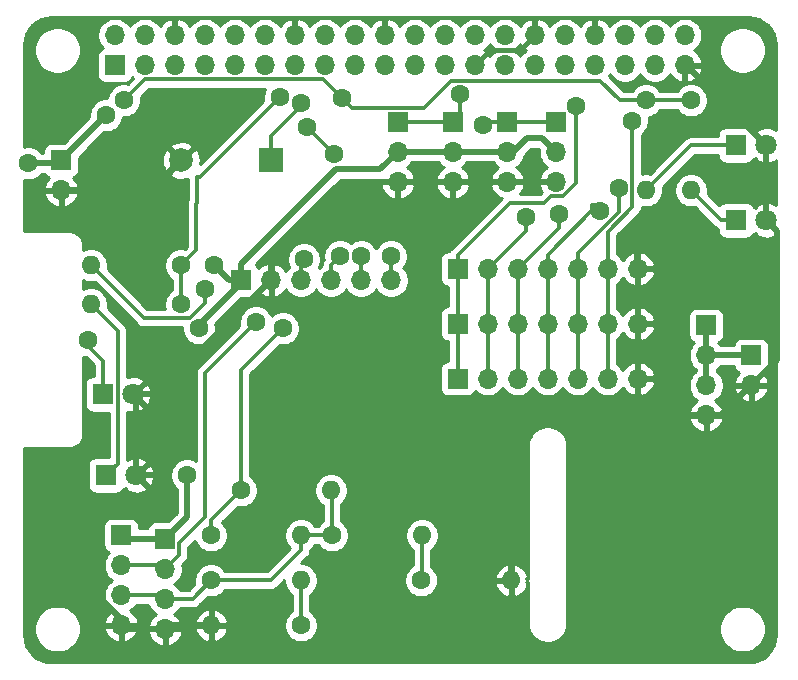
<source format=gbl>
G04 #@! TF.GenerationSoftware,KiCad,Pcbnew,(5.1.12)-1*
G04 #@! TF.CreationDate,2022-03-29T15:25:59+01:00*
G04 #@! TF.ProjectId,Mars Rover,4d617273-2052-46f7-9665-722e6b696361,1.0*
G04 #@! TF.SameCoordinates,Original*
G04 #@! TF.FileFunction,Copper,L2,Bot*
G04 #@! TF.FilePolarity,Positive*
%FSLAX46Y46*%
G04 Gerber Fmt 4.6, Leading zero omitted, Abs format (unit mm)*
G04 Created by KiCad (PCBNEW (5.1.12)-1) date 2022-03-29 15:25:59*
%MOMM*%
%LPD*%
G01*
G04 APERTURE LIST*
G04 #@! TA.AperFunction,ComponentPad*
%ADD10C,2.000000*%
G04 #@! TD*
G04 #@! TA.AperFunction,ComponentPad*
%ADD11R,2.000000X2.000000*%
G04 #@! TD*
G04 #@! TA.AperFunction,ComponentPad*
%ADD12O,1.700000X1.700000*%
G04 #@! TD*
G04 #@! TA.AperFunction,ComponentPad*
%ADD13R,1.700000X1.700000*%
G04 #@! TD*
G04 #@! TA.AperFunction,ComponentPad*
%ADD14O,1.600000X1.600000*%
G04 #@! TD*
G04 #@! TA.AperFunction,ComponentPad*
%ADD15C,1.600000*%
G04 #@! TD*
G04 #@! TA.AperFunction,ComponentPad*
%ADD16C,1.800000*%
G04 #@! TD*
G04 #@! TA.AperFunction,ComponentPad*
%ADD17R,1.800000X1.800000*%
G04 #@! TD*
G04 #@! TA.AperFunction,ViaPad*
%ADD18C,1.600000*%
G04 #@! TD*
G04 #@! TA.AperFunction,Conductor*
%ADD19C,0.500000*%
G04 #@! TD*
G04 #@! TA.AperFunction,Conductor*
%ADD20C,0.400000*%
G04 #@! TD*
G04 #@! TA.AperFunction,Conductor*
%ADD21C,0.300000*%
G04 #@! TD*
G04 #@! TA.AperFunction,Conductor*
%ADD22C,0.254000*%
G04 #@! TD*
G04 #@! TA.AperFunction,Conductor*
%ADD23C,0.150000*%
G04 #@! TD*
G04 APERTURE END LIST*
D10*
X213990000Y-106820000D03*
D11*
X221590000Y-106820000D03*
D12*
X208890000Y-146190000D03*
X208890000Y-143650000D03*
X208890000Y-141110000D03*
D13*
X208890000Y-138570000D03*
X208370000Y-98770000D03*
D12*
X208370000Y-96230000D03*
X210910000Y-98770000D03*
X210910000Y-96230000D03*
X213450000Y-98770000D03*
X213450000Y-96230000D03*
X215990000Y-98770000D03*
X215990000Y-96230000D03*
X218530000Y-98770000D03*
X218530000Y-96230000D03*
X221070000Y-98770000D03*
X221070000Y-96230000D03*
X223610000Y-98770000D03*
X223610000Y-96230000D03*
X226150000Y-98770000D03*
X226150000Y-96230000D03*
X228690000Y-98770000D03*
X228690000Y-96230000D03*
X231230000Y-98770000D03*
X231230000Y-96230000D03*
X233770000Y-98770000D03*
X233770000Y-96230000D03*
X236310000Y-98770000D03*
X236310000Y-96230000D03*
X238850000Y-98770000D03*
X238850000Y-96230000D03*
X241390000Y-98770000D03*
X241390000Y-96230000D03*
X243930000Y-98770000D03*
X243930000Y-96230000D03*
X246470000Y-98770000D03*
X246470000Y-96230000D03*
X249010000Y-98770000D03*
X249010000Y-96230000D03*
X251550000Y-98770000D03*
X251550000Y-96230000D03*
X254090000Y-98770000D03*
X254090000Y-96230000D03*
X256630000Y-98770000D03*
X256630000Y-96230000D03*
X241605001Y-108645001D03*
X241605001Y-106105001D03*
D13*
X241605001Y-103565001D03*
D12*
X258420000Y-128410000D03*
X258420000Y-125870000D03*
X258420000Y-123330000D03*
D13*
X258420000Y-120790000D03*
D12*
X212610000Y-146490000D03*
X212610000Y-143950000D03*
X212610000Y-141410000D03*
D13*
X212610000Y-138870000D03*
D14*
X216510000Y-146190000D03*
D15*
X224130000Y-146190000D03*
D14*
X224130000Y-142380000D03*
D15*
X216510000Y-142380000D03*
D14*
X224130000Y-138570000D03*
D15*
X216510000Y-138570000D03*
D14*
X241910000Y-142380000D03*
D15*
X234290000Y-142380000D03*
D14*
X234380000Y-138570000D03*
D15*
X226760000Y-138570000D03*
D14*
X226670000Y-134760000D03*
D15*
X219050000Y-134760000D03*
D12*
X231750000Y-116980000D03*
X229210000Y-116980000D03*
X226670000Y-116980000D03*
X224130000Y-116980000D03*
X221590000Y-116980000D03*
D13*
X219050000Y-116980000D03*
D12*
X252625001Y-116014999D03*
X250085001Y-116014999D03*
X247545001Y-116014999D03*
X245005001Y-116014999D03*
X242465001Y-116014999D03*
X239925001Y-116014999D03*
D13*
X237385001Y-116014999D03*
D12*
X252625001Y-120664999D03*
X250085001Y-120664999D03*
X247545001Y-120664999D03*
X245005001Y-120664999D03*
X242465001Y-120664999D03*
X239925001Y-120664999D03*
D13*
X237385001Y-120664999D03*
D12*
X252625001Y-125314999D03*
X250085001Y-125314999D03*
X247545001Y-125314999D03*
X245005001Y-125314999D03*
X242465001Y-125314999D03*
X239925001Y-125314999D03*
D13*
X237385001Y-125314999D03*
D16*
X263500000Y-105550000D03*
D17*
X260960000Y-105550000D03*
D16*
X263500000Y-111900000D03*
D17*
X260960000Y-111900000D03*
D14*
X253340000Y-109360000D03*
D15*
X253340000Y-101740000D03*
D14*
X257150000Y-109360000D03*
D15*
X257150000Y-101740000D03*
D14*
X206350000Y-115710000D03*
D15*
X213970000Y-115710000D03*
D14*
X206350000Y-119012000D03*
D15*
X213970000Y-119012000D03*
D16*
X209906000Y-126632000D03*
D17*
X207366000Y-126632000D03*
D16*
X210160000Y-133490000D03*
D17*
X207620000Y-133490000D03*
D12*
X203810000Y-109360000D03*
D13*
X203810000Y-106820000D03*
D12*
X262230000Y-125870000D03*
D13*
X262230000Y-123330000D03*
D12*
X245720000Y-108645001D03*
X245720000Y-106105001D03*
D13*
X245720000Y-103565001D03*
D12*
X236955001Y-108645001D03*
X236955001Y-106105001D03*
D13*
X236955001Y-103565001D03*
D12*
X232305001Y-108645001D03*
X232305001Y-106105001D03*
D13*
X232305001Y-103565001D03*
D18*
X216764000Y-115710000D03*
X201050000Y-107074000D03*
X215494000Y-121044000D03*
X214478000Y-133490000D03*
X207620000Y-103010000D03*
X212446000Y-133490000D03*
X205080000Y-141872000D03*
X237338000Y-112154000D03*
X252578000Y-112662000D03*
X233528000Y-120536000D03*
X211430000Y-101740000D03*
X239562945Y-103835602D03*
X251039989Y-109162434D03*
X222352000Y-101486000D03*
X224130000Y-101994000D03*
X220320000Y-120536000D03*
X222606000Y-121044000D03*
X226924000Y-106312000D03*
X224638000Y-104026000D03*
X224384000Y-115202000D03*
X229232013Y-114948000D03*
X227558021Y-101508084D03*
X209144000Y-101740000D03*
X227432000Y-114948000D03*
X231750000Y-114948000D03*
X237592000Y-101232000D03*
X247433322Y-102210323D03*
X245974000Y-111392000D03*
X243180000Y-111646000D03*
X249405363Y-111118715D03*
X252157822Y-103456542D03*
X206096000Y-122060000D03*
X216002000Y-117742000D03*
D19*
X218034000Y-116980000D02*
X216764000Y-115710000D01*
X219050000Y-116980000D02*
X218034000Y-116980000D01*
X203556000Y-107074000D02*
X203810000Y-106820000D01*
X201050000Y-107074000D02*
X203556000Y-107074000D01*
X209190000Y-138870000D02*
X208890000Y-138570000D01*
X212610000Y-138870000D02*
X209190000Y-138870000D01*
X219050000Y-116980000D02*
X219050000Y-117234000D01*
X215494000Y-120790000D02*
X215494000Y-121044000D01*
X219050000Y-117234000D02*
X215494000Y-120790000D01*
X214478000Y-137002000D02*
X212610000Y-138870000D01*
X214478000Y-133490000D02*
X214478000Y-137002000D01*
X219050000Y-116980000D02*
X219050000Y-115630000D01*
X219050000Y-115630000D02*
X227117999Y-107562001D01*
X227117999Y-107562001D02*
X230848001Y-107562001D01*
X230848001Y-107562001D02*
X232305001Y-106105001D01*
X242102548Y-106105001D02*
X243271762Y-104935787D01*
X232305001Y-106105001D02*
X242102548Y-106105001D01*
X243271762Y-104935787D02*
X244550786Y-104935787D01*
X244550786Y-104935787D02*
X245720000Y-106105001D01*
X207620000Y-103010000D02*
X203810000Y-106820000D01*
X252625001Y-116014999D02*
X252625001Y-120664999D01*
X252625001Y-120664999D02*
X252625001Y-125314999D01*
X252625001Y-125314999D02*
X252625001Y-126933001D01*
X254102000Y-128410000D02*
X258420000Y-128410000D01*
X252625001Y-126933001D02*
X254102000Y-128410000D01*
X259690000Y-128410000D02*
X262230000Y-125870000D01*
X258420000Y-128410000D02*
X259690000Y-128410000D01*
X212910000Y-146190000D02*
X212610000Y-146490000D01*
X216510000Y-146190000D02*
X212910000Y-146190000D01*
X209190000Y-146490000D02*
X208890000Y-146190000D01*
X212610000Y-146490000D02*
X209190000Y-146490000D01*
X211450000Y-109360000D02*
X213990000Y-106820000D01*
X203810000Y-109360000D02*
X211450000Y-109360000D01*
X228339214Y-108645001D02*
X232305001Y-108645001D01*
X221590000Y-115394215D02*
X228339214Y-108645001D01*
X221590000Y-116980000D02*
X221590000Y-115394215D01*
X241910000Y-142380000D02*
X241910000Y-130442000D01*
X253649529Y-128862471D02*
X254102000Y-128410000D01*
X243489530Y-128862471D02*
X253649529Y-128862471D01*
X241910000Y-130442000D02*
X243489530Y-128862471D01*
X210160000Y-126886000D02*
X209906000Y-126632000D01*
X210160000Y-133490000D02*
X210160000Y-126886000D01*
X211938000Y-126632000D02*
X209906000Y-126632000D01*
X221590000Y-116980000D02*
X211938000Y-126632000D01*
X210160000Y-133490000D02*
X212446000Y-133490000D01*
X208890000Y-145682000D02*
X208890000Y-146190000D01*
X205080000Y-141872000D02*
X208890000Y-145682000D01*
X236955001Y-111771001D02*
X237338000Y-112154000D01*
X236955001Y-108645001D02*
X236955001Y-111771001D01*
X252578000Y-115967998D02*
X252625001Y-116014999D01*
X252578000Y-112662000D02*
X252578000Y-115967998D01*
X263500000Y-105550000D02*
X263500000Y-111900000D01*
X256720000Y-98770000D02*
X256630000Y-98770000D01*
X263500000Y-105550000D02*
X256720000Y-98770000D01*
X264399999Y-112799999D02*
X263500000Y-111900000D01*
X264399999Y-123700001D02*
X264399999Y-112799999D01*
X262230000Y-125870000D02*
X264399999Y-123700001D01*
X245649989Y-108645001D02*
X245720000Y-108645001D01*
X232305001Y-108645001D02*
X236955001Y-108645001D01*
X236955001Y-108645001D02*
X241605001Y-108645001D01*
X241605001Y-108645001D02*
X245720000Y-108645001D01*
D20*
X240139999Y-97480001D02*
X238850000Y-98770000D01*
X242679999Y-97480001D02*
X240139999Y-97480001D01*
X243930000Y-96230000D02*
X242679999Y-97480001D01*
D19*
X211430000Y-101740000D02*
X211430000Y-104260000D01*
X211430000Y-104260000D02*
X213990000Y-106820000D01*
D21*
X241605001Y-103565001D02*
X245720000Y-103565001D01*
X241605001Y-103565001D02*
X239833546Y-103565001D01*
X239833546Y-103565001D02*
X239562945Y-103835602D01*
X247545001Y-116014999D02*
X247545001Y-125314999D01*
X247545001Y-114681081D02*
X251039989Y-111186093D01*
X247545001Y-116014999D02*
X247545001Y-114681081D01*
X251039989Y-111186093D02*
X251039989Y-109162434D01*
X215240000Y-114440000D02*
X213970000Y-115710000D01*
X215240000Y-110539998D02*
X215240000Y-114440000D01*
X215340001Y-110439997D02*
X215240000Y-110539998D01*
X215340001Y-108243999D02*
X215340001Y-110439997D01*
X215594001Y-108243999D02*
X215340001Y-108243999D01*
X222352000Y-101486000D02*
X215594001Y-108243999D01*
X213970000Y-115710000D02*
X213970000Y-119012000D01*
X221590000Y-106820000D02*
X221590000Y-104788000D01*
X224130000Y-102248000D02*
X224130000Y-101994000D01*
X221590000Y-104788000D02*
X224130000Y-102248000D01*
X212310000Y-141110000D02*
X212610000Y-141410000D01*
X208890000Y-141110000D02*
X212310000Y-141110000D01*
X213810001Y-140209999D02*
X213810001Y-139237999D01*
X212610000Y-141410000D02*
X213810001Y-140209999D01*
X213810001Y-139237999D02*
X216002000Y-137046000D01*
X216002000Y-124854000D02*
X220320000Y-120536000D01*
X216002000Y-137046000D02*
X216002000Y-124854000D01*
X216510000Y-137300000D02*
X219050000Y-134760000D01*
X216510000Y-138570000D02*
X216510000Y-137300000D01*
X219050000Y-134760000D02*
X219050000Y-124600000D01*
X219050000Y-124600000D02*
X222606000Y-121044000D01*
X226924000Y-106312000D02*
X225400000Y-104788000D01*
X225400000Y-104788000D02*
X224638000Y-104026000D01*
X224130000Y-115456000D02*
X224384000Y-115202000D01*
X224130000Y-116980000D02*
X224130000Y-115456000D01*
X229210000Y-116980000D02*
X229210000Y-114970013D01*
X229210000Y-114970013D02*
X229232013Y-114948000D01*
X253340000Y-101740000D02*
X257150000Y-101740000D01*
X228414937Y-102365000D02*
X228358020Y-102308083D01*
X228358020Y-102308083D02*
X227558021Y-101508084D01*
X251131670Y-101740000D02*
X249473669Y-100081999D01*
X234502998Y-102365000D02*
X228414937Y-102365000D01*
X249473669Y-100081999D02*
X236785999Y-100081999D01*
X236785999Y-100081999D02*
X234502998Y-102365000D01*
X253340000Y-101740000D02*
X251131670Y-101740000D01*
X210913999Y-99970001D02*
X209144000Y-101740000D01*
X226019938Y-99970001D02*
X210913999Y-99970001D01*
X227558021Y-101508084D02*
X226019938Y-99970001D01*
X226670000Y-115710000D02*
X227432000Y-114948000D01*
X226670000Y-116980000D02*
X226670000Y-115710000D01*
X231750000Y-116980000D02*
X231750000Y-114948000D01*
X232305001Y-103565001D02*
X236955001Y-103565001D01*
X237592000Y-102928002D02*
X236955001Y-103565001D01*
X237592000Y-101232000D02*
X237592000Y-102928002D01*
X237385001Y-116014999D02*
X237385001Y-125314999D01*
X244719910Y-110423622D02*
X245298530Y-109845002D01*
X245298530Y-109845002D02*
X246296001Y-109845002D01*
X247433322Y-108707681D02*
X247433322Y-102210323D01*
X241826377Y-110423623D02*
X244719910Y-110423622D01*
X237385001Y-114864999D02*
X241826377Y-110423623D01*
X237385001Y-116014999D02*
X237385001Y-114864999D01*
X246296001Y-109845002D02*
X247433322Y-108707681D01*
X242465001Y-116014999D02*
X242465001Y-125314999D01*
X245974000Y-112506000D02*
X245974000Y-111392000D01*
X242465001Y-116014999D02*
X245974000Y-112506000D01*
X239925001Y-116014999D02*
X239925001Y-125314999D01*
X243180000Y-112760000D02*
X243180000Y-111646000D01*
X239925001Y-116014999D02*
X243180000Y-112760000D01*
X245005001Y-116014999D02*
X245005001Y-125314999D01*
X245005001Y-116014999D02*
X245005001Y-114812918D01*
X248768000Y-110630000D02*
X248916648Y-110630000D01*
X248768000Y-111049919D02*
X248768000Y-110630000D01*
X245005001Y-114812918D02*
X248768000Y-111049919D01*
X248916648Y-110630000D02*
X249405363Y-111118715D01*
X250085001Y-116014999D02*
X250085001Y-120664999D01*
X250085001Y-125314999D02*
X250085001Y-120664999D01*
X250085001Y-112848203D02*
X252190000Y-110743204D01*
X250085001Y-116014999D02*
X250085001Y-112848203D01*
X252190000Y-110743204D02*
X252190000Y-103488720D01*
X252190000Y-103488720D02*
X252157822Y-103456542D01*
D19*
X262230000Y-123330000D02*
X258420000Y-123330000D01*
X258420000Y-120790000D02*
X258420000Y-125870000D01*
D21*
X208616001Y-132493999D02*
X207620000Y-133490000D01*
X208616001Y-121278001D02*
X208616001Y-132493999D01*
X206350000Y-119012000D02*
X208616001Y-121278001D01*
X207366000Y-126632000D02*
X207366000Y-123838000D01*
X206096000Y-122568000D02*
X206096000Y-122060000D01*
X207366000Y-123838000D02*
X206096000Y-122568000D01*
X216002000Y-117742000D02*
X216002000Y-118873370D01*
X216002000Y-118873370D02*
X214713369Y-120162001D01*
X214713369Y-120162001D02*
X210802001Y-120162001D01*
X210802001Y-120162001D02*
X207149999Y-116509999D01*
X207149999Y-116509999D02*
X206350000Y-115710000D01*
X259690000Y-111900000D02*
X257150000Y-109360000D01*
X260960000Y-111900000D02*
X259690000Y-111900000D01*
X257150000Y-105550000D02*
X260960000Y-105550000D01*
X253340000Y-109360000D02*
X257150000Y-105550000D01*
X234380000Y-142290000D02*
X234290000Y-142380000D01*
X234380000Y-138570000D02*
X234380000Y-142290000D01*
X226760000Y-134850000D02*
X226670000Y-134760000D01*
X226760000Y-138570000D02*
X226760000Y-134850000D01*
X226760000Y-138570000D02*
X224130000Y-138570000D01*
X224130000Y-138570000D02*
X224130000Y-139840000D01*
X221590000Y-142380000D02*
X216510000Y-142380000D01*
X224130000Y-139840000D02*
X221590000Y-142380000D01*
X212310000Y-143650000D02*
X212610000Y-143950000D01*
X208890000Y-143650000D02*
X212310000Y-143650000D01*
X214940000Y-143950000D02*
X216510000Y-142380000D01*
X212610000Y-143950000D02*
X214940000Y-143950000D01*
X224130000Y-142380000D02*
X224130000Y-146190000D01*
D22*
X244249461Y-105886040D02*
X244235000Y-105958741D01*
X244235000Y-106251261D01*
X244292068Y-106538159D01*
X244404010Y-106808412D01*
X244566525Y-107051633D01*
X244773368Y-107258476D01*
X244955534Y-107380196D01*
X244838645Y-107449823D01*
X244622412Y-107644732D01*
X244448359Y-107878081D01*
X244323175Y-108140902D01*
X244278524Y-108288111D01*
X244399845Y-108518001D01*
X245593000Y-108518001D01*
X245593000Y-108498001D01*
X245847000Y-108498001D01*
X245847000Y-108518001D01*
X245867000Y-108518001D01*
X245867000Y-108772001D01*
X245847000Y-108772001D01*
X245847000Y-108792001D01*
X245593000Y-108792001D01*
X245593000Y-108772001D01*
X244399845Y-108772001D01*
X244278524Y-109001891D01*
X244323175Y-109149100D01*
X244448359Y-109411921D01*
X244522310Y-109511065D01*
X244394752Y-109638622D01*
X242707547Y-109638623D01*
X242876642Y-109411921D01*
X243001826Y-109149100D01*
X243046477Y-109001891D01*
X242925156Y-108772001D01*
X241732001Y-108772001D01*
X241732001Y-108792001D01*
X241478001Y-108792001D01*
X241478001Y-108772001D01*
X240284846Y-108772001D01*
X240163525Y-109001891D01*
X240208176Y-109149100D01*
X240333360Y-109411921D01*
X240507413Y-109645270D01*
X240723646Y-109840179D01*
X240973749Y-109989158D01*
X241104354Y-110035488D01*
X236857186Y-114282657D01*
X236827238Y-114307235D01*
X236802660Y-114337183D01*
X236802656Y-114337187D01*
X236779293Y-114365655D01*
X236729140Y-114426766D01*
X236722066Y-114440001D01*
X236675603Y-114526927D01*
X236535001Y-114526927D01*
X236410519Y-114539187D01*
X236290821Y-114575497D01*
X236180507Y-114634462D01*
X236083816Y-114713814D01*
X236004464Y-114810505D01*
X235945499Y-114920819D01*
X235909189Y-115040517D01*
X235896929Y-115164999D01*
X235896929Y-116864999D01*
X235909189Y-116989481D01*
X235945499Y-117109179D01*
X236004464Y-117219493D01*
X236083816Y-117316184D01*
X236180507Y-117395536D01*
X236290821Y-117454501D01*
X236410519Y-117490811D01*
X236535001Y-117503071D01*
X236600001Y-117503071D01*
X236600001Y-119176927D01*
X236535001Y-119176927D01*
X236410519Y-119189187D01*
X236290821Y-119225497D01*
X236180507Y-119284462D01*
X236083816Y-119363814D01*
X236004464Y-119460505D01*
X235945499Y-119570819D01*
X235909189Y-119690517D01*
X235896929Y-119814999D01*
X235896929Y-121514999D01*
X235909189Y-121639481D01*
X235945499Y-121759179D01*
X236004464Y-121869493D01*
X236083816Y-121966184D01*
X236180507Y-122045536D01*
X236290821Y-122104501D01*
X236410519Y-122140811D01*
X236535001Y-122153071D01*
X236600002Y-122153071D01*
X236600002Y-123826927D01*
X236535001Y-123826927D01*
X236410519Y-123839187D01*
X236290821Y-123875497D01*
X236180507Y-123934462D01*
X236083816Y-124013814D01*
X236004464Y-124110505D01*
X235945499Y-124220819D01*
X235909189Y-124340517D01*
X235896929Y-124464999D01*
X235896929Y-126164999D01*
X235909189Y-126289481D01*
X235945499Y-126409179D01*
X236004464Y-126519493D01*
X236083816Y-126616184D01*
X236180507Y-126695536D01*
X236290821Y-126754501D01*
X236410519Y-126790811D01*
X236535001Y-126803071D01*
X238235001Y-126803071D01*
X238359483Y-126790811D01*
X238479181Y-126754501D01*
X238589495Y-126695536D01*
X238686186Y-126616184D01*
X238765538Y-126519493D01*
X238824503Y-126409179D01*
X238846514Y-126336619D01*
X238978369Y-126468474D01*
X239221590Y-126630989D01*
X239491843Y-126742931D01*
X239778741Y-126799999D01*
X240071261Y-126799999D01*
X240358159Y-126742931D01*
X240628412Y-126630989D01*
X240871633Y-126468474D01*
X241078476Y-126261631D01*
X241195001Y-126087239D01*
X241311526Y-126261631D01*
X241518369Y-126468474D01*
X241761590Y-126630989D01*
X242031843Y-126742931D01*
X242318741Y-126799999D01*
X242611261Y-126799999D01*
X242898159Y-126742931D01*
X243168412Y-126630989D01*
X243411633Y-126468474D01*
X243618476Y-126261631D01*
X243735001Y-126087239D01*
X243851526Y-126261631D01*
X244058369Y-126468474D01*
X244301590Y-126630989D01*
X244571843Y-126742931D01*
X244858741Y-126799999D01*
X245151261Y-126799999D01*
X245438159Y-126742931D01*
X245708412Y-126630989D01*
X245951633Y-126468474D01*
X246158476Y-126261631D01*
X246275001Y-126087239D01*
X246391526Y-126261631D01*
X246598369Y-126468474D01*
X246841590Y-126630989D01*
X247111843Y-126742931D01*
X247398741Y-126799999D01*
X247691261Y-126799999D01*
X247978159Y-126742931D01*
X248248412Y-126630989D01*
X248491633Y-126468474D01*
X248698476Y-126261631D01*
X248815001Y-126087239D01*
X248931526Y-126261631D01*
X249138369Y-126468474D01*
X249381590Y-126630989D01*
X249651843Y-126742931D01*
X249938741Y-126799999D01*
X250231261Y-126799999D01*
X250518159Y-126742931D01*
X250788412Y-126630989D01*
X251031633Y-126468474D01*
X251238476Y-126261631D01*
X251360196Y-126079465D01*
X251429823Y-126196354D01*
X251624732Y-126412587D01*
X251858081Y-126586640D01*
X252120902Y-126711824D01*
X252268111Y-126756475D01*
X252498001Y-126635154D01*
X252498001Y-125441999D01*
X252752001Y-125441999D01*
X252752001Y-126635154D01*
X252981891Y-126756475D01*
X253129100Y-126711824D01*
X253391921Y-126586640D01*
X253625270Y-126412587D01*
X253820179Y-126196354D01*
X253969158Y-125946251D01*
X254066482Y-125671890D01*
X253945815Y-125441999D01*
X252752001Y-125441999D01*
X252498001Y-125441999D01*
X252478001Y-125441999D01*
X252478001Y-125187999D01*
X252498001Y-125187999D01*
X252498001Y-123994844D01*
X252752001Y-123994844D01*
X252752001Y-125187999D01*
X253945815Y-125187999D01*
X254066482Y-124958108D01*
X253969158Y-124683747D01*
X253820179Y-124433644D01*
X253625270Y-124217411D01*
X253391921Y-124043358D01*
X253129100Y-123918174D01*
X252981891Y-123873523D01*
X252752001Y-123994844D01*
X252498001Y-123994844D01*
X252268111Y-123873523D01*
X252120902Y-123918174D01*
X251858081Y-124043358D01*
X251624732Y-124217411D01*
X251429823Y-124433644D01*
X251360196Y-124550533D01*
X251238476Y-124368367D01*
X251031633Y-124161524D01*
X250870001Y-124053525D01*
X250870001Y-121926473D01*
X251031633Y-121818474D01*
X251238476Y-121611631D01*
X251360196Y-121429465D01*
X251429823Y-121546354D01*
X251624732Y-121762587D01*
X251858081Y-121936640D01*
X252120902Y-122061824D01*
X252268111Y-122106475D01*
X252498001Y-121985154D01*
X252498001Y-120791999D01*
X252752001Y-120791999D01*
X252752001Y-121985154D01*
X252981891Y-122106475D01*
X253129100Y-122061824D01*
X253391921Y-121936640D01*
X253625270Y-121762587D01*
X253820179Y-121546354D01*
X253969158Y-121296251D01*
X254066482Y-121021890D01*
X253945815Y-120791999D01*
X252752001Y-120791999D01*
X252498001Y-120791999D01*
X252478001Y-120791999D01*
X252478001Y-120537999D01*
X252498001Y-120537999D01*
X252498001Y-119344844D01*
X252752001Y-119344844D01*
X252752001Y-120537999D01*
X253945815Y-120537999D01*
X254066482Y-120308108D01*
X253969158Y-120033747D01*
X253913316Y-119940000D01*
X256931928Y-119940000D01*
X256931928Y-121640000D01*
X256944188Y-121764482D01*
X256980498Y-121884180D01*
X257039463Y-121994494D01*
X257118815Y-122091185D01*
X257215506Y-122170537D01*
X257325820Y-122229502D01*
X257398380Y-122251513D01*
X257266525Y-122383368D01*
X257104010Y-122626589D01*
X256992068Y-122896842D01*
X256935000Y-123183740D01*
X256935000Y-123476260D01*
X256992068Y-123763158D01*
X257104010Y-124033411D01*
X257266525Y-124276632D01*
X257473368Y-124483475D01*
X257535001Y-124524657D01*
X257535001Y-124675343D01*
X257473368Y-124716525D01*
X257266525Y-124923368D01*
X257104010Y-125166589D01*
X256992068Y-125436842D01*
X256935000Y-125723740D01*
X256935000Y-126016260D01*
X256992068Y-126303158D01*
X257104010Y-126573411D01*
X257266525Y-126816632D01*
X257473368Y-127023475D01*
X257655534Y-127145195D01*
X257538645Y-127214822D01*
X257322412Y-127409731D01*
X257148359Y-127643080D01*
X257023175Y-127905901D01*
X256978524Y-128053110D01*
X257099845Y-128283000D01*
X258293000Y-128283000D01*
X258293000Y-128263000D01*
X258547000Y-128263000D01*
X258547000Y-128283000D01*
X259740155Y-128283000D01*
X259861476Y-128053110D01*
X259816825Y-127905901D01*
X259691641Y-127643080D01*
X259517588Y-127409731D01*
X259301355Y-127214822D01*
X259184466Y-127145195D01*
X259366632Y-127023475D01*
X259573475Y-126816632D01*
X259735990Y-126573411D01*
X259847932Y-126303158D01*
X259863102Y-126226890D01*
X260788524Y-126226890D01*
X260833175Y-126374099D01*
X260958359Y-126636920D01*
X261132412Y-126870269D01*
X261348645Y-127065178D01*
X261598748Y-127214157D01*
X261873109Y-127311481D01*
X262103000Y-127190814D01*
X262103000Y-125997000D01*
X262357000Y-125997000D01*
X262357000Y-127190814D01*
X262586891Y-127311481D01*
X262861252Y-127214157D01*
X263111355Y-127065178D01*
X263327588Y-126870269D01*
X263501641Y-126636920D01*
X263626825Y-126374099D01*
X263671476Y-126226890D01*
X263550155Y-125997000D01*
X262357000Y-125997000D01*
X262103000Y-125997000D01*
X260909845Y-125997000D01*
X260788524Y-126226890D01*
X259863102Y-126226890D01*
X259905000Y-126016260D01*
X259905000Y-125723740D01*
X259847932Y-125436842D01*
X259735990Y-125166589D01*
X259573475Y-124923368D01*
X259366632Y-124716525D01*
X259305000Y-124675344D01*
X259305000Y-124524656D01*
X259366632Y-124483475D01*
X259573475Y-124276632D01*
X259614656Y-124215000D01*
X260745375Y-124215000D01*
X260754188Y-124304482D01*
X260790498Y-124424180D01*
X260849463Y-124534494D01*
X260928815Y-124631185D01*
X261025506Y-124710537D01*
X261135820Y-124769502D01*
X261216466Y-124793966D01*
X261132412Y-124869731D01*
X260958359Y-125103080D01*
X260833175Y-125365901D01*
X260788524Y-125513110D01*
X260909845Y-125743000D01*
X262103000Y-125743000D01*
X262103000Y-125723000D01*
X262357000Y-125723000D01*
X262357000Y-125743000D01*
X263550155Y-125743000D01*
X263671476Y-125513110D01*
X263626825Y-125365901D01*
X263501641Y-125103080D01*
X263327588Y-124869731D01*
X263243534Y-124793966D01*
X263324180Y-124769502D01*
X263434494Y-124710537D01*
X263531185Y-124631185D01*
X263610537Y-124534494D01*
X263669502Y-124424180D01*
X263705812Y-124304482D01*
X263718072Y-124180000D01*
X263718072Y-122480000D01*
X263705812Y-122355518D01*
X263669502Y-122235820D01*
X263610537Y-122125506D01*
X263531185Y-122028815D01*
X263434494Y-121949463D01*
X263324180Y-121890498D01*
X263204482Y-121854188D01*
X263080000Y-121841928D01*
X261380000Y-121841928D01*
X261255518Y-121854188D01*
X261135820Y-121890498D01*
X261025506Y-121949463D01*
X260928815Y-122028815D01*
X260849463Y-122125506D01*
X260790498Y-122235820D01*
X260754188Y-122355518D01*
X260745375Y-122445000D01*
X259614656Y-122445000D01*
X259573475Y-122383368D01*
X259441620Y-122251513D01*
X259514180Y-122229502D01*
X259624494Y-122170537D01*
X259721185Y-122091185D01*
X259800537Y-121994494D01*
X259859502Y-121884180D01*
X259895812Y-121764482D01*
X259908072Y-121640000D01*
X259908072Y-119940000D01*
X259895812Y-119815518D01*
X259859502Y-119695820D01*
X259800537Y-119585506D01*
X259721185Y-119488815D01*
X259624494Y-119409463D01*
X259514180Y-119350498D01*
X259394482Y-119314188D01*
X259270000Y-119301928D01*
X257570000Y-119301928D01*
X257445518Y-119314188D01*
X257325820Y-119350498D01*
X257215506Y-119409463D01*
X257118815Y-119488815D01*
X257039463Y-119585506D01*
X256980498Y-119695820D01*
X256944188Y-119815518D01*
X256931928Y-119940000D01*
X253913316Y-119940000D01*
X253820179Y-119783644D01*
X253625270Y-119567411D01*
X253391921Y-119393358D01*
X253129100Y-119268174D01*
X252981891Y-119223523D01*
X252752001Y-119344844D01*
X252498001Y-119344844D01*
X252268111Y-119223523D01*
X252120902Y-119268174D01*
X251858081Y-119393358D01*
X251624732Y-119567411D01*
X251429823Y-119783644D01*
X251360196Y-119900533D01*
X251238476Y-119718367D01*
X251031633Y-119511524D01*
X250870001Y-119403525D01*
X250870001Y-117276473D01*
X251031633Y-117168474D01*
X251238476Y-116961631D01*
X251360196Y-116779465D01*
X251429823Y-116896354D01*
X251624732Y-117112587D01*
X251858081Y-117286640D01*
X252120902Y-117411824D01*
X252268111Y-117456475D01*
X252498001Y-117335154D01*
X252498001Y-116141999D01*
X252752001Y-116141999D01*
X252752001Y-117335154D01*
X252981891Y-117456475D01*
X253129100Y-117411824D01*
X253391921Y-117286640D01*
X253625270Y-117112587D01*
X253820179Y-116896354D01*
X253969158Y-116646251D01*
X254066482Y-116371890D01*
X253945815Y-116141999D01*
X252752001Y-116141999D01*
X252498001Y-116141999D01*
X252478001Y-116141999D01*
X252478001Y-115887999D01*
X252498001Y-115887999D01*
X252498001Y-114694844D01*
X252752001Y-114694844D01*
X252752001Y-115887999D01*
X253945815Y-115887999D01*
X254066482Y-115658108D01*
X253969158Y-115383747D01*
X253820179Y-115133644D01*
X253625270Y-114917411D01*
X253391921Y-114743358D01*
X253129100Y-114618174D01*
X252981891Y-114573523D01*
X252752001Y-114694844D01*
X252498001Y-114694844D01*
X252268111Y-114573523D01*
X252120902Y-114618174D01*
X251858081Y-114743358D01*
X251624732Y-114917411D01*
X251429823Y-115133644D01*
X251360196Y-115250533D01*
X251238476Y-115068367D01*
X251031633Y-114861524D01*
X250870001Y-114753525D01*
X250870001Y-113173360D01*
X252717817Y-111325545D01*
X252747764Y-111300968D01*
X252774204Y-111268752D01*
X252796450Y-111241645D01*
X252845862Y-111181437D01*
X252918754Y-111045064D01*
X252938070Y-110981387D01*
X252963641Y-110897092D01*
X252969832Y-110834236D01*
X252975000Y-110781765D01*
X252975000Y-110781758D01*
X252978018Y-110751110D01*
X253198665Y-110795000D01*
X253481335Y-110795000D01*
X253758574Y-110739853D01*
X254019727Y-110631680D01*
X254254759Y-110474637D01*
X254454637Y-110274759D01*
X254611680Y-110039727D01*
X254719853Y-109778574D01*
X254775000Y-109501335D01*
X254775000Y-109218665D01*
X254744554Y-109065603D01*
X257475157Y-106335000D01*
X259421928Y-106335000D01*
X259421928Y-106450000D01*
X259434188Y-106574482D01*
X259470498Y-106694180D01*
X259529463Y-106804494D01*
X259608815Y-106901185D01*
X259705506Y-106980537D01*
X259815820Y-107039502D01*
X259935518Y-107075812D01*
X260060000Y-107088072D01*
X261860000Y-107088072D01*
X261984482Y-107075812D01*
X262104180Y-107039502D01*
X262214494Y-106980537D01*
X262311185Y-106901185D01*
X262390537Y-106804494D01*
X262449502Y-106694180D01*
X262452813Y-106683265D01*
X262499578Y-106730030D01*
X262615526Y-106614082D01*
X262699208Y-106868261D01*
X262971775Y-106999158D01*
X263264642Y-107074365D01*
X263566553Y-107090991D01*
X263865907Y-107048397D01*
X264151199Y-106948222D01*
X264300792Y-106868261D01*
X264315001Y-106825103D01*
X264315001Y-110624897D01*
X264300792Y-110581739D01*
X264028225Y-110450842D01*
X263735358Y-110375635D01*
X263433447Y-110359009D01*
X263134093Y-110401603D01*
X262848801Y-110501778D01*
X262699208Y-110581739D01*
X262615526Y-110835918D01*
X262499578Y-110719970D01*
X262452813Y-110766735D01*
X262449502Y-110755820D01*
X262390537Y-110645506D01*
X262311185Y-110548815D01*
X262214494Y-110469463D01*
X262104180Y-110410498D01*
X261984482Y-110374188D01*
X261860000Y-110361928D01*
X260060000Y-110361928D01*
X259935518Y-110374188D01*
X259815820Y-110410498D01*
X259705506Y-110469463D01*
X259608815Y-110548815D01*
X259536766Y-110636608D01*
X258554554Y-109654396D01*
X258585000Y-109501335D01*
X258585000Y-109218665D01*
X258529853Y-108941426D01*
X258421680Y-108680273D01*
X258264637Y-108445241D01*
X258064759Y-108245363D01*
X257829727Y-108088320D01*
X257568574Y-107980147D01*
X257291335Y-107925000D01*
X257008665Y-107925000D01*
X256731426Y-107980147D01*
X256470273Y-108088320D01*
X256235241Y-108245363D01*
X256035363Y-108445241D01*
X255878320Y-108680273D01*
X255770147Y-108941426D01*
X255715000Y-109218665D01*
X255715000Y-109501335D01*
X255770147Y-109778574D01*
X255878320Y-110039727D01*
X256035363Y-110274759D01*
X256235241Y-110474637D01*
X256470273Y-110631680D01*
X256731426Y-110739853D01*
X257008665Y-110795000D01*
X257291335Y-110795000D01*
X257444396Y-110764554D01*
X259107658Y-112427816D01*
X259132236Y-112457764D01*
X259162184Y-112482342D01*
X259162187Y-112482345D01*
X259178486Y-112495721D01*
X259251767Y-112555862D01*
X259388140Y-112628754D01*
X259421928Y-112639003D01*
X259421928Y-112800000D01*
X259434188Y-112924482D01*
X259470498Y-113044180D01*
X259529463Y-113154494D01*
X259608815Y-113251185D01*
X259705506Y-113330537D01*
X259815820Y-113389502D01*
X259935518Y-113425812D01*
X260060000Y-113438072D01*
X261860000Y-113438072D01*
X261984482Y-113425812D01*
X262104180Y-113389502D01*
X262214494Y-113330537D01*
X262311185Y-113251185D01*
X262390537Y-113154494D01*
X262449502Y-113044180D01*
X262452813Y-113033265D01*
X262499578Y-113080030D01*
X262615526Y-112964082D01*
X262699208Y-113218261D01*
X262971775Y-113349158D01*
X263264642Y-113424365D01*
X263566553Y-113440991D01*
X263865907Y-113398397D01*
X264151199Y-113298222D01*
X264300792Y-113218261D01*
X264315001Y-113175103D01*
X264315000Y-146966495D01*
X264267688Y-147449016D01*
X264137287Y-147880927D01*
X263925480Y-148279280D01*
X263640325Y-148628914D01*
X263292697Y-148916497D01*
X262895825Y-149131085D01*
X262464834Y-149264500D01*
X261984346Y-149315000D01*
X203033504Y-149315000D01*
X202550984Y-149267688D01*
X202119073Y-149137287D01*
X201720720Y-148925480D01*
X201371086Y-148640325D01*
X201083503Y-148292697D01*
X200868915Y-147895825D01*
X200735500Y-147464834D01*
X200685000Y-146984346D01*
X200685000Y-146304495D01*
X201515000Y-146304495D01*
X201515000Y-146695505D01*
X201591282Y-147079003D01*
X201740915Y-147440250D01*
X201958149Y-147765364D01*
X202234636Y-148041851D01*
X202559750Y-148259085D01*
X202920997Y-148408718D01*
X203304495Y-148485000D01*
X203695505Y-148485000D01*
X204079003Y-148408718D01*
X204440250Y-148259085D01*
X204765364Y-148041851D01*
X205041851Y-147765364D01*
X205259085Y-147440250D01*
X205408718Y-147079003D01*
X205485000Y-146695505D01*
X205485000Y-146546890D01*
X207448524Y-146546890D01*
X207493175Y-146694099D01*
X207618359Y-146956920D01*
X207792412Y-147190269D01*
X208008645Y-147385178D01*
X208258748Y-147534157D01*
X208533109Y-147631481D01*
X208763000Y-147510814D01*
X208763000Y-146317000D01*
X209017000Y-146317000D01*
X209017000Y-147510814D01*
X209246891Y-147631481D01*
X209521252Y-147534157D01*
X209771355Y-147385178D01*
X209987588Y-147190269D01*
X210161641Y-146956920D01*
X210214049Y-146846890D01*
X211168524Y-146846890D01*
X211213175Y-146994099D01*
X211338359Y-147256920D01*
X211512412Y-147490269D01*
X211728645Y-147685178D01*
X211978748Y-147834157D01*
X212253109Y-147931481D01*
X212483000Y-147810814D01*
X212483000Y-146617000D01*
X212737000Y-146617000D01*
X212737000Y-147810814D01*
X212966891Y-147931481D01*
X213241252Y-147834157D01*
X213491355Y-147685178D01*
X213707588Y-147490269D01*
X213881641Y-147256920D01*
X214006825Y-146994099D01*
X214051476Y-146846890D01*
X213930155Y-146617000D01*
X212737000Y-146617000D01*
X212483000Y-146617000D01*
X211289845Y-146617000D01*
X211168524Y-146846890D01*
X210214049Y-146846890D01*
X210286825Y-146694099D01*
X210331476Y-146546890D01*
X210327333Y-146539039D01*
X215118096Y-146539039D01*
X215158754Y-146673087D01*
X215278963Y-146927420D01*
X215446481Y-147153414D01*
X215654869Y-147342385D01*
X215896119Y-147487070D01*
X216160960Y-147581909D01*
X216383000Y-147460624D01*
X216383000Y-146317000D01*
X216637000Y-146317000D01*
X216637000Y-147460624D01*
X216859040Y-147581909D01*
X217123881Y-147487070D01*
X217365131Y-147342385D01*
X217573519Y-147153414D01*
X217741037Y-146927420D01*
X217861246Y-146673087D01*
X217901904Y-146539039D01*
X217779915Y-146317000D01*
X216637000Y-146317000D01*
X216383000Y-146317000D01*
X215240085Y-146317000D01*
X215118096Y-146539039D01*
X210327333Y-146539039D01*
X210210155Y-146317000D01*
X209017000Y-146317000D01*
X208763000Y-146317000D01*
X207569845Y-146317000D01*
X207448524Y-146546890D01*
X205485000Y-146546890D01*
X205485000Y-146304495D01*
X205408718Y-145920997D01*
X205259085Y-145559750D01*
X205041851Y-145234636D01*
X204765364Y-144958149D01*
X204440250Y-144740915D01*
X204079003Y-144591282D01*
X203695505Y-144515000D01*
X203304495Y-144515000D01*
X202920997Y-144591282D01*
X202559750Y-144740915D01*
X202234636Y-144958149D01*
X201958149Y-145234636D01*
X201740915Y-145559750D01*
X201591282Y-145920997D01*
X201515000Y-146304495D01*
X200685000Y-146304495D01*
X200685000Y-137720000D01*
X207401928Y-137720000D01*
X207401928Y-139420000D01*
X207414188Y-139544482D01*
X207450498Y-139664180D01*
X207509463Y-139774494D01*
X207588815Y-139871185D01*
X207685506Y-139950537D01*
X207795820Y-140009502D01*
X207868380Y-140031513D01*
X207736525Y-140163368D01*
X207574010Y-140406589D01*
X207462068Y-140676842D01*
X207405000Y-140963740D01*
X207405000Y-141256260D01*
X207462068Y-141543158D01*
X207574010Y-141813411D01*
X207736525Y-142056632D01*
X207943368Y-142263475D01*
X208117760Y-142380000D01*
X207943368Y-142496525D01*
X207736525Y-142703368D01*
X207574010Y-142946589D01*
X207462068Y-143216842D01*
X207405000Y-143503740D01*
X207405000Y-143796260D01*
X207462068Y-144083158D01*
X207574010Y-144353411D01*
X207736525Y-144596632D01*
X207943368Y-144803475D01*
X208125534Y-144925195D01*
X208008645Y-144994822D01*
X207792412Y-145189731D01*
X207618359Y-145423080D01*
X207493175Y-145685901D01*
X207448524Y-145833110D01*
X207569845Y-146063000D01*
X208763000Y-146063000D01*
X208763000Y-146043000D01*
X209017000Y-146043000D01*
X209017000Y-146063000D01*
X210210155Y-146063000D01*
X210331476Y-145833110D01*
X210286825Y-145685901D01*
X210161641Y-145423080D01*
X209987588Y-145189731D01*
X209771355Y-144994822D01*
X209654466Y-144925195D01*
X209836632Y-144803475D01*
X210043475Y-144596632D01*
X210151474Y-144435000D01*
X211203542Y-144435000D01*
X211294010Y-144653411D01*
X211456525Y-144896632D01*
X211663368Y-145103475D01*
X211845534Y-145225195D01*
X211728645Y-145294822D01*
X211512412Y-145489731D01*
X211338359Y-145723080D01*
X211213175Y-145985901D01*
X211168524Y-146133110D01*
X211289845Y-146363000D01*
X212483000Y-146363000D01*
X212483000Y-146343000D01*
X212737000Y-146343000D01*
X212737000Y-146363000D01*
X213930155Y-146363000D01*
X214051476Y-146133110D01*
X214006825Y-145985901D01*
X213937789Y-145840961D01*
X215118096Y-145840961D01*
X215240085Y-146063000D01*
X216383000Y-146063000D01*
X216383000Y-144919376D01*
X216637000Y-144919376D01*
X216637000Y-146063000D01*
X217779915Y-146063000D01*
X217901904Y-145840961D01*
X217861246Y-145706913D01*
X217741037Y-145452580D01*
X217573519Y-145226586D01*
X217365131Y-145037615D01*
X217123881Y-144892930D01*
X216859040Y-144798091D01*
X216637000Y-144919376D01*
X216383000Y-144919376D01*
X216160960Y-144798091D01*
X215896119Y-144892930D01*
X215654869Y-145037615D01*
X215446481Y-145226586D01*
X215278963Y-145452580D01*
X215158754Y-145706913D01*
X215118096Y-145840961D01*
X213937789Y-145840961D01*
X213881641Y-145723080D01*
X213707588Y-145489731D01*
X213491355Y-145294822D01*
X213374466Y-145225195D01*
X213556632Y-145103475D01*
X213763475Y-144896632D01*
X213871474Y-144735000D01*
X214901447Y-144735000D01*
X214940000Y-144738797D01*
X214978553Y-144735000D01*
X214978561Y-144735000D01*
X215093887Y-144723641D01*
X215241860Y-144678754D01*
X215378233Y-144605862D01*
X215497764Y-144507764D01*
X215522347Y-144477810D01*
X216215604Y-143784554D01*
X216368665Y-143815000D01*
X216651335Y-143815000D01*
X216928574Y-143759853D01*
X217189727Y-143651680D01*
X217424759Y-143494637D01*
X217624637Y-143294759D01*
X217711339Y-143165000D01*
X221551447Y-143165000D01*
X221590000Y-143168797D01*
X221628553Y-143165000D01*
X221628561Y-143165000D01*
X221743887Y-143153641D01*
X221891860Y-143108754D01*
X222028233Y-143035862D01*
X222147764Y-142937764D01*
X222172347Y-142907810D01*
X222695000Y-142385157D01*
X222695000Y-142521335D01*
X222750147Y-142798574D01*
X222858320Y-143059727D01*
X223015363Y-143294759D01*
X223215241Y-143494637D01*
X223345000Y-143581339D01*
X223345001Y-144988661D01*
X223215241Y-145075363D01*
X223015363Y-145275241D01*
X222858320Y-145510273D01*
X222750147Y-145771426D01*
X222695000Y-146048665D01*
X222695000Y-146331335D01*
X222750147Y-146608574D01*
X222858320Y-146869727D01*
X223015363Y-147104759D01*
X223215241Y-147304637D01*
X223450273Y-147461680D01*
X223711426Y-147569853D01*
X223988665Y-147625000D01*
X224271335Y-147625000D01*
X224548574Y-147569853D01*
X224809727Y-147461680D01*
X225044759Y-147304637D01*
X225244637Y-147104759D01*
X225401680Y-146869727D01*
X225509853Y-146608574D01*
X225565000Y-146331335D01*
X225565000Y-146048665D01*
X225509853Y-145771426D01*
X225401680Y-145510273D01*
X225244637Y-145275241D01*
X225044759Y-145075363D01*
X224915000Y-144988661D01*
X224915000Y-143581339D01*
X225044759Y-143494637D01*
X225244637Y-143294759D01*
X225401680Y-143059727D01*
X225509853Y-142798574D01*
X225565000Y-142521335D01*
X225565000Y-142238665D01*
X232855000Y-142238665D01*
X232855000Y-142521335D01*
X232910147Y-142798574D01*
X233018320Y-143059727D01*
X233175363Y-143294759D01*
X233375241Y-143494637D01*
X233610273Y-143651680D01*
X233871426Y-143759853D01*
X234148665Y-143815000D01*
X234431335Y-143815000D01*
X234708574Y-143759853D01*
X234969727Y-143651680D01*
X235204759Y-143494637D01*
X235404637Y-143294759D01*
X235561680Y-143059727D01*
X235669853Y-142798574D01*
X235683684Y-142729039D01*
X240518096Y-142729039D01*
X240558754Y-142863087D01*
X240678963Y-143117420D01*
X240846481Y-143343414D01*
X241054869Y-143532385D01*
X241296119Y-143677070D01*
X241560960Y-143771909D01*
X241783000Y-143650624D01*
X241783000Y-142507000D01*
X240640085Y-142507000D01*
X240518096Y-142729039D01*
X235683684Y-142729039D01*
X235725000Y-142521335D01*
X235725000Y-142238665D01*
X235683685Y-142030961D01*
X240518096Y-142030961D01*
X240640085Y-142253000D01*
X241783000Y-142253000D01*
X241783000Y-141109376D01*
X242037000Y-141109376D01*
X242037000Y-142253000D01*
X242057000Y-142253000D01*
X242057000Y-142507000D01*
X242037000Y-142507000D01*
X242037000Y-143650624D01*
X242259040Y-143771909D01*
X242523881Y-143677070D01*
X242765131Y-143532385D01*
X242973519Y-143343414D01*
X243141037Y-143117420D01*
X243261246Y-142863087D01*
X243301904Y-142729039D01*
X243179916Y-142507002D01*
X243315000Y-142507002D01*
X243315000Y-146033646D01*
X243318366Y-146067821D01*
X243318366Y-146080806D01*
X243319366Y-146090318D01*
X243341121Y-146284268D01*
X243354025Y-146344976D01*
X243366089Y-146405901D01*
X243368917Y-146415038D01*
X243427930Y-146601068D01*
X243452377Y-146658105D01*
X243476046Y-146715531D01*
X243480595Y-146723944D01*
X243574617Y-146894969D01*
X243609692Y-146946194D01*
X243644050Y-146997906D01*
X243650146Y-147005276D01*
X243775596Y-147154782D01*
X243819974Y-147198240D01*
X243863703Y-147242275D01*
X243871109Y-147248315D01*
X243871113Y-147248319D01*
X243871115Y-147248320D01*
X244023214Y-147370611D01*
X244075139Y-147404589D01*
X244126632Y-147439322D01*
X244135077Y-147443812D01*
X244308033Y-147534232D01*
X244365590Y-147557487D01*
X244422835Y-147581550D01*
X244431991Y-147584315D01*
X244619217Y-147639418D01*
X244680218Y-147651054D01*
X244741015Y-147663534D01*
X244750533Y-147664468D01*
X244944895Y-147682157D01*
X245006986Y-147681723D01*
X245069066Y-147682156D01*
X245078585Y-147681223D01*
X245272682Y-147660822D01*
X245333496Y-147648339D01*
X245394481Y-147636705D01*
X245403637Y-147633941D01*
X245590075Y-147576229D01*
X245647279Y-147552182D01*
X245704873Y-147528913D01*
X245713317Y-147524423D01*
X245884994Y-147431598D01*
X245936468Y-147396878D01*
X245988418Y-147362883D01*
X245995829Y-147356839D01*
X246146207Y-147232435D01*
X246189973Y-147188362D01*
X246234311Y-147144943D01*
X246240408Y-147137574D01*
X246363758Y-146986332D01*
X246398126Y-146934603D01*
X246433191Y-146883392D01*
X246437739Y-146874981D01*
X246437740Y-146874980D01*
X246437742Y-146874976D01*
X246529366Y-146702657D01*
X246553022Y-146645261D01*
X246577482Y-146588193D01*
X246580310Y-146579056D01*
X246636719Y-146392220D01*
X246648780Y-146331310D01*
X246654479Y-146304495D01*
X259515000Y-146304495D01*
X259515000Y-146695505D01*
X259591282Y-147079003D01*
X259740915Y-147440250D01*
X259958149Y-147765364D01*
X260234636Y-148041851D01*
X260559750Y-148259085D01*
X260920997Y-148408718D01*
X261304495Y-148485000D01*
X261695505Y-148485000D01*
X262079003Y-148408718D01*
X262440250Y-148259085D01*
X262765364Y-148041851D01*
X263041851Y-147765364D01*
X263259085Y-147440250D01*
X263408718Y-147079003D01*
X263485000Y-146695505D01*
X263485000Y-146304495D01*
X263408718Y-145920997D01*
X263259085Y-145559750D01*
X263041851Y-145234636D01*
X262765364Y-144958149D01*
X262440250Y-144740915D01*
X262079003Y-144591282D01*
X261695505Y-144515000D01*
X261304495Y-144515000D01*
X260920997Y-144591282D01*
X260559750Y-144740915D01*
X260234636Y-144958149D01*
X259958149Y-145234636D01*
X259740915Y-145559750D01*
X259591282Y-145920997D01*
X259515000Y-146304495D01*
X246654479Y-146304495D01*
X246661686Y-146270591D01*
X246662686Y-146261079D01*
X246681731Y-146066845D01*
X246681731Y-146066837D01*
X246685000Y-146033647D01*
X246685000Y-130966353D01*
X246681633Y-130932169D01*
X246681633Y-130919193D01*
X246680634Y-130909681D01*
X246658879Y-130715732D01*
X246645975Y-130655024D01*
X246633911Y-130594099D01*
X246631083Y-130584962D01*
X246572070Y-130398932D01*
X246547618Y-130341882D01*
X246523954Y-130284470D01*
X246519405Y-130276056D01*
X246425383Y-130105031D01*
X246390310Y-130053809D01*
X246355951Y-130002094D01*
X246349854Y-129994724D01*
X246224404Y-129845218D01*
X246180046Y-129801779D01*
X246136297Y-129757724D01*
X246128885Y-129751679D01*
X245976785Y-129629389D01*
X245924845Y-129595401D01*
X245873367Y-129560678D01*
X245864923Y-129556187D01*
X245691967Y-129465768D01*
X245634410Y-129442513D01*
X245577165Y-129418450D01*
X245568009Y-129415685D01*
X245380783Y-129360582D01*
X245319775Y-129348945D01*
X245258985Y-129336466D01*
X245249466Y-129335532D01*
X245055105Y-129317843D01*
X244992981Y-129318277D01*
X244930933Y-129317844D01*
X244921426Y-129318776D01*
X244921419Y-129318776D01*
X244921413Y-129318777D01*
X244727318Y-129339178D01*
X244666504Y-129351661D01*
X244605519Y-129363295D01*
X244596363Y-129366059D01*
X244409925Y-129423771D01*
X244352692Y-129447830D01*
X244295127Y-129471087D01*
X244286682Y-129475577D01*
X244115006Y-129568402D01*
X244063532Y-129603122D01*
X244011582Y-129637117D01*
X244004170Y-129643162D01*
X243853793Y-129767565D01*
X243810027Y-129811638D01*
X243765689Y-129855057D01*
X243759592Y-129862426D01*
X243636242Y-130013668D01*
X243601881Y-130065386D01*
X243566809Y-130116607D01*
X243562260Y-130125020D01*
X243470635Y-130297343D01*
X243446978Y-130354739D01*
X243422519Y-130411807D01*
X243419690Y-130420943D01*
X243363281Y-130607780D01*
X243351219Y-130668698D01*
X243338314Y-130729410D01*
X243337314Y-130738922D01*
X243318269Y-130933155D01*
X243318269Y-130933173D01*
X243315001Y-130966353D01*
X243315000Y-142252998D01*
X243179916Y-142252998D01*
X243301904Y-142030961D01*
X243261246Y-141896913D01*
X243141037Y-141642580D01*
X242973519Y-141416586D01*
X242765131Y-141227615D01*
X242523881Y-141082930D01*
X242259040Y-140988091D01*
X242037000Y-141109376D01*
X241783000Y-141109376D01*
X241560960Y-140988091D01*
X241296119Y-141082930D01*
X241054869Y-141227615D01*
X240846481Y-141416586D01*
X240678963Y-141642580D01*
X240558754Y-141896913D01*
X240518096Y-142030961D01*
X235683685Y-142030961D01*
X235669853Y-141961426D01*
X235561680Y-141700273D01*
X235404637Y-141465241D01*
X235204759Y-141265363D01*
X235165000Y-141238797D01*
X235165000Y-139771339D01*
X235294759Y-139684637D01*
X235494637Y-139484759D01*
X235651680Y-139249727D01*
X235759853Y-138988574D01*
X235815000Y-138711335D01*
X235815000Y-138428665D01*
X235759853Y-138151426D01*
X235651680Y-137890273D01*
X235494637Y-137655241D01*
X235294759Y-137455363D01*
X235059727Y-137298320D01*
X234798574Y-137190147D01*
X234521335Y-137135000D01*
X234238665Y-137135000D01*
X233961426Y-137190147D01*
X233700273Y-137298320D01*
X233465241Y-137455363D01*
X233265363Y-137655241D01*
X233108320Y-137890273D01*
X233000147Y-138151426D01*
X232945000Y-138428665D01*
X232945000Y-138711335D01*
X233000147Y-138988574D01*
X233108320Y-139249727D01*
X233265363Y-139484759D01*
X233465241Y-139684637D01*
X233595000Y-139771339D01*
X233595001Y-141118525D01*
X233375241Y-141265363D01*
X233175363Y-141465241D01*
X233018320Y-141700273D01*
X232910147Y-141961426D01*
X232855000Y-142238665D01*
X225565000Y-142238665D01*
X225509853Y-141961426D01*
X225401680Y-141700273D01*
X225244637Y-141465241D01*
X225044759Y-141265363D01*
X224809727Y-141108320D01*
X224548574Y-141000147D01*
X224271335Y-140945000D01*
X224135158Y-140945000D01*
X224657816Y-140422342D01*
X224687764Y-140397764D01*
X224715568Y-140363886D01*
X224736450Y-140338441D01*
X224785862Y-140278233D01*
X224858754Y-140141860D01*
X224903641Y-139993887D01*
X224915000Y-139878561D01*
X224915000Y-139878554D01*
X224918797Y-139840001D01*
X224915000Y-139801448D01*
X224915000Y-139771339D01*
X225044759Y-139684637D01*
X225244637Y-139484759D01*
X225331339Y-139355000D01*
X225558661Y-139355000D01*
X225645363Y-139484759D01*
X225845241Y-139684637D01*
X226080273Y-139841680D01*
X226341426Y-139949853D01*
X226618665Y-140005000D01*
X226901335Y-140005000D01*
X227178574Y-139949853D01*
X227439727Y-139841680D01*
X227674759Y-139684637D01*
X227874637Y-139484759D01*
X228031680Y-139249727D01*
X228139853Y-138988574D01*
X228195000Y-138711335D01*
X228195000Y-138428665D01*
X228139853Y-138151426D01*
X228031680Y-137890273D01*
X227874637Y-137655241D01*
X227674759Y-137455363D01*
X227545000Y-137368661D01*
X227545000Y-135901203D01*
X227584759Y-135874637D01*
X227784637Y-135674759D01*
X227941680Y-135439727D01*
X228049853Y-135178574D01*
X228105000Y-134901335D01*
X228105000Y-134618665D01*
X228049853Y-134341426D01*
X227941680Y-134080273D01*
X227784637Y-133845241D01*
X227584759Y-133645363D01*
X227349727Y-133488320D01*
X227088574Y-133380147D01*
X226811335Y-133325000D01*
X226528665Y-133325000D01*
X226251426Y-133380147D01*
X225990273Y-133488320D01*
X225755241Y-133645363D01*
X225555363Y-133845241D01*
X225398320Y-134080273D01*
X225290147Y-134341426D01*
X225235000Y-134618665D01*
X225235000Y-134901335D01*
X225290147Y-135178574D01*
X225398320Y-135439727D01*
X225555363Y-135674759D01*
X225755241Y-135874637D01*
X225975001Y-136021475D01*
X225975000Y-137368661D01*
X225845241Y-137455363D01*
X225645363Y-137655241D01*
X225558661Y-137785000D01*
X225331339Y-137785000D01*
X225244637Y-137655241D01*
X225044759Y-137455363D01*
X224809727Y-137298320D01*
X224548574Y-137190147D01*
X224271335Y-137135000D01*
X223988665Y-137135000D01*
X223711426Y-137190147D01*
X223450273Y-137298320D01*
X223215241Y-137455363D01*
X223015363Y-137655241D01*
X222858320Y-137890273D01*
X222750147Y-138151426D01*
X222695000Y-138428665D01*
X222695000Y-138711335D01*
X222750147Y-138988574D01*
X222858320Y-139249727D01*
X223015363Y-139484759D01*
X223195223Y-139664619D01*
X221264843Y-141595000D01*
X217711339Y-141595000D01*
X217624637Y-141465241D01*
X217424759Y-141265363D01*
X217189727Y-141108320D01*
X216928574Y-141000147D01*
X216651335Y-140945000D01*
X216368665Y-140945000D01*
X216091426Y-141000147D01*
X215830273Y-141108320D01*
X215595241Y-141265363D01*
X215395363Y-141465241D01*
X215238320Y-141700273D01*
X215130147Y-141961426D01*
X215075000Y-142238665D01*
X215075000Y-142521335D01*
X215105446Y-142674396D01*
X214614843Y-143165000D01*
X213871474Y-143165000D01*
X213763475Y-143003368D01*
X213556632Y-142796525D01*
X213382240Y-142680000D01*
X213556632Y-142563475D01*
X213763475Y-142356632D01*
X213925990Y-142113411D01*
X214037932Y-141843158D01*
X214095000Y-141556260D01*
X214095000Y-141263740D01*
X214057075Y-141073082D01*
X214337812Y-140792345D01*
X214367765Y-140767763D01*
X214465863Y-140648232D01*
X214538755Y-140511859D01*
X214553465Y-140463368D01*
X214583643Y-140363886D01*
X214594806Y-140250537D01*
X214595001Y-140248560D01*
X214595001Y-140248555D01*
X214598798Y-140209999D01*
X214595001Y-140171443D01*
X214595001Y-139563156D01*
X215141698Y-139016459D01*
X215238320Y-139249727D01*
X215395363Y-139484759D01*
X215595241Y-139684637D01*
X215830273Y-139841680D01*
X216091426Y-139949853D01*
X216368665Y-140005000D01*
X216651335Y-140005000D01*
X216928574Y-139949853D01*
X217189727Y-139841680D01*
X217424759Y-139684637D01*
X217624637Y-139484759D01*
X217781680Y-139249727D01*
X217889853Y-138988574D01*
X217945000Y-138711335D01*
X217945000Y-138428665D01*
X217889853Y-138151426D01*
X217781680Y-137890273D01*
X217624637Y-137655241D01*
X217444777Y-137475381D01*
X218755604Y-136164554D01*
X218908665Y-136195000D01*
X219191335Y-136195000D01*
X219468574Y-136139853D01*
X219729727Y-136031680D01*
X219964759Y-135874637D01*
X220164637Y-135674759D01*
X220321680Y-135439727D01*
X220429853Y-135178574D01*
X220485000Y-134901335D01*
X220485000Y-134618665D01*
X220429853Y-134341426D01*
X220321680Y-134080273D01*
X220164637Y-133845241D01*
X219964759Y-133645363D01*
X219835000Y-133558661D01*
X219835000Y-128766890D01*
X256978524Y-128766890D01*
X257023175Y-128914099D01*
X257148359Y-129176920D01*
X257322412Y-129410269D01*
X257538645Y-129605178D01*
X257788748Y-129754157D01*
X258063109Y-129851481D01*
X258293000Y-129730814D01*
X258293000Y-128537000D01*
X258547000Y-128537000D01*
X258547000Y-129730814D01*
X258776891Y-129851481D01*
X259051252Y-129754157D01*
X259301355Y-129605178D01*
X259517588Y-129410269D01*
X259691641Y-129176920D01*
X259816825Y-128914099D01*
X259861476Y-128766890D01*
X259740155Y-128537000D01*
X258547000Y-128537000D01*
X258293000Y-128537000D01*
X257099845Y-128537000D01*
X256978524Y-128766890D01*
X219835000Y-128766890D01*
X219835000Y-124925157D01*
X222311604Y-122448554D01*
X222464665Y-122479000D01*
X222747335Y-122479000D01*
X223024574Y-122423853D01*
X223285727Y-122315680D01*
X223520759Y-122158637D01*
X223720637Y-121958759D01*
X223877680Y-121723727D01*
X223985853Y-121462574D01*
X224041000Y-121185335D01*
X224041000Y-120902665D01*
X223985853Y-120625426D01*
X223877680Y-120364273D01*
X223720637Y-120129241D01*
X223520759Y-119929363D01*
X223285727Y-119772320D01*
X223024574Y-119664147D01*
X222747335Y-119609000D01*
X222464665Y-119609000D01*
X222187426Y-119664147D01*
X221926273Y-119772320D01*
X221691241Y-119929363D01*
X221642248Y-119978356D01*
X221591680Y-119856273D01*
X221434637Y-119621241D01*
X221234759Y-119421363D01*
X220999727Y-119264320D01*
X220738574Y-119156147D01*
X220461335Y-119101000D01*
X220178665Y-119101000D01*
X219901426Y-119156147D01*
X219640273Y-119264320D01*
X219405241Y-119421363D01*
X219205363Y-119621241D01*
X219048320Y-119856273D01*
X218940147Y-120117426D01*
X218885000Y-120394665D01*
X218885000Y-120677335D01*
X218915446Y-120830396D01*
X215474185Y-124271658D01*
X215444237Y-124296236D01*
X215419659Y-124326184D01*
X215419655Y-124326188D01*
X215407896Y-124340517D01*
X215346139Y-124415767D01*
X215319824Y-124464999D01*
X215273246Y-124552141D01*
X215228359Y-124700114D01*
X215213203Y-124854000D01*
X215217001Y-124892563D01*
X215217000Y-132257925D01*
X215157727Y-132218320D01*
X214896574Y-132110147D01*
X214619335Y-132055000D01*
X214336665Y-132055000D01*
X214059426Y-132110147D01*
X213798273Y-132218320D01*
X213563241Y-132375363D01*
X213363363Y-132575241D01*
X213206320Y-132810273D01*
X213098147Y-133071426D01*
X213043000Y-133348665D01*
X213043000Y-133631335D01*
X213098147Y-133908574D01*
X213206320Y-134169727D01*
X213363363Y-134404759D01*
X213563241Y-134604637D01*
X213593000Y-134624522D01*
X213593001Y-136635420D01*
X212846494Y-137381928D01*
X211760000Y-137381928D01*
X211635518Y-137394188D01*
X211515820Y-137430498D01*
X211405506Y-137489463D01*
X211308815Y-137568815D01*
X211229463Y-137665506D01*
X211170498Y-137775820D01*
X211134188Y-137895518D01*
X211125375Y-137985000D01*
X210378072Y-137985000D01*
X210378072Y-137720000D01*
X210365812Y-137595518D01*
X210329502Y-137475820D01*
X210270537Y-137365506D01*
X210191185Y-137268815D01*
X210094494Y-137189463D01*
X209984180Y-137130498D01*
X209864482Y-137094188D01*
X209740000Y-137081928D01*
X208040000Y-137081928D01*
X207915518Y-137094188D01*
X207795820Y-137130498D01*
X207685506Y-137189463D01*
X207588815Y-137268815D01*
X207509463Y-137365506D01*
X207450498Y-137475820D01*
X207414188Y-137595518D01*
X207401928Y-137720000D01*
X200685000Y-137720000D01*
X200685000Y-131185000D01*
X204533647Y-131185000D01*
X204562601Y-131182148D01*
X204565573Y-131182169D01*
X204575092Y-131181236D01*
X204623218Y-131176178D01*
X204634283Y-131175088D01*
X204634652Y-131174976D01*
X204672140Y-131171036D01*
X204732990Y-131158545D01*
X204793942Y-131146918D01*
X204803096Y-131144155D01*
X204803102Y-131144153D01*
X204896317Y-131115298D01*
X204953533Y-131091246D01*
X205011119Y-131067980D01*
X205019564Y-131063490D01*
X205105401Y-131017077D01*
X205156867Y-130982362D01*
X205208821Y-130948364D01*
X205216232Y-130942320D01*
X205291421Y-130880118D01*
X205335162Y-130836070D01*
X205379522Y-130792631D01*
X205385618Y-130785261D01*
X205385623Y-130785256D01*
X205385627Y-130785250D01*
X205447294Y-130709640D01*
X205481632Y-130657959D01*
X205516733Y-130606694D01*
X205521282Y-130598281D01*
X205567094Y-130512120D01*
X205590758Y-130454704D01*
X205615208Y-130397661D01*
X205618036Y-130388525D01*
X205646241Y-130295107D01*
X205658303Y-130234187D01*
X205671209Y-130173470D01*
X205672209Y-130163958D01*
X205681731Y-130066841D01*
X205681731Y-130066837D01*
X205685000Y-130033647D01*
X205685000Y-123441360D01*
X205902458Y-123484615D01*
X206581001Y-124163159D01*
X206581001Y-125093928D01*
X206466000Y-125093928D01*
X206341518Y-125106188D01*
X206221820Y-125142498D01*
X206111506Y-125201463D01*
X206014815Y-125280815D01*
X205935463Y-125377506D01*
X205876498Y-125487820D01*
X205840188Y-125607518D01*
X205827928Y-125732000D01*
X205827928Y-127532000D01*
X205840188Y-127656482D01*
X205876498Y-127776180D01*
X205935463Y-127886494D01*
X206014815Y-127983185D01*
X206111506Y-128062537D01*
X206221820Y-128121502D01*
X206341518Y-128157812D01*
X206466000Y-128170072D01*
X207831002Y-128170072D01*
X207831002Y-131951928D01*
X206720000Y-131951928D01*
X206595518Y-131964188D01*
X206475820Y-132000498D01*
X206365506Y-132059463D01*
X206268815Y-132138815D01*
X206189463Y-132235506D01*
X206130498Y-132345820D01*
X206094188Y-132465518D01*
X206081928Y-132590000D01*
X206081928Y-134390000D01*
X206094188Y-134514482D01*
X206130498Y-134634180D01*
X206189463Y-134744494D01*
X206268815Y-134841185D01*
X206365506Y-134920537D01*
X206475820Y-134979502D01*
X206595518Y-135015812D01*
X206720000Y-135028072D01*
X208520000Y-135028072D01*
X208644482Y-135015812D01*
X208764180Y-134979502D01*
X208874494Y-134920537D01*
X208971185Y-134841185D01*
X209050537Y-134744494D01*
X209109502Y-134634180D01*
X209112813Y-134623265D01*
X209159578Y-134670030D01*
X209275526Y-134554082D01*
X209359208Y-134808261D01*
X209631775Y-134939158D01*
X209924642Y-135014365D01*
X210226553Y-135030991D01*
X210525907Y-134988397D01*
X210811199Y-134888222D01*
X210960792Y-134808261D01*
X211044475Y-134554080D01*
X210160000Y-133669605D01*
X210145858Y-133683748D01*
X209966253Y-133504143D01*
X209980395Y-133490000D01*
X210339605Y-133490000D01*
X211224080Y-134374475D01*
X211478261Y-134290792D01*
X211609158Y-134018225D01*
X211684365Y-133725358D01*
X211700991Y-133423447D01*
X211658397Y-133124093D01*
X211558222Y-132838801D01*
X211478261Y-132689208D01*
X211224080Y-132605525D01*
X210339605Y-133490000D01*
X209980395Y-133490000D01*
X209966253Y-133475858D01*
X210145858Y-133296253D01*
X210160000Y-133310395D01*
X211044475Y-132425920D01*
X210960792Y-132171739D01*
X210688225Y-132040842D01*
X210395358Y-131965635D01*
X210093447Y-131949009D01*
X209794093Y-131991603D01*
X209508801Y-132091778D01*
X209401001Y-132149400D01*
X209401001Y-128087122D01*
X209670642Y-128156365D01*
X209972553Y-128172991D01*
X210271907Y-128130397D01*
X210557199Y-128030222D01*
X210706792Y-127950261D01*
X210790475Y-127696080D01*
X209906000Y-126811605D01*
X209891858Y-126825748D01*
X209712253Y-126646143D01*
X209726395Y-126632000D01*
X210085605Y-126632000D01*
X210970080Y-127516475D01*
X211224261Y-127432792D01*
X211355158Y-127160225D01*
X211430365Y-126867358D01*
X211446991Y-126565447D01*
X211404397Y-126266093D01*
X211304222Y-125980801D01*
X211224261Y-125831208D01*
X210970080Y-125747525D01*
X210085605Y-126632000D01*
X209726395Y-126632000D01*
X209712253Y-126617858D01*
X209891858Y-126438253D01*
X209906000Y-126452395D01*
X210790475Y-125567920D01*
X210706792Y-125313739D01*
X210434225Y-125182842D01*
X210141358Y-125107635D01*
X209839447Y-125091009D01*
X209540093Y-125133603D01*
X209401001Y-125182443D01*
X209401001Y-121316553D01*
X209404798Y-121278000D01*
X209401001Y-121239447D01*
X209401001Y-121239440D01*
X209389642Y-121124114D01*
X209344755Y-120976141D01*
X209271863Y-120839768D01*
X209173765Y-120720237D01*
X209143818Y-120695660D01*
X207754554Y-119306396D01*
X207785000Y-119153335D01*
X207785000Y-118870665D01*
X207729853Y-118593426D01*
X207621680Y-118332273D01*
X207464637Y-118097241D01*
X207264759Y-117897363D01*
X207029727Y-117740320D01*
X206768574Y-117632147D01*
X206491335Y-117577000D01*
X206208665Y-117577000D01*
X205931426Y-117632147D01*
X205685000Y-117734220D01*
X205685000Y-116987780D01*
X205931426Y-117089853D01*
X206208665Y-117145000D01*
X206491335Y-117145000D01*
X206644397Y-117114554D01*
X210219654Y-120689811D01*
X210244237Y-120719765D01*
X210363768Y-120817863D01*
X210498942Y-120890114D01*
X210500141Y-120890755D01*
X210648114Y-120935643D01*
X210723027Y-120943021D01*
X210763440Y-120947001D01*
X210763445Y-120947001D01*
X210802001Y-120950798D01*
X210840557Y-120947001D01*
X214059000Y-120947001D01*
X214059000Y-121185335D01*
X214114147Y-121462574D01*
X214222320Y-121723727D01*
X214379363Y-121958759D01*
X214579241Y-122158637D01*
X214814273Y-122315680D01*
X215075426Y-122423853D01*
X215352665Y-122479000D01*
X215635335Y-122479000D01*
X215912574Y-122423853D01*
X216173727Y-122315680D01*
X216408759Y-122158637D01*
X216608637Y-121958759D01*
X216765680Y-121723727D01*
X216873853Y-121462574D01*
X216929000Y-121185335D01*
X216929000Y-120902665D01*
X216879875Y-120655703D01*
X219067507Y-118468072D01*
X219900000Y-118468072D01*
X220024482Y-118455812D01*
X220144180Y-118419502D01*
X220254494Y-118360537D01*
X220351185Y-118281185D01*
X220430537Y-118184494D01*
X220489502Y-118074180D01*
X220513966Y-117993534D01*
X220589731Y-118077588D01*
X220823080Y-118251641D01*
X221085901Y-118376825D01*
X221233110Y-118421476D01*
X221463000Y-118300155D01*
X221463000Y-117107000D01*
X221443000Y-117107000D01*
X221443000Y-116853000D01*
X221463000Y-116853000D01*
X221463000Y-115659845D01*
X221717000Y-115659845D01*
X221717000Y-116853000D01*
X221737000Y-116853000D01*
X221737000Y-117107000D01*
X221717000Y-117107000D01*
X221717000Y-118300155D01*
X221946890Y-118421476D01*
X222094099Y-118376825D01*
X222356920Y-118251641D01*
X222590269Y-118077588D01*
X222785178Y-117861355D01*
X222854805Y-117744466D01*
X222976525Y-117926632D01*
X223183368Y-118133475D01*
X223426589Y-118295990D01*
X223696842Y-118407932D01*
X223983740Y-118465000D01*
X224276260Y-118465000D01*
X224563158Y-118407932D01*
X224833411Y-118295990D01*
X225076632Y-118133475D01*
X225283475Y-117926632D01*
X225400000Y-117752240D01*
X225516525Y-117926632D01*
X225723368Y-118133475D01*
X225966589Y-118295990D01*
X226236842Y-118407932D01*
X226523740Y-118465000D01*
X226816260Y-118465000D01*
X227103158Y-118407932D01*
X227373411Y-118295990D01*
X227616632Y-118133475D01*
X227823475Y-117926632D01*
X227940000Y-117752240D01*
X228056525Y-117926632D01*
X228263368Y-118133475D01*
X228506589Y-118295990D01*
X228776842Y-118407932D01*
X229063740Y-118465000D01*
X229356260Y-118465000D01*
X229643158Y-118407932D01*
X229913411Y-118295990D01*
X230156632Y-118133475D01*
X230363475Y-117926632D01*
X230480000Y-117752240D01*
X230596525Y-117926632D01*
X230803368Y-118133475D01*
X231046589Y-118295990D01*
X231316842Y-118407932D01*
X231603740Y-118465000D01*
X231896260Y-118465000D01*
X232183158Y-118407932D01*
X232453411Y-118295990D01*
X232696632Y-118133475D01*
X232903475Y-117926632D01*
X233065990Y-117683411D01*
X233177932Y-117413158D01*
X233235000Y-117126260D01*
X233235000Y-116833740D01*
X233177932Y-116546842D01*
X233065990Y-116276589D01*
X232903475Y-116033368D01*
X232798752Y-115928645D01*
X232864637Y-115862759D01*
X233021680Y-115627727D01*
X233129853Y-115366574D01*
X233185000Y-115089335D01*
X233185000Y-114806665D01*
X233129853Y-114529426D01*
X233021680Y-114268273D01*
X232864637Y-114033241D01*
X232664759Y-113833363D01*
X232429727Y-113676320D01*
X232168574Y-113568147D01*
X231891335Y-113513000D01*
X231608665Y-113513000D01*
X231331426Y-113568147D01*
X231070273Y-113676320D01*
X230835241Y-113833363D01*
X230635363Y-114033241D01*
X230491007Y-114249286D01*
X230346650Y-114033241D01*
X230146772Y-113833363D01*
X229911740Y-113676320D01*
X229650587Y-113568147D01*
X229373348Y-113513000D01*
X229090678Y-113513000D01*
X228813439Y-113568147D01*
X228552286Y-113676320D01*
X228332007Y-113823506D01*
X228111727Y-113676320D01*
X227850574Y-113568147D01*
X227573335Y-113513000D01*
X227290665Y-113513000D01*
X227013426Y-113568147D01*
X226752273Y-113676320D01*
X226517241Y-113833363D01*
X226317363Y-114033241D01*
X226160320Y-114268273D01*
X226052147Y-114529426D01*
X225997000Y-114806665D01*
X225997000Y-115089335D01*
X226029553Y-115252986D01*
X226014139Y-115271767D01*
X225979303Y-115336942D01*
X225941246Y-115408141D01*
X225896359Y-115556114D01*
X225881203Y-115710000D01*
X225882225Y-115720380D01*
X225723368Y-115826525D01*
X225630537Y-115919356D01*
X225655680Y-115881727D01*
X225763853Y-115620574D01*
X225819000Y-115343335D01*
X225819000Y-115060665D01*
X225763853Y-114783426D01*
X225655680Y-114522273D01*
X225498637Y-114287241D01*
X225298759Y-114087363D01*
X225063727Y-113930320D01*
X224802574Y-113822147D01*
X224525335Y-113767000D01*
X224242665Y-113767000D01*
X223965426Y-113822147D01*
X223704273Y-113930320D01*
X223469241Y-114087363D01*
X223269363Y-114287241D01*
X223112320Y-114522273D01*
X223004147Y-114783426D01*
X222949000Y-115060665D01*
X222949000Y-115343335D01*
X223004147Y-115620574D01*
X223112320Y-115881727D01*
X223118667Y-115891226D01*
X222976525Y-116033368D01*
X222854805Y-116215534D01*
X222785178Y-116098645D01*
X222590269Y-115882412D01*
X222356920Y-115708359D01*
X222094099Y-115583175D01*
X221946890Y-115538524D01*
X221717000Y-115659845D01*
X221463000Y-115659845D01*
X221233110Y-115538524D01*
X221085901Y-115583175D01*
X220823080Y-115708359D01*
X220589731Y-115882412D01*
X220513966Y-115966466D01*
X220489502Y-115885820D01*
X220430537Y-115775506D01*
X220351185Y-115678815D01*
X220297127Y-115634451D01*
X226929687Y-109001891D01*
X230863525Y-109001891D01*
X230908176Y-109149100D01*
X231033360Y-109411921D01*
X231207413Y-109645270D01*
X231423646Y-109840179D01*
X231673749Y-109989158D01*
X231948110Y-110086482D01*
X232178001Y-109965815D01*
X232178001Y-108772001D01*
X232432001Y-108772001D01*
X232432001Y-109965815D01*
X232661892Y-110086482D01*
X232936253Y-109989158D01*
X233186356Y-109840179D01*
X233402589Y-109645270D01*
X233576642Y-109411921D01*
X233701826Y-109149100D01*
X233746477Y-109001891D01*
X235513525Y-109001891D01*
X235558176Y-109149100D01*
X235683360Y-109411921D01*
X235857413Y-109645270D01*
X236073646Y-109840179D01*
X236323749Y-109989158D01*
X236598110Y-110086482D01*
X236828001Y-109965815D01*
X236828001Y-108772001D01*
X237082001Y-108772001D01*
X237082001Y-109965815D01*
X237311892Y-110086482D01*
X237586253Y-109989158D01*
X237836356Y-109840179D01*
X238052589Y-109645270D01*
X238226642Y-109411921D01*
X238351826Y-109149100D01*
X238396477Y-109001891D01*
X238275156Y-108772001D01*
X237082001Y-108772001D01*
X236828001Y-108772001D01*
X235634846Y-108772001D01*
X235513525Y-109001891D01*
X233746477Y-109001891D01*
X233625156Y-108772001D01*
X232432001Y-108772001D01*
X232178001Y-108772001D01*
X230984846Y-108772001D01*
X230863525Y-109001891D01*
X226929687Y-109001891D01*
X227484578Y-108447001D01*
X230804532Y-108447001D01*
X230848001Y-108451282D01*
X230891470Y-108447001D01*
X230891478Y-108447001D01*
X230944615Y-108441768D01*
X230984846Y-108518001D01*
X232178001Y-108518001D01*
X232178001Y-108498001D01*
X232432001Y-108498001D01*
X232432001Y-108518001D01*
X233625156Y-108518001D01*
X233746477Y-108288111D01*
X233701826Y-108140902D01*
X233576642Y-107878081D01*
X233402589Y-107644732D01*
X233186356Y-107449823D01*
X233069467Y-107380196D01*
X233251633Y-107258476D01*
X233458476Y-107051633D01*
X233499657Y-106990001D01*
X235760345Y-106990001D01*
X235801526Y-107051633D01*
X236008369Y-107258476D01*
X236190535Y-107380196D01*
X236073646Y-107449823D01*
X235857413Y-107644732D01*
X235683360Y-107878081D01*
X235558176Y-108140902D01*
X235513525Y-108288111D01*
X235634846Y-108518001D01*
X236828001Y-108518001D01*
X236828001Y-108498001D01*
X237082001Y-108498001D01*
X237082001Y-108518001D01*
X238275156Y-108518001D01*
X238396477Y-108288111D01*
X238351826Y-108140902D01*
X238226642Y-107878081D01*
X238052589Y-107644732D01*
X237836356Y-107449823D01*
X237719467Y-107380196D01*
X237901633Y-107258476D01*
X238108476Y-107051633D01*
X238149657Y-106990001D01*
X240410345Y-106990001D01*
X240451526Y-107051633D01*
X240658369Y-107258476D01*
X240840535Y-107380196D01*
X240723646Y-107449823D01*
X240507413Y-107644732D01*
X240333360Y-107878081D01*
X240208176Y-108140902D01*
X240163525Y-108288111D01*
X240284846Y-108518001D01*
X241478001Y-108518001D01*
X241478001Y-108498001D01*
X241732001Y-108498001D01*
X241732001Y-108518001D01*
X242925156Y-108518001D01*
X243046477Y-108288111D01*
X243001826Y-108140902D01*
X242876642Y-107878081D01*
X242702589Y-107644732D01*
X242486356Y-107449823D01*
X242369467Y-107380196D01*
X242551633Y-107258476D01*
X242758476Y-107051633D01*
X242920991Y-106808412D01*
X243032933Y-106538159D01*
X243060734Y-106398393D01*
X243638341Y-105820787D01*
X244184208Y-105820787D01*
X244249461Y-105886040D01*
G04 #@! TA.AperFunction,Conductor*
D23*
G36*
X244249461Y-105886040D02*
G01*
X244235000Y-105958741D01*
X244235000Y-106251261D01*
X244292068Y-106538159D01*
X244404010Y-106808412D01*
X244566525Y-107051633D01*
X244773368Y-107258476D01*
X244955534Y-107380196D01*
X244838645Y-107449823D01*
X244622412Y-107644732D01*
X244448359Y-107878081D01*
X244323175Y-108140902D01*
X244278524Y-108288111D01*
X244399845Y-108518001D01*
X245593000Y-108518001D01*
X245593000Y-108498001D01*
X245847000Y-108498001D01*
X245847000Y-108518001D01*
X245867000Y-108518001D01*
X245867000Y-108772001D01*
X245847000Y-108772001D01*
X245847000Y-108792001D01*
X245593000Y-108792001D01*
X245593000Y-108772001D01*
X244399845Y-108772001D01*
X244278524Y-109001891D01*
X244323175Y-109149100D01*
X244448359Y-109411921D01*
X244522310Y-109511065D01*
X244394752Y-109638622D01*
X242707547Y-109638623D01*
X242876642Y-109411921D01*
X243001826Y-109149100D01*
X243046477Y-109001891D01*
X242925156Y-108772001D01*
X241732001Y-108772001D01*
X241732001Y-108792001D01*
X241478001Y-108792001D01*
X241478001Y-108772001D01*
X240284846Y-108772001D01*
X240163525Y-109001891D01*
X240208176Y-109149100D01*
X240333360Y-109411921D01*
X240507413Y-109645270D01*
X240723646Y-109840179D01*
X240973749Y-109989158D01*
X241104354Y-110035488D01*
X236857186Y-114282657D01*
X236827238Y-114307235D01*
X236802660Y-114337183D01*
X236802656Y-114337187D01*
X236779293Y-114365655D01*
X236729140Y-114426766D01*
X236722066Y-114440001D01*
X236675603Y-114526927D01*
X236535001Y-114526927D01*
X236410519Y-114539187D01*
X236290821Y-114575497D01*
X236180507Y-114634462D01*
X236083816Y-114713814D01*
X236004464Y-114810505D01*
X235945499Y-114920819D01*
X235909189Y-115040517D01*
X235896929Y-115164999D01*
X235896929Y-116864999D01*
X235909189Y-116989481D01*
X235945499Y-117109179D01*
X236004464Y-117219493D01*
X236083816Y-117316184D01*
X236180507Y-117395536D01*
X236290821Y-117454501D01*
X236410519Y-117490811D01*
X236535001Y-117503071D01*
X236600001Y-117503071D01*
X236600001Y-119176927D01*
X236535001Y-119176927D01*
X236410519Y-119189187D01*
X236290821Y-119225497D01*
X236180507Y-119284462D01*
X236083816Y-119363814D01*
X236004464Y-119460505D01*
X235945499Y-119570819D01*
X235909189Y-119690517D01*
X235896929Y-119814999D01*
X235896929Y-121514999D01*
X235909189Y-121639481D01*
X235945499Y-121759179D01*
X236004464Y-121869493D01*
X236083816Y-121966184D01*
X236180507Y-122045536D01*
X236290821Y-122104501D01*
X236410519Y-122140811D01*
X236535001Y-122153071D01*
X236600002Y-122153071D01*
X236600002Y-123826927D01*
X236535001Y-123826927D01*
X236410519Y-123839187D01*
X236290821Y-123875497D01*
X236180507Y-123934462D01*
X236083816Y-124013814D01*
X236004464Y-124110505D01*
X235945499Y-124220819D01*
X235909189Y-124340517D01*
X235896929Y-124464999D01*
X235896929Y-126164999D01*
X235909189Y-126289481D01*
X235945499Y-126409179D01*
X236004464Y-126519493D01*
X236083816Y-126616184D01*
X236180507Y-126695536D01*
X236290821Y-126754501D01*
X236410519Y-126790811D01*
X236535001Y-126803071D01*
X238235001Y-126803071D01*
X238359483Y-126790811D01*
X238479181Y-126754501D01*
X238589495Y-126695536D01*
X238686186Y-126616184D01*
X238765538Y-126519493D01*
X238824503Y-126409179D01*
X238846514Y-126336619D01*
X238978369Y-126468474D01*
X239221590Y-126630989D01*
X239491843Y-126742931D01*
X239778741Y-126799999D01*
X240071261Y-126799999D01*
X240358159Y-126742931D01*
X240628412Y-126630989D01*
X240871633Y-126468474D01*
X241078476Y-126261631D01*
X241195001Y-126087239D01*
X241311526Y-126261631D01*
X241518369Y-126468474D01*
X241761590Y-126630989D01*
X242031843Y-126742931D01*
X242318741Y-126799999D01*
X242611261Y-126799999D01*
X242898159Y-126742931D01*
X243168412Y-126630989D01*
X243411633Y-126468474D01*
X243618476Y-126261631D01*
X243735001Y-126087239D01*
X243851526Y-126261631D01*
X244058369Y-126468474D01*
X244301590Y-126630989D01*
X244571843Y-126742931D01*
X244858741Y-126799999D01*
X245151261Y-126799999D01*
X245438159Y-126742931D01*
X245708412Y-126630989D01*
X245951633Y-126468474D01*
X246158476Y-126261631D01*
X246275001Y-126087239D01*
X246391526Y-126261631D01*
X246598369Y-126468474D01*
X246841590Y-126630989D01*
X247111843Y-126742931D01*
X247398741Y-126799999D01*
X247691261Y-126799999D01*
X247978159Y-126742931D01*
X248248412Y-126630989D01*
X248491633Y-126468474D01*
X248698476Y-126261631D01*
X248815001Y-126087239D01*
X248931526Y-126261631D01*
X249138369Y-126468474D01*
X249381590Y-126630989D01*
X249651843Y-126742931D01*
X249938741Y-126799999D01*
X250231261Y-126799999D01*
X250518159Y-126742931D01*
X250788412Y-126630989D01*
X251031633Y-126468474D01*
X251238476Y-126261631D01*
X251360196Y-126079465D01*
X251429823Y-126196354D01*
X251624732Y-126412587D01*
X251858081Y-126586640D01*
X252120902Y-126711824D01*
X252268111Y-126756475D01*
X252498001Y-126635154D01*
X252498001Y-125441999D01*
X252752001Y-125441999D01*
X252752001Y-126635154D01*
X252981891Y-126756475D01*
X253129100Y-126711824D01*
X253391921Y-126586640D01*
X253625270Y-126412587D01*
X253820179Y-126196354D01*
X253969158Y-125946251D01*
X254066482Y-125671890D01*
X253945815Y-125441999D01*
X252752001Y-125441999D01*
X252498001Y-125441999D01*
X252478001Y-125441999D01*
X252478001Y-125187999D01*
X252498001Y-125187999D01*
X252498001Y-123994844D01*
X252752001Y-123994844D01*
X252752001Y-125187999D01*
X253945815Y-125187999D01*
X254066482Y-124958108D01*
X253969158Y-124683747D01*
X253820179Y-124433644D01*
X253625270Y-124217411D01*
X253391921Y-124043358D01*
X253129100Y-123918174D01*
X252981891Y-123873523D01*
X252752001Y-123994844D01*
X252498001Y-123994844D01*
X252268111Y-123873523D01*
X252120902Y-123918174D01*
X251858081Y-124043358D01*
X251624732Y-124217411D01*
X251429823Y-124433644D01*
X251360196Y-124550533D01*
X251238476Y-124368367D01*
X251031633Y-124161524D01*
X250870001Y-124053525D01*
X250870001Y-121926473D01*
X251031633Y-121818474D01*
X251238476Y-121611631D01*
X251360196Y-121429465D01*
X251429823Y-121546354D01*
X251624732Y-121762587D01*
X251858081Y-121936640D01*
X252120902Y-122061824D01*
X252268111Y-122106475D01*
X252498001Y-121985154D01*
X252498001Y-120791999D01*
X252752001Y-120791999D01*
X252752001Y-121985154D01*
X252981891Y-122106475D01*
X253129100Y-122061824D01*
X253391921Y-121936640D01*
X253625270Y-121762587D01*
X253820179Y-121546354D01*
X253969158Y-121296251D01*
X254066482Y-121021890D01*
X253945815Y-120791999D01*
X252752001Y-120791999D01*
X252498001Y-120791999D01*
X252478001Y-120791999D01*
X252478001Y-120537999D01*
X252498001Y-120537999D01*
X252498001Y-119344844D01*
X252752001Y-119344844D01*
X252752001Y-120537999D01*
X253945815Y-120537999D01*
X254066482Y-120308108D01*
X253969158Y-120033747D01*
X253913316Y-119940000D01*
X256931928Y-119940000D01*
X256931928Y-121640000D01*
X256944188Y-121764482D01*
X256980498Y-121884180D01*
X257039463Y-121994494D01*
X257118815Y-122091185D01*
X257215506Y-122170537D01*
X257325820Y-122229502D01*
X257398380Y-122251513D01*
X257266525Y-122383368D01*
X257104010Y-122626589D01*
X256992068Y-122896842D01*
X256935000Y-123183740D01*
X256935000Y-123476260D01*
X256992068Y-123763158D01*
X257104010Y-124033411D01*
X257266525Y-124276632D01*
X257473368Y-124483475D01*
X257535001Y-124524657D01*
X257535001Y-124675343D01*
X257473368Y-124716525D01*
X257266525Y-124923368D01*
X257104010Y-125166589D01*
X256992068Y-125436842D01*
X256935000Y-125723740D01*
X256935000Y-126016260D01*
X256992068Y-126303158D01*
X257104010Y-126573411D01*
X257266525Y-126816632D01*
X257473368Y-127023475D01*
X257655534Y-127145195D01*
X257538645Y-127214822D01*
X257322412Y-127409731D01*
X257148359Y-127643080D01*
X257023175Y-127905901D01*
X256978524Y-128053110D01*
X257099845Y-128283000D01*
X258293000Y-128283000D01*
X258293000Y-128263000D01*
X258547000Y-128263000D01*
X258547000Y-128283000D01*
X259740155Y-128283000D01*
X259861476Y-128053110D01*
X259816825Y-127905901D01*
X259691641Y-127643080D01*
X259517588Y-127409731D01*
X259301355Y-127214822D01*
X259184466Y-127145195D01*
X259366632Y-127023475D01*
X259573475Y-126816632D01*
X259735990Y-126573411D01*
X259847932Y-126303158D01*
X259863102Y-126226890D01*
X260788524Y-126226890D01*
X260833175Y-126374099D01*
X260958359Y-126636920D01*
X261132412Y-126870269D01*
X261348645Y-127065178D01*
X261598748Y-127214157D01*
X261873109Y-127311481D01*
X262103000Y-127190814D01*
X262103000Y-125997000D01*
X262357000Y-125997000D01*
X262357000Y-127190814D01*
X262586891Y-127311481D01*
X262861252Y-127214157D01*
X263111355Y-127065178D01*
X263327588Y-126870269D01*
X263501641Y-126636920D01*
X263626825Y-126374099D01*
X263671476Y-126226890D01*
X263550155Y-125997000D01*
X262357000Y-125997000D01*
X262103000Y-125997000D01*
X260909845Y-125997000D01*
X260788524Y-126226890D01*
X259863102Y-126226890D01*
X259905000Y-126016260D01*
X259905000Y-125723740D01*
X259847932Y-125436842D01*
X259735990Y-125166589D01*
X259573475Y-124923368D01*
X259366632Y-124716525D01*
X259305000Y-124675344D01*
X259305000Y-124524656D01*
X259366632Y-124483475D01*
X259573475Y-124276632D01*
X259614656Y-124215000D01*
X260745375Y-124215000D01*
X260754188Y-124304482D01*
X260790498Y-124424180D01*
X260849463Y-124534494D01*
X260928815Y-124631185D01*
X261025506Y-124710537D01*
X261135820Y-124769502D01*
X261216466Y-124793966D01*
X261132412Y-124869731D01*
X260958359Y-125103080D01*
X260833175Y-125365901D01*
X260788524Y-125513110D01*
X260909845Y-125743000D01*
X262103000Y-125743000D01*
X262103000Y-125723000D01*
X262357000Y-125723000D01*
X262357000Y-125743000D01*
X263550155Y-125743000D01*
X263671476Y-125513110D01*
X263626825Y-125365901D01*
X263501641Y-125103080D01*
X263327588Y-124869731D01*
X263243534Y-124793966D01*
X263324180Y-124769502D01*
X263434494Y-124710537D01*
X263531185Y-124631185D01*
X263610537Y-124534494D01*
X263669502Y-124424180D01*
X263705812Y-124304482D01*
X263718072Y-124180000D01*
X263718072Y-122480000D01*
X263705812Y-122355518D01*
X263669502Y-122235820D01*
X263610537Y-122125506D01*
X263531185Y-122028815D01*
X263434494Y-121949463D01*
X263324180Y-121890498D01*
X263204482Y-121854188D01*
X263080000Y-121841928D01*
X261380000Y-121841928D01*
X261255518Y-121854188D01*
X261135820Y-121890498D01*
X261025506Y-121949463D01*
X260928815Y-122028815D01*
X260849463Y-122125506D01*
X260790498Y-122235820D01*
X260754188Y-122355518D01*
X260745375Y-122445000D01*
X259614656Y-122445000D01*
X259573475Y-122383368D01*
X259441620Y-122251513D01*
X259514180Y-122229502D01*
X259624494Y-122170537D01*
X259721185Y-122091185D01*
X259800537Y-121994494D01*
X259859502Y-121884180D01*
X259895812Y-121764482D01*
X259908072Y-121640000D01*
X259908072Y-119940000D01*
X259895812Y-119815518D01*
X259859502Y-119695820D01*
X259800537Y-119585506D01*
X259721185Y-119488815D01*
X259624494Y-119409463D01*
X259514180Y-119350498D01*
X259394482Y-119314188D01*
X259270000Y-119301928D01*
X257570000Y-119301928D01*
X257445518Y-119314188D01*
X257325820Y-119350498D01*
X257215506Y-119409463D01*
X257118815Y-119488815D01*
X257039463Y-119585506D01*
X256980498Y-119695820D01*
X256944188Y-119815518D01*
X256931928Y-119940000D01*
X253913316Y-119940000D01*
X253820179Y-119783644D01*
X253625270Y-119567411D01*
X253391921Y-119393358D01*
X253129100Y-119268174D01*
X252981891Y-119223523D01*
X252752001Y-119344844D01*
X252498001Y-119344844D01*
X252268111Y-119223523D01*
X252120902Y-119268174D01*
X251858081Y-119393358D01*
X251624732Y-119567411D01*
X251429823Y-119783644D01*
X251360196Y-119900533D01*
X251238476Y-119718367D01*
X251031633Y-119511524D01*
X250870001Y-119403525D01*
X250870001Y-117276473D01*
X251031633Y-117168474D01*
X251238476Y-116961631D01*
X251360196Y-116779465D01*
X251429823Y-116896354D01*
X251624732Y-117112587D01*
X251858081Y-117286640D01*
X252120902Y-117411824D01*
X252268111Y-117456475D01*
X252498001Y-117335154D01*
X252498001Y-116141999D01*
X252752001Y-116141999D01*
X252752001Y-117335154D01*
X252981891Y-117456475D01*
X253129100Y-117411824D01*
X253391921Y-117286640D01*
X253625270Y-117112587D01*
X253820179Y-116896354D01*
X253969158Y-116646251D01*
X254066482Y-116371890D01*
X253945815Y-116141999D01*
X252752001Y-116141999D01*
X252498001Y-116141999D01*
X252478001Y-116141999D01*
X252478001Y-115887999D01*
X252498001Y-115887999D01*
X252498001Y-114694844D01*
X252752001Y-114694844D01*
X252752001Y-115887999D01*
X253945815Y-115887999D01*
X254066482Y-115658108D01*
X253969158Y-115383747D01*
X253820179Y-115133644D01*
X253625270Y-114917411D01*
X253391921Y-114743358D01*
X253129100Y-114618174D01*
X252981891Y-114573523D01*
X252752001Y-114694844D01*
X252498001Y-114694844D01*
X252268111Y-114573523D01*
X252120902Y-114618174D01*
X251858081Y-114743358D01*
X251624732Y-114917411D01*
X251429823Y-115133644D01*
X251360196Y-115250533D01*
X251238476Y-115068367D01*
X251031633Y-114861524D01*
X250870001Y-114753525D01*
X250870001Y-113173360D01*
X252717817Y-111325545D01*
X252747764Y-111300968D01*
X252774204Y-111268752D01*
X252796450Y-111241645D01*
X252845862Y-111181437D01*
X252918754Y-111045064D01*
X252938070Y-110981387D01*
X252963641Y-110897092D01*
X252969832Y-110834236D01*
X252975000Y-110781765D01*
X252975000Y-110781758D01*
X252978018Y-110751110D01*
X253198665Y-110795000D01*
X253481335Y-110795000D01*
X253758574Y-110739853D01*
X254019727Y-110631680D01*
X254254759Y-110474637D01*
X254454637Y-110274759D01*
X254611680Y-110039727D01*
X254719853Y-109778574D01*
X254775000Y-109501335D01*
X254775000Y-109218665D01*
X254744554Y-109065603D01*
X257475157Y-106335000D01*
X259421928Y-106335000D01*
X259421928Y-106450000D01*
X259434188Y-106574482D01*
X259470498Y-106694180D01*
X259529463Y-106804494D01*
X259608815Y-106901185D01*
X259705506Y-106980537D01*
X259815820Y-107039502D01*
X259935518Y-107075812D01*
X260060000Y-107088072D01*
X261860000Y-107088072D01*
X261984482Y-107075812D01*
X262104180Y-107039502D01*
X262214494Y-106980537D01*
X262311185Y-106901185D01*
X262390537Y-106804494D01*
X262449502Y-106694180D01*
X262452813Y-106683265D01*
X262499578Y-106730030D01*
X262615526Y-106614082D01*
X262699208Y-106868261D01*
X262971775Y-106999158D01*
X263264642Y-107074365D01*
X263566553Y-107090991D01*
X263865907Y-107048397D01*
X264151199Y-106948222D01*
X264300792Y-106868261D01*
X264315001Y-106825103D01*
X264315001Y-110624897D01*
X264300792Y-110581739D01*
X264028225Y-110450842D01*
X263735358Y-110375635D01*
X263433447Y-110359009D01*
X263134093Y-110401603D01*
X262848801Y-110501778D01*
X262699208Y-110581739D01*
X262615526Y-110835918D01*
X262499578Y-110719970D01*
X262452813Y-110766735D01*
X262449502Y-110755820D01*
X262390537Y-110645506D01*
X262311185Y-110548815D01*
X262214494Y-110469463D01*
X262104180Y-110410498D01*
X261984482Y-110374188D01*
X261860000Y-110361928D01*
X260060000Y-110361928D01*
X259935518Y-110374188D01*
X259815820Y-110410498D01*
X259705506Y-110469463D01*
X259608815Y-110548815D01*
X259536766Y-110636608D01*
X258554554Y-109654396D01*
X258585000Y-109501335D01*
X258585000Y-109218665D01*
X258529853Y-108941426D01*
X258421680Y-108680273D01*
X258264637Y-108445241D01*
X258064759Y-108245363D01*
X257829727Y-108088320D01*
X257568574Y-107980147D01*
X257291335Y-107925000D01*
X257008665Y-107925000D01*
X256731426Y-107980147D01*
X256470273Y-108088320D01*
X256235241Y-108245363D01*
X256035363Y-108445241D01*
X255878320Y-108680273D01*
X255770147Y-108941426D01*
X255715000Y-109218665D01*
X255715000Y-109501335D01*
X255770147Y-109778574D01*
X255878320Y-110039727D01*
X256035363Y-110274759D01*
X256235241Y-110474637D01*
X256470273Y-110631680D01*
X256731426Y-110739853D01*
X257008665Y-110795000D01*
X257291335Y-110795000D01*
X257444396Y-110764554D01*
X259107658Y-112427816D01*
X259132236Y-112457764D01*
X259162184Y-112482342D01*
X259162187Y-112482345D01*
X259178486Y-112495721D01*
X259251767Y-112555862D01*
X259388140Y-112628754D01*
X259421928Y-112639003D01*
X259421928Y-112800000D01*
X259434188Y-112924482D01*
X259470498Y-113044180D01*
X259529463Y-113154494D01*
X259608815Y-113251185D01*
X259705506Y-113330537D01*
X259815820Y-113389502D01*
X259935518Y-113425812D01*
X260060000Y-113438072D01*
X261860000Y-113438072D01*
X261984482Y-113425812D01*
X262104180Y-113389502D01*
X262214494Y-113330537D01*
X262311185Y-113251185D01*
X262390537Y-113154494D01*
X262449502Y-113044180D01*
X262452813Y-113033265D01*
X262499578Y-113080030D01*
X262615526Y-112964082D01*
X262699208Y-113218261D01*
X262971775Y-113349158D01*
X263264642Y-113424365D01*
X263566553Y-113440991D01*
X263865907Y-113398397D01*
X264151199Y-113298222D01*
X264300792Y-113218261D01*
X264315001Y-113175103D01*
X264315000Y-146966495D01*
X264267688Y-147449016D01*
X264137287Y-147880927D01*
X263925480Y-148279280D01*
X263640325Y-148628914D01*
X263292697Y-148916497D01*
X262895825Y-149131085D01*
X262464834Y-149264500D01*
X261984346Y-149315000D01*
X203033504Y-149315000D01*
X202550984Y-149267688D01*
X202119073Y-149137287D01*
X201720720Y-148925480D01*
X201371086Y-148640325D01*
X201083503Y-148292697D01*
X200868915Y-147895825D01*
X200735500Y-147464834D01*
X200685000Y-146984346D01*
X200685000Y-146304495D01*
X201515000Y-146304495D01*
X201515000Y-146695505D01*
X201591282Y-147079003D01*
X201740915Y-147440250D01*
X201958149Y-147765364D01*
X202234636Y-148041851D01*
X202559750Y-148259085D01*
X202920997Y-148408718D01*
X203304495Y-148485000D01*
X203695505Y-148485000D01*
X204079003Y-148408718D01*
X204440250Y-148259085D01*
X204765364Y-148041851D01*
X205041851Y-147765364D01*
X205259085Y-147440250D01*
X205408718Y-147079003D01*
X205485000Y-146695505D01*
X205485000Y-146546890D01*
X207448524Y-146546890D01*
X207493175Y-146694099D01*
X207618359Y-146956920D01*
X207792412Y-147190269D01*
X208008645Y-147385178D01*
X208258748Y-147534157D01*
X208533109Y-147631481D01*
X208763000Y-147510814D01*
X208763000Y-146317000D01*
X209017000Y-146317000D01*
X209017000Y-147510814D01*
X209246891Y-147631481D01*
X209521252Y-147534157D01*
X209771355Y-147385178D01*
X209987588Y-147190269D01*
X210161641Y-146956920D01*
X210214049Y-146846890D01*
X211168524Y-146846890D01*
X211213175Y-146994099D01*
X211338359Y-147256920D01*
X211512412Y-147490269D01*
X211728645Y-147685178D01*
X211978748Y-147834157D01*
X212253109Y-147931481D01*
X212483000Y-147810814D01*
X212483000Y-146617000D01*
X212737000Y-146617000D01*
X212737000Y-147810814D01*
X212966891Y-147931481D01*
X213241252Y-147834157D01*
X213491355Y-147685178D01*
X213707588Y-147490269D01*
X213881641Y-147256920D01*
X214006825Y-146994099D01*
X214051476Y-146846890D01*
X213930155Y-146617000D01*
X212737000Y-146617000D01*
X212483000Y-146617000D01*
X211289845Y-146617000D01*
X211168524Y-146846890D01*
X210214049Y-146846890D01*
X210286825Y-146694099D01*
X210331476Y-146546890D01*
X210327333Y-146539039D01*
X215118096Y-146539039D01*
X215158754Y-146673087D01*
X215278963Y-146927420D01*
X215446481Y-147153414D01*
X215654869Y-147342385D01*
X215896119Y-147487070D01*
X216160960Y-147581909D01*
X216383000Y-147460624D01*
X216383000Y-146317000D01*
X216637000Y-146317000D01*
X216637000Y-147460624D01*
X216859040Y-147581909D01*
X217123881Y-147487070D01*
X217365131Y-147342385D01*
X217573519Y-147153414D01*
X217741037Y-146927420D01*
X217861246Y-146673087D01*
X217901904Y-146539039D01*
X217779915Y-146317000D01*
X216637000Y-146317000D01*
X216383000Y-146317000D01*
X215240085Y-146317000D01*
X215118096Y-146539039D01*
X210327333Y-146539039D01*
X210210155Y-146317000D01*
X209017000Y-146317000D01*
X208763000Y-146317000D01*
X207569845Y-146317000D01*
X207448524Y-146546890D01*
X205485000Y-146546890D01*
X205485000Y-146304495D01*
X205408718Y-145920997D01*
X205259085Y-145559750D01*
X205041851Y-145234636D01*
X204765364Y-144958149D01*
X204440250Y-144740915D01*
X204079003Y-144591282D01*
X203695505Y-144515000D01*
X203304495Y-144515000D01*
X202920997Y-144591282D01*
X202559750Y-144740915D01*
X202234636Y-144958149D01*
X201958149Y-145234636D01*
X201740915Y-145559750D01*
X201591282Y-145920997D01*
X201515000Y-146304495D01*
X200685000Y-146304495D01*
X200685000Y-137720000D01*
X207401928Y-137720000D01*
X207401928Y-139420000D01*
X207414188Y-139544482D01*
X207450498Y-139664180D01*
X207509463Y-139774494D01*
X207588815Y-139871185D01*
X207685506Y-139950537D01*
X207795820Y-140009502D01*
X207868380Y-140031513D01*
X207736525Y-140163368D01*
X207574010Y-140406589D01*
X207462068Y-140676842D01*
X207405000Y-140963740D01*
X207405000Y-141256260D01*
X207462068Y-141543158D01*
X207574010Y-141813411D01*
X207736525Y-142056632D01*
X207943368Y-142263475D01*
X208117760Y-142380000D01*
X207943368Y-142496525D01*
X207736525Y-142703368D01*
X207574010Y-142946589D01*
X207462068Y-143216842D01*
X207405000Y-143503740D01*
X207405000Y-143796260D01*
X207462068Y-144083158D01*
X207574010Y-144353411D01*
X207736525Y-144596632D01*
X207943368Y-144803475D01*
X208125534Y-144925195D01*
X208008645Y-144994822D01*
X207792412Y-145189731D01*
X207618359Y-145423080D01*
X207493175Y-145685901D01*
X207448524Y-145833110D01*
X207569845Y-146063000D01*
X208763000Y-146063000D01*
X208763000Y-146043000D01*
X209017000Y-146043000D01*
X209017000Y-146063000D01*
X210210155Y-146063000D01*
X210331476Y-145833110D01*
X210286825Y-145685901D01*
X210161641Y-145423080D01*
X209987588Y-145189731D01*
X209771355Y-144994822D01*
X209654466Y-144925195D01*
X209836632Y-144803475D01*
X210043475Y-144596632D01*
X210151474Y-144435000D01*
X211203542Y-144435000D01*
X211294010Y-144653411D01*
X211456525Y-144896632D01*
X211663368Y-145103475D01*
X211845534Y-145225195D01*
X211728645Y-145294822D01*
X211512412Y-145489731D01*
X211338359Y-145723080D01*
X211213175Y-145985901D01*
X211168524Y-146133110D01*
X211289845Y-146363000D01*
X212483000Y-146363000D01*
X212483000Y-146343000D01*
X212737000Y-146343000D01*
X212737000Y-146363000D01*
X213930155Y-146363000D01*
X214051476Y-146133110D01*
X214006825Y-145985901D01*
X213937789Y-145840961D01*
X215118096Y-145840961D01*
X215240085Y-146063000D01*
X216383000Y-146063000D01*
X216383000Y-144919376D01*
X216637000Y-144919376D01*
X216637000Y-146063000D01*
X217779915Y-146063000D01*
X217901904Y-145840961D01*
X217861246Y-145706913D01*
X217741037Y-145452580D01*
X217573519Y-145226586D01*
X217365131Y-145037615D01*
X217123881Y-144892930D01*
X216859040Y-144798091D01*
X216637000Y-144919376D01*
X216383000Y-144919376D01*
X216160960Y-144798091D01*
X215896119Y-144892930D01*
X215654869Y-145037615D01*
X215446481Y-145226586D01*
X215278963Y-145452580D01*
X215158754Y-145706913D01*
X215118096Y-145840961D01*
X213937789Y-145840961D01*
X213881641Y-145723080D01*
X213707588Y-145489731D01*
X213491355Y-145294822D01*
X213374466Y-145225195D01*
X213556632Y-145103475D01*
X213763475Y-144896632D01*
X213871474Y-144735000D01*
X214901447Y-144735000D01*
X214940000Y-144738797D01*
X214978553Y-144735000D01*
X214978561Y-144735000D01*
X215093887Y-144723641D01*
X215241860Y-144678754D01*
X215378233Y-144605862D01*
X215497764Y-144507764D01*
X215522347Y-144477810D01*
X216215604Y-143784554D01*
X216368665Y-143815000D01*
X216651335Y-143815000D01*
X216928574Y-143759853D01*
X217189727Y-143651680D01*
X217424759Y-143494637D01*
X217624637Y-143294759D01*
X217711339Y-143165000D01*
X221551447Y-143165000D01*
X221590000Y-143168797D01*
X221628553Y-143165000D01*
X221628561Y-143165000D01*
X221743887Y-143153641D01*
X221891860Y-143108754D01*
X222028233Y-143035862D01*
X222147764Y-142937764D01*
X222172347Y-142907810D01*
X222695000Y-142385157D01*
X222695000Y-142521335D01*
X222750147Y-142798574D01*
X222858320Y-143059727D01*
X223015363Y-143294759D01*
X223215241Y-143494637D01*
X223345000Y-143581339D01*
X223345001Y-144988661D01*
X223215241Y-145075363D01*
X223015363Y-145275241D01*
X222858320Y-145510273D01*
X222750147Y-145771426D01*
X222695000Y-146048665D01*
X222695000Y-146331335D01*
X222750147Y-146608574D01*
X222858320Y-146869727D01*
X223015363Y-147104759D01*
X223215241Y-147304637D01*
X223450273Y-147461680D01*
X223711426Y-147569853D01*
X223988665Y-147625000D01*
X224271335Y-147625000D01*
X224548574Y-147569853D01*
X224809727Y-147461680D01*
X225044759Y-147304637D01*
X225244637Y-147104759D01*
X225401680Y-146869727D01*
X225509853Y-146608574D01*
X225565000Y-146331335D01*
X225565000Y-146048665D01*
X225509853Y-145771426D01*
X225401680Y-145510273D01*
X225244637Y-145275241D01*
X225044759Y-145075363D01*
X224915000Y-144988661D01*
X224915000Y-143581339D01*
X225044759Y-143494637D01*
X225244637Y-143294759D01*
X225401680Y-143059727D01*
X225509853Y-142798574D01*
X225565000Y-142521335D01*
X225565000Y-142238665D01*
X232855000Y-142238665D01*
X232855000Y-142521335D01*
X232910147Y-142798574D01*
X233018320Y-143059727D01*
X233175363Y-143294759D01*
X233375241Y-143494637D01*
X233610273Y-143651680D01*
X233871426Y-143759853D01*
X234148665Y-143815000D01*
X234431335Y-143815000D01*
X234708574Y-143759853D01*
X234969727Y-143651680D01*
X235204759Y-143494637D01*
X235404637Y-143294759D01*
X235561680Y-143059727D01*
X235669853Y-142798574D01*
X235683684Y-142729039D01*
X240518096Y-142729039D01*
X240558754Y-142863087D01*
X240678963Y-143117420D01*
X240846481Y-143343414D01*
X241054869Y-143532385D01*
X241296119Y-143677070D01*
X241560960Y-143771909D01*
X241783000Y-143650624D01*
X241783000Y-142507000D01*
X240640085Y-142507000D01*
X240518096Y-142729039D01*
X235683684Y-142729039D01*
X235725000Y-142521335D01*
X235725000Y-142238665D01*
X235683685Y-142030961D01*
X240518096Y-142030961D01*
X240640085Y-142253000D01*
X241783000Y-142253000D01*
X241783000Y-141109376D01*
X242037000Y-141109376D01*
X242037000Y-142253000D01*
X242057000Y-142253000D01*
X242057000Y-142507000D01*
X242037000Y-142507000D01*
X242037000Y-143650624D01*
X242259040Y-143771909D01*
X242523881Y-143677070D01*
X242765131Y-143532385D01*
X242973519Y-143343414D01*
X243141037Y-143117420D01*
X243261246Y-142863087D01*
X243301904Y-142729039D01*
X243179916Y-142507002D01*
X243315000Y-142507002D01*
X243315000Y-146033646D01*
X243318366Y-146067821D01*
X243318366Y-146080806D01*
X243319366Y-146090318D01*
X243341121Y-146284268D01*
X243354025Y-146344976D01*
X243366089Y-146405901D01*
X243368917Y-146415038D01*
X243427930Y-146601068D01*
X243452377Y-146658105D01*
X243476046Y-146715531D01*
X243480595Y-146723944D01*
X243574617Y-146894969D01*
X243609692Y-146946194D01*
X243644050Y-146997906D01*
X243650146Y-147005276D01*
X243775596Y-147154782D01*
X243819974Y-147198240D01*
X243863703Y-147242275D01*
X243871109Y-147248315D01*
X243871113Y-147248319D01*
X243871115Y-147248320D01*
X244023214Y-147370611D01*
X244075139Y-147404589D01*
X244126632Y-147439322D01*
X244135077Y-147443812D01*
X244308033Y-147534232D01*
X244365590Y-147557487D01*
X244422835Y-147581550D01*
X244431991Y-147584315D01*
X244619217Y-147639418D01*
X244680218Y-147651054D01*
X244741015Y-147663534D01*
X244750533Y-147664468D01*
X244944895Y-147682157D01*
X245006986Y-147681723D01*
X245069066Y-147682156D01*
X245078585Y-147681223D01*
X245272682Y-147660822D01*
X245333496Y-147648339D01*
X245394481Y-147636705D01*
X245403637Y-147633941D01*
X245590075Y-147576229D01*
X245647279Y-147552182D01*
X245704873Y-147528913D01*
X245713317Y-147524423D01*
X245884994Y-147431598D01*
X245936468Y-147396878D01*
X245988418Y-147362883D01*
X245995829Y-147356839D01*
X246146207Y-147232435D01*
X246189973Y-147188362D01*
X246234311Y-147144943D01*
X246240408Y-147137574D01*
X246363758Y-146986332D01*
X246398126Y-146934603D01*
X246433191Y-146883392D01*
X246437739Y-146874981D01*
X246437740Y-146874980D01*
X246437742Y-146874976D01*
X246529366Y-146702657D01*
X246553022Y-146645261D01*
X246577482Y-146588193D01*
X246580310Y-146579056D01*
X246636719Y-146392220D01*
X246648780Y-146331310D01*
X246654479Y-146304495D01*
X259515000Y-146304495D01*
X259515000Y-146695505D01*
X259591282Y-147079003D01*
X259740915Y-147440250D01*
X259958149Y-147765364D01*
X260234636Y-148041851D01*
X260559750Y-148259085D01*
X260920997Y-148408718D01*
X261304495Y-148485000D01*
X261695505Y-148485000D01*
X262079003Y-148408718D01*
X262440250Y-148259085D01*
X262765364Y-148041851D01*
X263041851Y-147765364D01*
X263259085Y-147440250D01*
X263408718Y-147079003D01*
X263485000Y-146695505D01*
X263485000Y-146304495D01*
X263408718Y-145920997D01*
X263259085Y-145559750D01*
X263041851Y-145234636D01*
X262765364Y-144958149D01*
X262440250Y-144740915D01*
X262079003Y-144591282D01*
X261695505Y-144515000D01*
X261304495Y-144515000D01*
X260920997Y-144591282D01*
X260559750Y-144740915D01*
X260234636Y-144958149D01*
X259958149Y-145234636D01*
X259740915Y-145559750D01*
X259591282Y-145920997D01*
X259515000Y-146304495D01*
X246654479Y-146304495D01*
X246661686Y-146270591D01*
X246662686Y-146261079D01*
X246681731Y-146066845D01*
X246681731Y-146066837D01*
X246685000Y-146033647D01*
X246685000Y-130966353D01*
X246681633Y-130932169D01*
X246681633Y-130919193D01*
X246680634Y-130909681D01*
X246658879Y-130715732D01*
X246645975Y-130655024D01*
X246633911Y-130594099D01*
X246631083Y-130584962D01*
X246572070Y-130398932D01*
X246547618Y-130341882D01*
X246523954Y-130284470D01*
X246519405Y-130276056D01*
X246425383Y-130105031D01*
X246390310Y-130053809D01*
X246355951Y-130002094D01*
X246349854Y-129994724D01*
X246224404Y-129845218D01*
X246180046Y-129801779D01*
X246136297Y-129757724D01*
X246128885Y-129751679D01*
X245976785Y-129629389D01*
X245924845Y-129595401D01*
X245873367Y-129560678D01*
X245864923Y-129556187D01*
X245691967Y-129465768D01*
X245634410Y-129442513D01*
X245577165Y-129418450D01*
X245568009Y-129415685D01*
X245380783Y-129360582D01*
X245319775Y-129348945D01*
X245258985Y-129336466D01*
X245249466Y-129335532D01*
X245055105Y-129317843D01*
X244992981Y-129318277D01*
X244930933Y-129317844D01*
X244921426Y-129318776D01*
X244921419Y-129318776D01*
X244921413Y-129318777D01*
X244727318Y-129339178D01*
X244666504Y-129351661D01*
X244605519Y-129363295D01*
X244596363Y-129366059D01*
X244409925Y-129423771D01*
X244352692Y-129447830D01*
X244295127Y-129471087D01*
X244286682Y-129475577D01*
X244115006Y-129568402D01*
X244063532Y-129603122D01*
X244011582Y-129637117D01*
X244004170Y-129643162D01*
X243853793Y-129767565D01*
X243810027Y-129811638D01*
X243765689Y-129855057D01*
X243759592Y-129862426D01*
X243636242Y-130013668D01*
X243601881Y-130065386D01*
X243566809Y-130116607D01*
X243562260Y-130125020D01*
X243470635Y-130297343D01*
X243446978Y-130354739D01*
X243422519Y-130411807D01*
X243419690Y-130420943D01*
X243363281Y-130607780D01*
X243351219Y-130668698D01*
X243338314Y-130729410D01*
X243337314Y-130738922D01*
X243318269Y-130933155D01*
X243318269Y-130933173D01*
X243315001Y-130966353D01*
X243315000Y-142252998D01*
X243179916Y-142252998D01*
X243301904Y-142030961D01*
X243261246Y-141896913D01*
X243141037Y-141642580D01*
X242973519Y-141416586D01*
X242765131Y-141227615D01*
X242523881Y-141082930D01*
X242259040Y-140988091D01*
X242037000Y-141109376D01*
X241783000Y-141109376D01*
X241560960Y-140988091D01*
X241296119Y-141082930D01*
X241054869Y-141227615D01*
X240846481Y-141416586D01*
X240678963Y-141642580D01*
X240558754Y-141896913D01*
X240518096Y-142030961D01*
X235683685Y-142030961D01*
X235669853Y-141961426D01*
X235561680Y-141700273D01*
X235404637Y-141465241D01*
X235204759Y-141265363D01*
X235165000Y-141238797D01*
X235165000Y-139771339D01*
X235294759Y-139684637D01*
X235494637Y-139484759D01*
X235651680Y-139249727D01*
X235759853Y-138988574D01*
X235815000Y-138711335D01*
X235815000Y-138428665D01*
X235759853Y-138151426D01*
X235651680Y-137890273D01*
X235494637Y-137655241D01*
X235294759Y-137455363D01*
X235059727Y-137298320D01*
X234798574Y-137190147D01*
X234521335Y-137135000D01*
X234238665Y-137135000D01*
X233961426Y-137190147D01*
X233700273Y-137298320D01*
X233465241Y-137455363D01*
X233265363Y-137655241D01*
X233108320Y-137890273D01*
X233000147Y-138151426D01*
X232945000Y-138428665D01*
X232945000Y-138711335D01*
X233000147Y-138988574D01*
X233108320Y-139249727D01*
X233265363Y-139484759D01*
X233465241Y-139684637D01*
X233595000Y-139771339D01*
X233595001Y-141118525D01*
X233375241Y-141265363D01*
X233175363Y-141465241D01*
X233018320Y-141700273D01*
X232910147Y-141961426D01*
X232855000Y-142238665D01*
X225565000Y-142238665D01*
X225509853Y-141961426D01*
X225401680Y-141700273D01*
X225244637Y-141465241D01*
X225044759Y-141265363D01*
X224809727Y-141108320D01*
X224548574Y-141000147D01*
X224271335Y-140945000D01*
X224135158Y-140945000D01*
X224657816Y-140422342D01*
X224687764Y-140397764D01*
X224715568Y-140363886D01*
X224736450Y-140338441D01*
X224785862Y-140278233D01*
X224858754Y-140141860D01*
X224903641Y-139993887D01*
X224915000Y-139878561D01*
X224915000Y-139878554D01*
X224918797Y-139840001D01*
X224915000Y-139801448D01*
X224915000Y-139771339D01*
X225044759Y-139684637D01*
X225244637Y-139484759D01*
X225331339Y-139355000D01*
X225558661Y-139355000D01*
X225645363Y-139484759D01*
X225845241Y-139684637D01*
X226080273Y-139841680D01*
X226341426Y-139949853D01*
X226618665Y-140005000D01*
X226901335Y-140005000D01*
X227178574Y-139949853D01*
X227439727Y-139841680D01*
X227674759Y-139684637D01*
X227874637Y-139484759D01*
X228031680Y-139249727D01*
X228139853Y-138988574D01*
X228195000Y-138711335D01*
X228195000Y-138428665D01*
X228139853Y-138151426D01*
X228031680Y-137890273D01*
X227874637Y-137655241D01*
X227674759Y-137455363D01*
X227545000Y-137368661D01*
X227545000Y-135901203D01*
X227584759Y-135874637D01*
X227784637Y-135674759D01*
X227941680Y-135439727D01*
X228049853Y-135178574D01*
X228105000Y-134901335D01*
X228105000Y-134618665D01*
X228049853Y-134341426D01*
X227941680Y-134080273D01*
X227784637Y-133845241D01*
X227584759Y-133645363D01*
X227349727Y-133488320D01*
X227088574Y-133380147D01*
X226811335Y-133325000D01*
X226528665Y-133325000D01*
X226251426Y-133380147D01*
X225990273Y-133488320D01*
X225755241Y-133645363D01*
X225555363Y-133845241D01*
X225398320Y-134080273D01*
X225290147Y-134341426D01*
X225235000Y-134618665D01*
X225235000Y-134901335D01*
X225290147Y-135178574D01*
X225398320Y-135439727D01*
X225555363Y-135674759D01*
X225755241Y-135874637D01*
X225975001Y-136021475D01*
X225975000Y-137368661D01*
X225845241Y-137455363D01*
X225645363Y-137655241D01*
X225558661Y-137785000D01*
X225331339Y-137785000D01*
X225244637Y-137655241D01*
X225044759Y-137455363D01*
X224809727Y-137298320D01*
X224548574Y-137190147D01*
X224271335Y-137135000D01*
X223988665Y-137135000D01*
X223711426Y-137190147D01*
X223450273Y-137298320D01*
X223215241Y-137455363D01*
X223015363Y-137655241D01*
X222858320Y-137890273D01*
X222750147Y-138151426D01*
X222695000Y-138428665D01*
X222695000Y-138711335D01*
X222750147Y-138988574D01*
X222858320Y-139249727D01*
X223015363Y-139484759D01*
X223195223Y-139664619D01*
X221264843Y-141595000D01*
X217711339Y-141595000D01*
X217624637Y-141465241D01*
X217424759Y-141265363D01*
X217189727Y-141108320D01*
X216928574Y-141000147D01*
X216651335Y-140945000D01*
X216368665Y-140945000D01*
X216091426Y-141000147D01*
X215830273Y-141108320D01*
X215595241Y-141265363D01*
X215395363Y-141465241D01*
X215238320Y-141700273D01*
X215130147Y-141961426D01*
X215075000Y-142238665D01*
X215075000Y-142521335D01*
X215105446Y-142674396D01*
X214614843Y-143165000D01*
X213871474Y-143165000D01*
X213763475Y-143003368D01*
X213556632Y-142796525D01*
X213382240Y-142680000D01*
X213556632Y-142563475D01*
X213763475Y-142356632D01*
X213925990Y-142113411D01*
X214037932Y-141843158D01*
X214095000Y-141556260D01*
X214095000Y-141263740D01*
X214057075Y-141073082D01*
X214337812Y-140792345D01*
X214367765Y-140767763D01*
X214465863Y-140648232D01*
X214538755Y-140511859D01*
X214553465Y-140463368D01*
X214583643Y-140363886D01*
X214594806Y-140250537D01*
X214595001Y-140248560D01*
X214595001Y-140248555D01*
X214598798Y-140209999D01*
X214595001Y-140171443D01*
X214595001Y-139563156D01*
X215141698Y-139016459D01*
X215238320Y-139249727D01*
X215395363Y-139484759D01*
X215595241Y-139684637D01*
X215830273Y-139841680D01*
X216091426Y-139949853D01*
X216368665Y-140005000D01*
X216651335Y-140005000D01*
X216928574Y-139949853D01*
X217189727Y-139841680D01*
X217424759Y-139684637D01*
X217624637Y-139484759D01*
X217781680Y-139249727D01*
X217889853Y-138988574D01*
X217945000Y-138711335D01*
X217945000Y-138428665D01*
X217889853Y-138151426D01*
X217781680Y-137890273D01*
X217624637Y-137655241D01*
X217444777Y-137475381D01*
X218755604Y-136164554D01*
X218908665Y-136195000D01*
X219191335Y-136195000D01*
X219468574Y-136139853D01*
X219729727Y-136031680D01*
X219964759Y-135874637D01*
X220164637Y-135674759D01*
X220321680Y-135439727D01*
X220429853Y-135178574D01*
X220485000Y-134901335D01*
X220485000Y-134618665D01*
X220429853Y-134341426D01*
X220321680Y-134080273D01*
X220164637Y-133845241D01*
X219964759Y-133645363D01*
X219835000Y-133558661D01*
X219835000Y-128766890D01*
X256978524Y-128766890D01*
X257023175Y-128914099D01*
X257148359Y-129176920D01*
X257322412Y-129410269D01*
X257538645Y-129605178D01*
X257788748Y-129754157D01*
X258063109Y-129851481D01*
X258293000Y-129730814D01*
X258293000Y-128537000D01*
X258547000Y-128537000D01*
X258547000Y-129730814D01*
X258776891Y-129851481D01*
X259051252Y-129754157D01*
X259301355Y-129605178D01*
X259517588Y-129410269D01*
X259691641Y-129176920D01*
X259816825Y-128914099D01*
X259861476Y-128766890D01*
X259740155Y-128537000D01*
X258547000Y-128537000D01*
X258293000Y-128537000D01*
X257099845Y-128537000D01*
X256978524Y-128766890D01*
X219835000Y-128766890D01*
X219835000Y-124925157D01*
X222311604Y-122448554D01*
X222464665Y-122479000D01*
X222747335Y-122479000D01*
X223024574Y-122423853D01*
X223285727Y-122315680D01*
X223520759Y-122158637D01*
X223720637Y-121958759D01*
X223877680Y-121723727D01*
X223985853Y-121462574D01*
X224041000Y-121185335D01*
X224041000Y-120902665D01*
X223985853Y-120625426D01*
X223877680Y-120364273D01*
X223720637Y-120129241D01*
X223520759Y-119929363D01*
X223285727Y-119772320D01*
X223024574Y-119664147D01*
X222747335Y-119609000D01*
X222464665Y-119609000D01*
X222187426Y-119664147D01*
X221926273Y-119772320D01*
X221691241Y-119929363D01*
X221642248Y-119978356D01*
X221591680Y-119856273D01*
X221434637Y-119621241D01*
X221234759Y-119421363D01*
X220999727Y-119264320D01*
X220738574Y-119156147D01*
X220461335Y-119101000D01*
X220178665Y-119101000D01*
X219901426Y-119156147D01*
X219640273Y-119264320D01*
X219405241Y-119421363D01*
X219205363Y-119621241D01*
X219048320Y-119856273D01*
X218940147Y-120117426D01*
X218885000Y-120394665D01*
X218885000Y-120677335D01*
X218915446Y-120830396D01*
X215474185Y-124271658D01*
X215444237Y-124296236D01*
X215419659Y-124326184D01*
X215419655Y-124326188D01*
X215407896Y-124340517D01*
X215346139Y-124415767D01*
X215319824Y-124464999D01*
X215273246Y-124552141D01*
X215228359Y-124700114D01*
X215213203Y-124854000D01*
X215217001Y-124892563D01*
X215217000Y-132257925D01*
X215157727Y-132218320D01*
X214896574Y-132110147D01*
X214619335Y-132055000D01*
X214336665Y-132055000D01*
X214059426Y-132110147D01*
X213798273Y-132218320D01*
X213563241Y-132375363D01*
X213363363Y-132575241D01*
X213206320Y-132810273D01*
X213098147Y-133071426D01*
X213043000Y-133348665D01*
X213043000Y-133631335D01*
X213098147Y-133908574D01*
X213206320Y-134169727D01*
X213363363Y-134404759D01*
X213563241Y-134604637D01*
X213593000Y-134624522D01*
X213593001Y-136635420D01*
X212846494Y-137381928D01*
X211760000Y-137381928D01*
X211635518Y-137394188D01*
X211515820Y-137430498D01*
X211405506Y-137489463D01*
X211308815Y-137568815D01*
X211229463Y-137665506D01*
X211170498Y-137775820D01*
X211134188Y-137895518D01*
X211125375Y-137985000D01*
X210378072Y-137985000D01*
X210378072Y-137720000D01*
X210365812Y-137595518D01*
X210329502Y-137475820D01*
X210270537Y-137365506D01*
X210191185Y-137268815D01*
X210094494Y-137189463D01*
X209984180Y-137130498D01*
X209864482Y-137094188D01*
X209740000Y-137081928D01*
X208040000Y-137081928D01*
X207915518Y-137094188D01*
X207795820Y-137130498D01*
X207685506Y-137189463D01*
X207588815Y-137268815D01*
X207509463Y-137365506D01*
X207450498Y-137475820D01*
X207414188Y-137595518D01*
X207401928Y-137720000D01*
X200685000Y-137720000D01*
X200685000Y-131185000D01*
X204533647Y-131185000D01*
X204562601Y-131182148D01*
X204565573Y-131182169D01*
X204575092Y-131181236D01*
X204623218Y-131176178D01*
X204634283Y-131175088D01*
X204634652Y-131174976D01*
X204672140Y-131171036D01*
X204732990Y-131158545D01*
X204793942Y-131146918D01*
X204803096Y-131144155D01*
X204803102Y-131144153D01*
X204896317Y-131115298D01*
X204953533Y-131091246D01*
X205011119Y-131067980D01*
X205019564Y-131063490D01*
X205105401Y-131017077D01*
X205156867Y-130982362D01*
X205208821Y-130948364D01*
X205216232Y-130942320D01*
X205291421Y-130880118D01*
X205335162Y-130836070D01*
X205379522Y-130792631D01*
X205385618Y-130785261D01*
X205385623Y-130785256D01*
X205385627Y-130785250D01*
X205447294Y-130709640D01*
X205481632Y-130657959D01*
X205516733Y-130606694D01*
X205521282Y-130598281D01*
X205567094Y-130512120D01*
X205590758Y-130454704D01*
X205615208Y-130397661D01*
X205618036Y-130388525D01*
X205646241Y-130295107D01*
X205658303Y-130234187D01*
X205671209Y-130173470D01*
X205672209Y-130163958D01*
X205681731Y-130066841D01*
X205681731Y-130066837D01*
X205685000Y-130033647D01*
X205685000Y-123441360D01*
X205902458Y-123484615D01*
X206581001Y-124163159D01*
X206581001Y-125093928D01*
X206466000Y-125093928D01*
X206341518Y-125106188D01*
X206221820Y-125142498D01*
X206111506Y-125201463D01*
X206014815Y-125280815D01*
X205935463Y-125377506D01*
X205876498Y-125487820D01*
X205840188Y-125607518D01*
X205827928Y-125732000D01*
X205827928Y-127532000D01*
X205840188Y-127656482D01*
X205876498Y-127776180D01*
X205935463Y-127886494D01*
X206014815Y-127983185D01*
X206111506Y-128062537D01*
X206221820Y-128121502D01*
X206341518Y-128157812D01*
X206466000Y-128170072D01*
X207831002Y-128170072D01*
X207831002Y-131951928D01*
X206720000Y-131951928D01*
X206595518Y-131964188D01*
X206475820Y-132000498D01*
X206365506Y-132059463D01*
X206268815Y-132138815D01*
X206189463Y-132235506D01*
X206130498Y-132345820D01*
X206094188Y-132465518D01*
X206081928Y-132590000D01*
X206081928Y-134390000D01*
X206094188Y-134514482D01*
X206130498Y-134634180D01*
X206189463Y-134744494D01*
X206268815Y-134841185D01*
X206365506Y-134920537D01*
X206475820Y-134979502D01*
X206595518Y-135015812D01*
X206720000Y-135028072D01*
X208520000Y-135028072D01*
X208644482Y-135015812D01*
X208764180Y-134979502D01*
X208874494Y-134920537D01*
X208971185Y-134841185D01*
X209050537Y-134744494D01*
X209109502Y-134634180D01*
X209112813Y-134623265D01*
X209159578Y-134670030D01*
X209275526Y-134554082D01*
X209359208Y-134808261D01*
X209631775Y-134939158D01*
X209924642Y-135014365D01*
X210226553Y-135030991D01*
X210525907Y-134988397D01*
X210811199Y-134888222D01*
X210960792Y-134808261D01*
X211044475Y-134554080D01*
X210160000Y-133669605D01*
X210145858Y-133683748D01*
X209966253Y-133504143D01*
X209980395Y-133490000D01*
X210339605Y-133490000D01*
X211224080Y-134374475D01*
X211478261Y-134290792D01*
X211609158Y-134018225D01*
X211684365Y-133725358D01*
X211700991Y-133423447D01*
X211658397Y-133124093D01*
X211558222Y-132838801D01*
X211478261Y-132689208D01*
X211224080Y-132605525D01*
X210339605Y-133490000D01*
X209980395Y-133490000D01*
X209966253Y-133475858D01*
X210145858Y-133296253D01*
X210160000Y-133310395D01*
X211044475Y-132425920D01*
X210960792Y-132171739D01*
X210688225Y-132040842D01*
X210395358Y-131965635D01*
X210093447Y-131949009D01*
X209794093Y-131991603D01*
X209508801Y-132091778D01*
X209401001Y-132149400D01*
X209401001Y-128087122D01*
X209670642Y-128156365D01*
X209972553Y-128172991D01*
X210271907Y-128130397D01*
X210557199Y-128030222D01*
X210706792Y-127950261D01*
X210790475Y-127696080D01*
X209906000Y-126811605D01*
X209891858Y-126825748D01*
X209712253Y-126646143D01*
X209726395Y-126632000D01*
X210085605Y-126632000D01*
X210970080Y-127516475D01*
X211224261Y-127432792D01*
X211355158Y-127160225D01*
X211430365Y-126867358D01*
X211446991Y-126565447D01*
X211404397Y-126266093D01*
X211304222Y-125980801D01*
X211224261Y-125831208D01*
X210970080Y-125747525D01*
X210085605Y-126632000D01*
X209726395Y-126632000D01*
X209712253Y-126617858D01*
X209891858Y-126438253D01*
X209906000Y-126452395D01*
X210790475Y-125567920D01*
X210706792Y-125313739D01*
X210434225Y-125182842D01*
X210141358Y-125107635D01*
X209839447Y-125091009D01*
X209540093Y-125133603D01*
X209401001Y-125182443D01*
X209401001Y-121316553D01*
X209404798Y-121278000D01*
X209401001Y-121239447D01*
X209401001Y-121239440D01*
X209389642Y-121124114D01*
X209344755Y-120976141D01*
X209271863Y-120839768D01*
X209173765Y-120720237D01*
X209143818Y-120695660D01*
X207754554Y-119306396D01*
X207785000Y-119153335D01*
X207785000Y-118870665D01*
X207729853Y-118593426D01*
X207621680Y-118332273D01*
X207464637Y-118097241D01*
X207264759Y-117897363D01*
X207029727Y-117740320D01*
X206768574Y-117632147D01*
X206491335Y-117577000D01*
X206208665Y-117577000D01*
X205931426Y-117632147D01*
X205685000Y-117734220D01*
X205685000Y-116987780D01*
X205931426Y-117089853D01*
X206208665Y-117145000D01*
X206491335Y-117145000D01*
X206644397Y-117114554D01*
X210219654Y-120689811D01*
X210244237Y-120719765D01*
X210363768Y-120817863D01*
X210498942Y-120890114D01*
X210500141Y-120890755D01*
X210648114Y-120935643D01*
X210723027Y-120943021D01*
X210763440Y-120947001D01*
X210763445Y-120947001D01*
X210802001Y-120950798D01*
X210840557Y-120947001D01*
X214059000Y-120947001D01*
X214059000Y-121185335D01*
X214114147Y-121462574D01*
X214222320Y-121723727D01*
X214379363Y-121958759D01*
X214579241Y-122158637D01*
X214814273Y-122315680D01*
X215075426Y-122423853D01*
X215352665Y-122479000D01*
X215635335Y-122479000D01*
X215912574Y-122423853D01*
X216173727Y-122315680D01*
X216408759Y-122158637D01*
X216608637Y-121958759D01*
X216765680Y-121723727D01*
X216873853Y-121462574D01*
X216929000Y-121185335D01*
X216929000Y-120902665D01*
X216879875Y-120655703D01*
X219067507Y-118468072D01*
X219900000Y-118468072D01*
X220024482Y-118455812D01*
X220144180Y-118419502D01*
X220254494Y-118360537D01*
X220351185Y-118281185D01*
X220430537Y-118184494D01*
X220489502Y-118074180D01*
X220513966Y-117993534D01*
X220589731Y-118077588D01*
X220823080Y-118251641D01*
X221085901Y-118376825D01*
X221233110Y-118421476D01*
X221463000Y-118300155D01*
X221463000Y-117107000D01*
X221443000Y-117107000D01*
X221443000Y-116853000D01*
X221463000Y-116853000D01*
X221463000Y-115659845D01*
X221717000Y-115659845D01*
X221717000Y-116853000D01*
X221737000Y-116853000D01*
X221737000Y-117107000D01*
X221717000Y-117107000D01*
X221717000Y-118300155D01*
X221946890Y-118421476D01*
X222094099Y-118376825D01*
X222356920Y-118251641D01*
X222590269Y-118077588D01*
X222785178Y-117861355D01*
X222854805Y-117744466D01*
X222976525Y-117926632D01*
X223183368Y-118133475D01*
X223426589Y-118295990D01*
X223696842Y-118407932D01*
X223983740Y-118465000D01*
X224276260Y-118465000D01*
X224563158Y-118407932D01*
X224833411Y-118295990D01*
X225076632Y-118133475D01*
X225283475Y-117926632D01*
X225400000Y-117752240D01*
X225516525Y-117926632D01*
X225723368Y-118133475D01*
X225966589Y-118295990D01*
X226236842Y-118407932D01*
X226523740Y-118465000D01*
X226816260Y-118465000D01*
X227103158Y-118407932D01*
X227373411Y-118295990D01*
X227616632Y-118133475D01*
X227823475Y-117926632D01*
X227940000Y-117752240D01*
X228056525Y-117926632D01*
X228263368Y-118133475D01*
X228506589Y-118295990D01*
X228776842Y-118407932D01*
X229063740Y-118465000D01*
X229356260Y-118465000D01*
X229643158Y-118407932D01*
X229913411Y-118295990D01*
X230156632Y-118133475D01*
X230363475Y-117926632D01*
X230480000Y-117752240D01*
X230596525Y-117926632D01*
X230803368Y-118133475D01*
X231046589Y-118295990D01*
X231316842Y-118407932D01*
X231603740Y-118465000D01*
X231896260Y-118465000D01*
X232183158Y-118407932D01*
X232453411Y-118295990D01*
X232696632Y-118133475D01*
X232903475Y-117926632D01*
X233065990Y-117683411D01*
X233177932Y-117413158D01*
X233235000Y-117126260D01*
X233235000Y-116833740D01*
X233177932Y-116546842D01*
X233065990Y-116276589D01*
X232903475Y-116033368D01*
X232798752Y-115928645D01*
X232864637Y-115862759D01*
X233021680Y-115627727D01*
X233129853Y-115366574D01*
X233185000Y-115089335D01*
X233185000Y-114806665D01*
X233129853Y-114529426D01*
X233021680Y-114268273D01*
X232864637Y-114033241D01*
X232664759Y-113833363D01*
X232429727Y-113676320D01*
X232168574Y-113568147D01*
X231891335Y-113513000D01*
X231608665Y-113513000D01*
X231331426Y-113568147D01*
X231070273Y-113676320D01*
X230835241Y-113833363D01*
X230635363Y-114033241D01*
X230491007Y-114249286D01*
X230346650Y-114033241D01*
X230146772Y-113833363D01*
X229911740Y-113676320D01*
X229650587Y-113568147D01*
X229373348Y-113513000D01*
X229090678Y-113513000D01*
X228813439Y-113568147D01*
X228552286Y-113676320D01*
X228332007Y-113823506D01*
X228111727Y-113676320D01*
X227850574Y-113568147D01*
X227573335Y-113513000D01*
X227290665Y-113513000D01*
X227013426Y-113568147D01*
X226752273Y-113676320D01*
X226517241Y-113833363D01*
X226317363Y-114033241D01*
X226160320Y-114268273D01*
X226052147Y-114529426D01*
X225997000Y-114806665D01*
X225997000Y-115089335D01*
X226029553Y-115252986D01*
X226014139Y-115271767D01*
X225979303Y-115336942D01*
X225941246Y-115408141D01*
X225896359Y-115556114D01*
X225881203Y-115710000D01*
X225882225Y-115720380D01*
X225723368Y-115826525D01*
X225630537Y-115919356D01*
X225655680Y-115881727D01*
X225763853Y-115620574D01*
X225819000Y-115343335D01*
X225819000Y-115060665D01*
X225763853Y-114783426D01*
X225655680Y-114522273D01*
X225498637Y-114287241D01*
X225298759Y-114087363D01*
X225063727Y-113930320D01*
X224802574Y-113822147D01*
X224525335Y-113767000D01*
X224242665Y-113767000D01*
X223965426Y-113822147D01*
X223704273Y-113930320D01*
X223469241Y-114087363D01*
X223269363Y-114287241D01*
X223112320Y-114522273D01*
X223004147Y-114783426D01*
X222949000Y-115060665D01*
X222949000Y-115343335D01*
X223004147Y-115620574D01*
X223112320Y-115881727D01*
X223118667Y-115891226D01*
X222976525Y-116033368D01*
X222854805Y-116215534D01*
X222785178Y-116098645D01*
X222590269Y-115882412D01*
X222356920Y-115708359D01*
X222094099Y-115583175D01*
X221946890Y-115538524D01*
X221717000Y-115659845D01*
X221463000Y-115659845D01*
X221233110Y-115538524D01*
X221085901Y-115583175D01*
X220823080Y-115708359D01*
X220589731Y-115882412D01*
X220513966Y-115966466D01*
X220489502Y-115885820D01*
X220430537Y-115775506D01*
X220351185Y-115678815D01*
X220297127Y-115634451D01*
X226929687Y-109001891D01*
X230863525Y-109001891D01*
X230908176Y-109149100D01*
X231033360Y-109411921D01*
X231207413Y-109645270D01*
X231423646Y-109840179D01*
X231673749Y-109989158D01*
X231948110Y-110086482D01*
X232178001Y-109965815D01*
X232178001Y-108772001D01*
X232432001Y-108772001D01*
X232432001Y-109965815D01*
X232661892Y-110086482D01*
X232936253Y-109989158D01*
X233186356Y-109840179D01*
X233402589Y-109645270D01*
X233576642Y-109411921D01*
X233701826Y-109149100D01*
X233746477Y-109001891D01*
X235513525Y-109001891D01*
X235558176Y-109149100D01*
X235683360Y-109411921D01*
X235857413Y-109645270D01*
X236073646Y-109840179D01*
X236323749Y-109989158D01*
X236598110Y-110086482D01*
X236828001Y-109965815D01*
X236828001Y-108772001D01*
X237082001Y-108772001D01*
X237082001Y-109965815D01*
X237311892Y-110086482D01*
X237586253Y-109989158D01*
X237836356Y-109840179D01*
X238052589Y-109645270D01*
X238226642Y-109411921D01*
X238351826Y-109149100D01*
X238396477Y-109001891D01*
X238275156Y-108772001D01*
X237082001Y-108772001D01*
X236828001Y-108772001D01*
X235634846Y-108772001D01*
X235513525Y-109001891D01*
X233746477Y-109001891D01*
X233625156Y-108772001D01*
X232432001Y-108772001D01*
X232178001Y-108772001D01*
X230984846Y-108772001D01*
X230863525Y-109001891D01*
X226929687Y-109001891D01*
X227484578Y-108447001D01*
X230804532Y-108447001D01*
X230848001Y-108451282D01*
X230891470Y-108447001D01*
X230891478Y-108447001D01*
X230944615Y-108441768D01*
X230984846Y-108518001D01*
X232178001Y-108518001D01*
X232178001Y-108498001D01*
X232432001Y-108498001D01*
X232432001Y-108518001D01*
X233625156Y-108518001D01*
X233746477Y-108288111D01*
X233701826Y-108140902D01*
X233576642Y-107878081D01*
X233402589Y-107644732D01*
X233186356Y-107449823D01*
X233069467Y-107380196D01*
X233251633Y-107258476D01*
X233458476Y-107051633D01*
X233499657Y-106990001D01*
X235760345Y-106990001D01*
X235801526Y-107051633D01*
X236008369Y-107258476D01*
X236190535Y-107380196D01*
X236073646Y-107449823D01*
X235857413Y-107644732D01*
X235683360Y-107878081D01*
X235558176Y-108140902D01*
X235513525Y-108288111D01*
X235634846Y-108518001D01*
X236828001Y-108518001D01*
X236828001Y-108498001D01*
X237082001Y-108498001D01*
X237082001Y-108518001D01*
X238275156Y-108518001D01*
X238396477Y-108288111D01*
X238351826Y-108140902D01*
X238226642Y-107878081D01*
X238052589Y-107644732D01*
X237836356Y-107449823D01*
X237719467Y-107380196D01*
X237901633Y-107258476D01*
X238108476Y-107051633D01*
X238149657Y-106990001D01*
X240410345Y-106990001D01*
X240451526Y-107051633D01*
X240658369Y-107258476D01*
X240840535Y-107380196D01*
X240723646Y-107449823D01*
X240507413Y-107644732D01*
X240333360Y-107878081D01*
X240208176Y-108140902D01*
X240163525Y-108288111D01*
X240284846Y-108518001D01*
X241478001Y-108518001D01*
X241478001Y-108498001D01*
X241732001Y-108498001D01*
X241732001Y-108518001D01*
X242925156Y-108518001D01*
X243046477Y-108288111D01*
X243001826Y-108140902D01*
X242876642Y-107878081D01*
X242702589Y-107644732D01*
X242486356Y-107449823D01*
X242369467Y-107380196D01*
X242551633Y-107258476D01*
X242758476Y-107051633D01*
X242920991Y-106808412D01*
X243032933Y-106538159D01*
X243060734Y-106398393D01*
X243638341Y-105820787D01*
X244184208Y-105820787D01*
X244249461Y-105886040D01*
G37*
G04 #@! TD.AperFunction*
D22*
X221080320Y-100806273D02*
X220972147Y-101067426D01*
X220917000Y-101344665D01*
X220917000Y-101627335D01*
X220947446Y-101780397D01*
X215599390Y-107128453D01*
X215612384Y-107078892D01*
X215631718Y-106757405D01*
X215587961Y-106438325D01*
X215482795Y-106133912D01*
X215389814Y-105959956D01*
X215125413Y-105864192D01*
X214169605Y-106820000D01*
X214183748Y-106834143D01*
X214004143Y-107013748D01*
X213990000Y-106999605D01*
X213034192Y-107955413D01*
X213129956Y-108219814D01*
X213419571Y-108360704D01*
X213731108Y-108442384D01*
X214052595Y-108461718D01*
X214371675Y-108417961D01*
X214555001Y-108354627D01*
X214555002Y-110156277D01*
X214511246Y-110238139D01*
X214466359Y-110386112D01*
X214455000Y-110501438D01*
X214455000Y-110501445D01*
X214451203Y-110539998D01*
X214455000Y-110578551D01*
X214455001Y-114114841D01*
X214264396Y-114305446D01*
X214111335Y-114275000D01*
X213828665Y-114275000D01*
X213551426Y-114330147D01*
X213290273Y-114438320D01*
X213055241Y-114595363D01*
X212855363Y-114795241D01*
X212698320Y-115030273D01*
X212590147Y-115291426D01*
X212535000Y-115568665D01*
X212535000Y-115851335D01*
X212590147Y-116128574D01*
X212698320Y-116389727D01*
X212855363Y-116624759D01*
X213055241Y-116824637D01*
X213185000Y-116911339D01*
X213185001Y-117810661D01*
X213055241Y-117897363D01*
X212855363Y-118097241D01*
X212698320Y-118332273D01*
X212590147Y-118593426D01*
X212535000Y-118870665D01*
X212535000Y-119153335D01*
X212579491Y-119377001D01*
X211127158Y-119377001D01*
X207754554Y-116004397D01*
X207785000Y-115851335D01*
X207785000Y-115568665D01*
X207729853Y-115291426D01*
X207621680Y-115030273D01*
X207464637Y-114795241D01*
X207264759Y-114595363D01*
X207029727Y-114438320D01*
X206768574Y-114330147D01*
X206491335Y-114275000D01*
X206208665Y-114275000D01*
X205931426Y-114330147D01*
X205685000Y-114432220D01*
X205685000Y-113966353D01*
X205682148Y-113937399D01*
X205682169Y-113934427D01*
X205681236Y-113924909D01*
X205676179Y-113876790D01*
X205675088Y-113865717D01*
X205674976Y-113865348D01*
X205671036Y-113827860D01*
X205658543Y-113767000D01*
X205646918Y-113706058D01*
X205644154Y-113696902D01*
X205615298Y-113603683D01*
X205591232Y-113546434D01*
X205567979Y-113488881D01*
X205563489Y-113480436D01*
X205517077Y-113394598D01*
X205482350Y-113343115D01*
X205448364Y-113291179D01*
X205442320Y-113283767D01*
X205380118Y-113208579D01*
X205336051Y-113164818D01*
X205292630Y-113120478D01*
X205285261Y-113114381D01*
X205209640Y-113052706D01*
X205157959Y-113018368D01*
X205106694Y-112983267D01*
X205098281Y-112978718D01*
X205012120Y-112932906D01*
X204954704Y-112909242D01*
X204897661Y-112884792D01*
X204888525Y-112881964D01*
X204795107Y-112853759D01*
X204734195Y-112841698D01*
X204673471Y-112828791D01*
X204663959Y-112827791D01*
X204566841Y-112818269D01*
X204566837Y-112818269D01*
X204533647Y-112815000D01*
X200685000Y-112815000D01*
X200685000Y-109716890D01*
X202368524Y-109716890D01*
X202413175Y-109864099D01*
X202538359Y-110126920D01*
X202712412Y-110360269D01*
X202928645Y-110555178D01*
X203178748Y-110704157D01*
X203453109Y-110801481D01*
X203683000Y-110680814D01*
X203683000Y-109487000D01*
X203937000Y-109487000D01*
X203937000Y-110680814D01*
X204166891Y-110801481D01*
X204441252Y-110704157D01*
X204691355Y-110555178D01*
X204907588Y-110360269D01*
X205081641Y-110126920D01*
X205206825Y-109864099D01*
X205251476Y-109716890D01*
X205130155Y-109487000D01*
X203937000Y-109487000D01*
X203683000Y-109487000D01*
X202489845Y-109487000D01*
X202368524Y-109716890D01*
X200685000Y-109716890D01*
X200685000Y-108464510D01*
X200908665Y-108509000D01*
X201191335Y-108509000D01*
X201468574Y-108453853D01*
X201729727Y-108345680D01*
X201964759Y-108188637D01*
X202164637Y-107988759D01*
X202184521Y-107959000D01*
X202394455Y-107959000D01*
X202429463Y-108024494D01*
X202508815Y-108121185D01*
X202605506Y-108200537D01*
X202715820Y-108259502D01*
X202796466Y-108283966D01*
X202712412Y-108359731D01*
X202538359Y-108593080D01*
X202413175Y-108855901D01*
X202368524Y-109003110D01*
X202489845Y-109233000D01*
X203683000Y-109233000D01*
X203683000Y-109213000D01*
X203937000Y-109213000D01*
X203937000Y-109233000D01*
X205130155Y-109233000D01*
X205251476Y-109003110D01*
X205206825Y-108855901D01*
X205081641Y-108593080D01*
X204907588Y-108359731D01*
X204823534Y-108283966D01*
X204904180Y-108259502D01*
X205014494Y-108200537D01*
X205111185Y-108121185D01*
X205190537Y-108024494D01*
X205249502Y-107914180D01*
X205285812Y-107794482D01*
X205298072Y-107670000D01*
X205298072Y-106882595D01*
X212348282Y-106882595D01*
X212392039Y-107201675D01*
X212497205Y-107506088D01*
X212590186Y-107680044D01*
X212854587Y-107775808D01*
X213810395Y-106820000D01*
X212854587Y-105864192D01*
X212590186Y-105959956D01*
X212449296Y-106249571D01*
X212367616Y-106561108D01*
X212348282Y-106882595D01*
X205298072Y-106882595D01*
X205298072Y-106583506D01*
X206196991Y-105684587D01*
X213034192Y-105684587D01*
X213990000Y-106640395D01*
X214945808Y-105684587D01*
X214850044Y-105420186D01*
X214560429Y-105279296D01*
X214248892Y-105197616D01*
X213927405Y-105178282D01*
X213608325Y-105222039D01*
X213303912Y-105327205D01*
X213129956Y-105420186D01*
X213034192Y-105684587D01*
X206196991Y-105684587D01*
X207443561Y-104438017D01*
X207478665Y-104445000D01*
X207761335Y-104445000D01*
X208038574Y-104389853D01*
X208299727Y-104281680D01*
X208534759Y-104124637D01*
X208734637Y-103924759D01*
X208891680Y-103689727D01*
X208999853Y-103428574D01*
X209050293Y-103175000D01*
X209285335Y-103175000D01*
X209562574Y-103119853D01*
X209823727Y-103011680D01*
X210058759Y-102854637D01*
X210258637Y-102654759D01*
X210415680Y-102419727D01*
X210523853Y-102158574D01*
X210579000Y-101881335D01*
X210579000Y-101598665D01*
X210548554Y-101445603D01*
X211239156Y-100755001D01*
X221114579Y-100755001D01*
X221080320Y-100806273D01*
G04 #@! TA.AperFunction,Conductor*
D23*
G36*
X221080320Y-100806273D02*
G01*
X220972147Y-101067426D01*
X220917000Y-101344665D01*
X220917000Y-101627335D01*
X220947446Y-101780397D01*
X215599390Y-107128453D01*
X215612384Y-107078892D01*
X215631718Y-106757405D01*
X215587961Y-106438325D01*
X215482795Y-106133912D01*
X215389814Y-105959956D01*
X215125413Y-105864192D01*
X214169605Y-106820000D01*
X214183748Y-106834143D01*
X214004143Y-107013748D01*
X213990000Y-106999605D01*
X213034192Y-107955413D01*
X213129956Y-108219814D01*
X213419571Y-108360704D01*
X213731108Y-108442384D01*
X214052595Y-108461718D01*
X214371675Y-108417961D01*
X214555001Y-108354627D01*
X214555002Y-110156277D01*
X214511246Y-110238139D01*
X214466359Y-110386112D01*
X214455000Y-110501438D01*
X214455000Y-110501445D01*
X214451203Y-110539998D01*
X214455000Y-110578551D01*
X214455001Y-114114841D01*
X214264396Y-114305446D01*
X214111335Y-114275000D01*
X213828665Y-114275000D01*
X213551426Y-114330147D01*
X213290273Y-114438320D01*
X213055241Y-114595363D01*
X212855363Y-114795241D01*
X212698320Y-115030273D01*
X212590147Y-115291426D01*
X212535000Y-115568665D01*
X212535000Y-115851335D01*
X212590147Y-116128574D01*
X212698320Y-116389727D01*
X212855363Y-116624759D01*
X213055241Y-116824637D01*
X213185000Y-116911339D01*
X213185001Y-117810661D01*
X213055241Y-117897363D01*
X212855363Y-118097241D01*
X212698320Y-118332273D01*
X212590147Y-118593426D01*
X212535000Y-118870665D01*
X212535000Y-119153335D01*
X212579491Y-119377001D01*
X211127158Y-119377001D01*
X207754554Y-116004397D01*
X207785000Y-115851335D01*
X207785000Y-115568665D01*
X207729853Y-115291426D01*
X207621680Y-115030273D01*
X207464637Y-114795241D01*
X207264759Y-114595363D01*
X207029727Y-114438320D01*
X206768574Y-114330147D01*
X206491335Y-114275000D01*
X206208665Y-114275000D01*
X205931426Y-114330147D01*
X205685000Y-114432220D01*
X205685000Y-113966353D01*
X205682148Y-113937399D01*
X205682169Y-113934427D01*
X205681236Y-113924909D01*
X205676179Y-113876790D01*
X205675088Y-113865717D01*
X205674976Y-113865348D01*
X205671036Y-113827860D01*
X205658543Y-113767000D01*
X205646918Y-113706058D01*
X205644154Y-113696902D01*
X205615298Y-113603683D01*
X205591232Y-113546434D01*
X205567979Y-113488881D01*
X205563489Y-113480436D01*
X205517077Y-113394598D01*
X205482350Y-113343115D01*
X205448364Y-113291179D01*
X205442320Y-113283767D01*
X205380118Y-113208579D01*
X205336051Y-113164818D01*
X205292630Y-113120478D01*
X205285261Y-113114381D01*
X205209640Y-113052706D01*
X205157959Y-113018368D01*
X205106694Y-112983267D01*
X205098281Y-112978718D01*
X205012120Y-112932906D01*
X204954704Y-112909242D01*
X204897661Y-112884792D01*
X204888525Y-112881964D01*
X204795107Y-112853759D01*
X204734195Y-112841698D01*
X204673471Y-112828791D01*
X204663959Y-112827791D01*
X204566841Y-112818269D01*
X204566837Y-112818269D01*
X204533647Y-112815000D01*
X200685000Y-112815000D01*
X200685000Y-109716890D01*
X202368524Y-109716890D01*
X202413175Y-109864099D01*
X202538359Y-110126920D01*
X202712412Y-110360269D01*
X202928645Y-110555178D01*
X203178748Y-110704157D01*
X203453109Y-110801481D01*
X203683000Y-110680814D01*
X203683000Y-109487000D01*
X203937000Y-109487000D01*
X203937000Y-110680814D01*
X204166891Y-110801481D01*
X204441252Y-110704157D01*
X204691355Y-110555178D01*
X204907588Y-110360269D01*
X205081641Y-110126920D01*
X205206825Y-109864099D01*
X205251476Y-109716890D01*
X205130155Y-109487000D01*
X203937000Y-109487000D01*
X203683000Y-109487000D01*
X202489845Y-109487000D01*
X202368524Y-109716890D01*
X200685000Y-109716890D01*
X200685000Y-108464510D01*
X200908665Y-108509000D01*
X201191335Y-108509000D01*
X201468574Y-108453853D01*
X201729727Y-108345680D01*
X201964759Y-108188637D01*
X202164637Y-107988759D01*
X202184521Y-107959000D01*
X202394455Y-107959000D01*
X202429463Y-108024494D01*
X202508815Y-108121185D01*
X202605506Y-108200537D01*
X202715820Y-108259502D01*
X202796466Y-108283966D01*
X202712412Y-108359731D01*
X202538359Y-108593080D01*
X202413175Y-108855901D01*
X202368524Y-109003110D01*
X202489845Y-109233000D01*
X203683000Y-109233000D01*
X203683000Y-109213000D01*
X203937000Y-109213000D01*
X203937000Y-109233000D01*
X205130155Y-109233000D01*
X205251476Y-109003110D01*
X205206825Y-108855901D01*
X205081641Y-108593080D01*
X204907588Y-108359731D01*
X204823534Y-108283966D01*
X204904180Y-108259502D01*
X205014494Y-108200537D01*
X205111185Y-108121185D01*
X205190537Y-108024494D01*
X205249502Y-107914180D01*
X205285812Y-107794482D01*
X205298072Y-107670000D01*
X205298072Y-106882595D01*
X212348282Y-106882595D01*
X212392039Y-107201675D01*
X212497205Y-107506088D01*
X212590186Y-107680044D01*
X212854587Y-107775808D01*
X213810395Y-106820000D01*
X212854587Y-105864192D01*
X212590186Y-105959956D01*
X212449296Y-106249571D01*
X212367616Y-106561108D01*
X212348282Y-106882595D01*
X205298072Y-106882595D01*
X205298072Y-106583506D01*
X206196991Y-105684587D01*
X213034192Y-105684587D01*
X213990000Y-106640395D01*
X214945808Y-105684587D01*
X214850044Y-105420186D01*
X214560429Y-105279296D01*
X214248892Y-105197616D01*
X213927405Y-105178282D01*
X213608325Y-105222039D01*
X213303912Y-105327205D01*
X213129956Y-105420186D01*
X213034192Y-105684587D01*
X206196991Y-105684587D01*
X207443561Y-104438017D01*
X207478665Y-104445000D01*
X207761335Y-104445000D01*
X208038574Y-104389853D01*
X208299727Y-104281680D01*
X208534759Y-104124637D01*
X208734637Y-103924759D01*
X208891680Y-103689727D01*
X208999853Y-103428574D01*
X209050293Y-103175000D01*
X209285335Y-103175000D01*
X209562574Y-103119853D01*
X209823727Y-103011680D01*
X210058759Y-102854637D01*
X210258637Y-102654759D01*
X210415680Y-102419727D01*
X210523853Y-102158574D01*
X210579000Y-101881335D01*
X210579000Y-101598665D01*
X210548554Y-101445603D01*
X211239156Y-100755001D01*
X221114579Y-100755001D01*
X221080320Y-100806273D01*
G37*
G04 #@! TD.AperFunction*
D22*
X263693748Y-111885858D02*
X263679605Y-111900000D01*
X263693748Y-111914143D01*
X263514143Y-112093748D01*
X263500000Y-112079605D01*
X263485858Y-112093748D01*
X263306253Y-111914143D01*
X263320395Y-111900000D01*
X263306253Y-111885858D01*
X263485858Y-111706253D01*
X263500000Y-111720395D01*
X263514143Y-111706253D01*
X263693748Y-111885858D01*
G04 #@! TA.AperFunction,Conductor*
D23*
G36*
X263693748Y-111885858D02*
G01*
X263679605Y-111900000D01*
X263693748Y-111914143D01*
X263514143Y-112093748D01*
X263500000Y-112079605D01*
X263485858Y-112093748D01*
X263306253Y-111914143D01*
X263320395Y-111900000D01*
X263306253Y-111885858D01*
X263485858Y-111706253D01*
X263500000Y-111720395D01*
X263514143Y-111706253D01*
X263693748Y-111885858D01*
G37*
G04 #@! TD.AperFunction*
D22*
X262449016Y-94732312D02*
X262880930Y-94862714D01*
X263279285Y-95074524D01*
X263628914Y-95359675D01*
X263916497Y-95707303D01*
X264131086Y-96104177D01*
X264264498Y-96535161D01*
X264315001Y-97015663D01*
X264315001Y-104274897D01*
X264300792Y-104231739D01*
X264028225Y-104100842D01*
X263735358Y-104025635D01*
X263433447Y-104009009D01*
X263134093Y-104051603D01*
X262848801Y-104151778D01*
X262699208Y-104231739D01*
X262615526Y-104485918D01*
X262499578Y-104369970D01*
X262452813Y-104416735D01*
X262449502Y-104405820D01*
X262390537Y-104295506D01*
X262311185Y-104198815D01*
X262214494Y-104119463D01*
X262104180Y-104060498D01*
X261984482Y-104024188D01*
X261860000Y-104011928D01*
X260060000Y-104011928D01*
X259935518Y-104024188D01*
X259815820Y-104060498D01*
X259705506Y-104119463D01*
X259608815Y-104198815D01*
X259529463Y-104295506D01*
X259470498Y-104405820D01*
X259434188Y-104525518D01*
X259421928Y-104650000D01*
X259421928Y-104765000D01*
X257188556Y-104765000D01*
X257150000Y-104761203D01*
X257111444Y-104765000D01*
X257111439Y-104765000D01*
X257071026Y-104768980D01*
X256996113Y-104776358D01*
X256848140Y-104821246D01*
X256711767Y-104894138D01*
X256592236Y-104992236D01*
X256567653Y-105022190D01*
X253634397Y-107955446D01*
X253481335Y-107925000D01*
X253198665Y-107925000D01*
X252975000Y-107969490D01*
X252975000Y-104636380D01*
X253072581Y-104571179D01*
X253272459Y-104371301D01*
X253429502Y-104136269D01*
X253537675Y-103875116D01*
X253592822Y-103597877D01*
X253592822Y-103315207D01*
X253561751Y-103159004D01*
X253758574Y-103119853D01*
X254019727Y-103011680D01*
X254254759Y-102854637D01*
X254454637Y-102654759D01*
X254541339Y-102525000D01*
X255948661Y-102525000D01*
X256035363Y-102654759D01*
X256235241Y-102854637D01*
X256470273Y-103011680D01*
X256731426Y-103119853D01*
X257008665Y-103175000D01*
X257291335Y-103175000D01*
X257568574Y-103119853D01*
X257829727Y-103011680D01*
X258064759Y-102854637D01*
X258264637Y-102654759D01*
X258421680Y-102419727D01*
X258529853Y-102158574D01*
X258585000Y-101881335D01*
X258585000Y-101598665D01*
X258529853Y-101321426D01*
X258421680Y-101060273D01*
X258264637Y-100825241D01*
X258064759Y-100625363D01*
X257829727Y-100468320D01*
X257568574Y-100360147D01*
X257291335Y-100305000D01*
X257008665Y-100305000D01*
X256731426Y-100360147D01*
X256470273Y-100468320D01*
X256235241Y-100625363D01*
X256035363Y-100825241D01*
X255948661Y-100955000D01*
X254541339Y-100955000D01*
X254454637Y-100825241D01*
X254254759Y-100625363D01*
X254019727Y-100468320D01*
X253758574Y-100360147D01*
X253481335Y-100305000D01*
X253198665Y-100305000D01*
X252921426Y-100360147D01*
X252660273Y-100468320D01*
X252425241Y-100625363D01*
X252225363Y-100825241D01*
X252138661Y-100955000D01*
X251456827Y-100955000D01*
X250185498Y-99683671D01*
X250280000Y-99542240D01*
X250396525Y-99716632D01*
X250603368Y-99923475D01*
X250846589Y-100085990D01*
X251116842Y-100197932D01*
X251403740Y-100255000D01*
X251696260Y-100255000D01*
X251983158Y-100197932D01*
X252253411Y-100085990D01*
X252496632Y-99923475D01*
X252703475Y-99716632D01*
X252820000Y-99542240D01*
X252936525Y-99716632D01*
X253143368Y-99923475D01*
X253386589Y-100085990D01*
X253656842Y-100197932D01*
X253943740Y-100255000D01*
X254236260Y-100255000D01*
X254523158Y-100197932D01*
X254793411Y-100085990D01*
X255036632Y-99923475D01*
X255243475Y-99716632D01*
X255365195Y-99534466D01*
X255434822Y-99651355D01*
X255629731Y-99867588D01*
X255863080Y-100041641D01*
X256125901Y-100166825D01*
X256273110Y-100211476D01*
X256503000Y-100090155D01*
X256503000Y-98897000D01*
X256757000Y-98897000D01*
X256757000Y-100090155D01*
X256986890Y-100211476D01*
X257134099Y-100166825D01*
X257396920Y-100041641D01*
X257630269Y-99867588D01*
X257825178Y-99651355D01*
X257974157Y-99401252D01*
X258071481Y-99126891D01*
X257950814Y-98897000D01*
X256757000Y-98897000D01*
X256503000Y-98897000D01*
X256483000Y-98897000D01*
X256483000Y-98643000D01*
X256503000Y-98643000D01*
X256503000Y-98623000D01*
X256757000Y-98623000D01*
X256757000Y-98643000D01*
X257950814Y-98643000D01*
X258071481Y-98413109D01*
X257974157Y-98138748D01*
X257825178Y-97888645D01*
X257630269Y-97672412D01*
X257400594Y-97501100D01*
X257576632Y-97383475D01*
X257655612Y-97304495D01*
X259515000Y-97304495D01*
X259515000Y-97695505D01*
X259591282Y-98079003D01*
X259740915Y-98440250D01*
X259958149Y-98765364D01*
X260234636Y-99041851D01*
X260559750Y-99259085D01*
X260920997Y-99408718D01*
X261304495Y-99485000D01*
X261695505Y-99485000D01*
X262079003Y-99408718D01*
X262440250Y-99259085D01*
X262765364Y-99041851D01*
X263041851Y-98765364D01*
X263259085Y-98440250D01*
X263408718Y-98079003D01*
X263485000Y-97695505D01*
X263485000Y-97304495D01*
X263408718Y-96920997D01*
X263259085Y-96559750D01*
X263041851Y-96234636D01*
X262765364Y-95958149D01*
X262440250Y-95740915D01*
X262079003Y-95591282D01*
X261695505Y-95515000D01*
X261304495Y-95515000D01*
X260920997Y-95591282D01*
X260559750Y-95740915D01*
X260234636Y-95958149D01*
X259958149Y-96234636D01*
X259740915Y-96559750D01*
X259591282Y-96920997D01*
X259515000Y-97304495D01*
X257655612Y-97304495D01*
X257783475Y-97176632D01*
X257945990Y-96933411D01*
X258057932Y-96663158D01*
X258115000Y-96376260D01*
X258115000Y-96083740D01*
X258057932Y-95796842D01*
X257945990Y-95526589D01*
X257783475Y-95283368D01*
X257576632Y-95076525D01*
X257333411Y-94914010D01*
X257063158Y-94802068D01*
X256776260Y-94745000D01*
X256483740Y-94745000D01*
X256196842Y-94802068D01*
X255926589Y-94914010D01*
X255683368Y-95076525D01*
X255476525Y-95283368D01*
X255360000Y-95457760D01*
X255243475Y-95283368D01*
X255036632Y-95076525D01*
X254793411Y-94914010D01*
X254523158Y-94802068D01*
X254236260Y-94745000D01*
X253943740Y-94745000D01*
X253656842Y-94802068D01*
X253386589Y-94914010D01*
X253143368Y-95076525D01*
X252936525Y-95283368D01*
X252820000Y-95457760D01*
X252703475Y-95283368D01*
X252496632Y-95076525D01*
X252253411Y-94914010D01*
X251983158Y-94802068D01*
X251696260Y-94745000D01*
X251403740Y-94745000D01*
X251116842Y-94802068D01*
X250846589Y-94914010D01*
X250603368Y-95076525D01*
X250396525Y-95283368D01*
X250274805Y-95465534D01*
X250205178Y-95348645D01*
X250010269Y-95132412D01*
X249776920Y-94958359D01*
X249514099Y-94833175D01*
X249366890Y-94788524D01*
X249137000Y-94909845D01*
X249137000Y-96103000D01*
X249157000Y-96103000D01*
X249157000Y-96357000D01*
X249137000Y-96357000D01*
X249137000Y-96377000D01*
X248883000Y-96377000D01*
X248883000Y-96357000D01*
X248863000Y-96357000D01*
X248863000Y-96103000D01*
X248883000Y-96103000D01*
X248883000Y-94909845D01*
X248653110Y-94788524D01*
X248505901Y-94833175D01*
X248243080Y-94958359D01*
X248009731Y-95132412D01*
X247814822Y-95348645D01*
X247745195Y-95465534D01*
X247623475Y-95283368D01*
X247416632Y-95076525D01*
X247173411Y-94914010D01*
X246903158Y-94802068D01*
X246616260Y-94745000D01*
X246323740Y-94745000D01*
X246036842Y-94802068D01*
X245766589Y-94914010D01*
X245523368Y-95076525D01*
X245316525Y-95283368D01*
X245194805Y-95465534D01*
X245125178Y-95348645D01*
X244930269Y-95132412D01*
X244696920Y-94958359D01*
X244434099Y-94833175D01*
X244286890Y-94788524D01*
X244057000Y-94909845D01*
X244057000Y-96103000D01*
X244077000Y-96103000D01*
X244077000Y-96357000D01*
X244057000Y-96357000D01*
X244057000Y-96377000D01*
X243803000Y-96377000D01*
X243803000Y-96357000D01*
X243783000Y-96357000D01*
X243783000Y-96103000D01*
X243803000Y-96103000D01*
X243803000Y-94909845D01*
X243573110Y-94788524D01*
X243425901Y-94833175D01*
X243163080Y-94958359D01*
X242929731Y-95132412D01*
X242734822Y-95348645D01*
X242665195Y-95465534D01*
X242543475Y-95283368D01*
X242336632Y-95076525D01*
X242093411Y-94914010D01*
X241823158Y-94802068D01*
X241536260Y-94745000D01*
X241243740Y-94745000D01*
X240956842Y-94802068D01*
X240686589Y-94914010D01*
X240443368Y-95076525D01*
X240236525Y-95283368D01*
X240120000Y-95457760D01*
X240003475Y-95283368D01*
X239796632Y-95076525D01*
X239553411Y-94914010D01*
X239283158Y-94802068D01*
X238996260Y-94745000D01*
X238703740Y-94745000D01*
X238416842Y-94802068D01*
X238146589Y-94914010D01*
X237903368Y-95076525D01*
X237696525Y-95283368D01*
X237580000Y-95457760D01*
X237463475Y-95283368D01*
X237256632Y-95076525D01*
X237013411Y-94914010D01*
X236743158Y-94802068D01*
X236456260Y-94745000D01*
X236163740Y-94745000D01*
X235876842Y-94802068D01*
X235606589Y-94914010D01*
X235363368Y-95076525D01*
X235156525Y-95283368D01*
X235040000Y-95457760D01*
X234923475Y-95283368D01*
X234716632Y-95076525D01*
X234473411Y-94914010D01*
X234203158Y-94802068D01*
X233916260Y-94745000D01*
X233623740Y-94745000D01*
X233336842Y-94802068D01*
X233066589Y-94914010D01*
X232823368Y-95076525D01*
X232616525Y-95283368D01*
X232494805Y-95465534D01*
X232425178Y-95348645D01*
X232230269Y-95132412D01*
X231996920Y-94958359D01*
X231734099Y-94833175D01*
X231586890Y-94788524D01*
X231357000Y-94909845D01*
X231357000Y-96103000D01*
X231377000Y-96103000D01*
X231377000Y-96357000D01*
X231357000Y-96357000D01*
X231357000Y-96377000D01*
X231103000Y-96377000D01*
X231103000Y-96357000D01*
X231083000Y-96357000D01*
X231083000Y-96103000D01*
X231103000Y-96103000D01*
X231103000Y-94909845D01*
X230873110Y-94788524D01*
X230725901Y-94833175D01*
X230463080Y-94958359D01*
X230229731Y-95132412D01*
X230034822Y-95348645D01*
X229965195Y-95465534D01*
X229843475Y-95283368D01*
X229636632Y-95076525D01*
X229393411Y-94914010D01*
X229123158Y-94802068D01*
X228836260Y-94745000D01*
X228543740Y-94745000D01*
X228256842Y-94802068D01*
X227986589Y-94914010D01*
X227743368Y-95076525D01*
X227536525Y-95283368D01*
X227420000Y-95457760D01*
X227303475Y-95283368D01*
X227096632Y-95076525D01*
X226853411Y-94914010D01*
X226583158Y-94802068D01*
X226296260Y-94745000D01*
X226003740Y-94745000D01*
X225716842Y-94802068D01*
X225446589Y-94914010D01*
X225203368Y-95076525D01*
X224996525Y-95283368D01*
X224874805Y-95465534D01*
X224805178Y-95348645D01*
X224610269Y-95132412D01*
X224376920Y-94958359D01*
X224114099Y-94833175D01*
X223966890Y-94788524D01*
X223737000Y-94909845D01*
X223737000Y-96103000D01*
X223757000Y-96103000D01*
X223757000Y-96357000D01*
X223737000Y-96357000D01*
X223737000Y-96377000D01*
X223483000Y-96377000D01*
X223483000Y-96357000D01*
X223463000Y-96357000D01*
X223463000Y-96103000D01*
X223483000Y-96103000D01*
X223483000Y-94909845D01*
X223253110Y-94788524D01*
X223105901Y-94833175D01*
X222843080Y-94958359D01*
X222609731Y-95132412D01*
X222414822Y-95348645D01*
X222345195Y-95465534D01*
X222223475Y-95283368D01*
X222016632Y-95076525D01*
X221773411Y-94914010D01*
X221503158Y-94802068D01*
X221216260Y-94745000D01*
X220923740Y-94745000D01*
X220636842Y-94802068D01*
X220366589Y-94914010D01*
X220123368Y-95076525D01*
X219916525Y-95283368D01*
X219800000Y-95457760D01*
X219683475Y-95283368D01*
X219476632Y-95076525D01*
X219233411Y-94914010D01*
X218963158Y-94802068D01*
X218676260Y-94745000D01*
X218383740Y-94745000D01*
X218096842Y-94802068D01*
X217826589Y-94914010D01*
X217583368Y-95076525D01*
X217376525Y-95283368D01*
X217260000Y-95457760D01*
X217143475Y-95283368D01*
X216936632Y-95076525D01*
X216693411Y-94914010D01*
X216423158Y-94802068D01*
X216136260Y-94745000D01*
X215843740Y-94745000D01*
X215556842Y-94802068D01*
X215286589Y-94914010D01*
X215043368Y-95076525D01*
X214836525Y-95283368D01*
X214714805Y-95465534D01*
X214645178Y-95348645D01*
X214450269Y-95132412D01*
X214216920Y-94958359D01*
X213954099Y-94833175D01*
X213806890Y-94788524D01*
X213577000Y-94909845D01*
X213577000Y-96103000D01*
X213597000Y-96103000D01*
X213597000Y-96357000D01*
X213577000Y-96357000D01*
X213577000Y-96377000D01*
X213323000Y-96377000D01*
X213323000Y-96357000D01*
X213303000Y-96357000D01*
X213303000Y-96103000D01*
X213323000Y-96103000D01*
X213323000Y-94909845D01*
X213093110Y-94788524D01*
X212945901Y-94833175D01*
X212683080Y-94958359D01*
X212449731Y-95132412D01*
X212254822Y-95348645D01*
X212185195Y-95465534D01*
X212063475Y-95283368D01*
X211856632Y-95076525D01*
X211613411Y-94914010D01*
X211343158Y-94802068D01*
X211056260Y-94745000D01*
X210763740Y-94745000D01*
X210476842Y-94802068D01*
X210206589Y-94914010D01*
X209963368Y-95076525D01*
X209756525Y-95283368D01*
X209640000Y-95457760D01*
X209523475Y-95283368D01*
X209316632Y-95076525D01*
X209073411Y-94914010D01*
X208803158Y-94802068D01*
X208516260Y-94745000D01*
X208223740Y-94745000D01*
X207936842Y-94802068D01*
X207666589Y-94914010D01*
X207423368Y-95076525D01*
X207216525Y-95283368D01*
X207054010Y-95526589D01*
X206942068Y-95796842D01*
X206885000Y-96083740D01*
X206885000Y-96376260D01*
X206942068Y-96663158D01*
X207054010Y-96933411D01*
X207216525Y-97176632D01*
X207348380Y-97308487D01*
X207275820Y-97330498D01*
X207165506Y-97389463D01*
X207068815Y-97468815D01*
X206989463Y-97565506D01*
X206930498Y-97675820D01*
X206894188Y-97795518D01*
X206881928Y-97920000D01*
X206881928Y-99620000D01*
X206894188Y-99744482D01*
X206930498Y-99864180D01*
X206989463Y-99974494D01*
X207068815Y-100071185D01*
X207165506Y-100150537D01*
X207275820Y-100209502D01*
X207395518Y-100245812D01*
X207520000Y-100258072D01*
X209220000Y-100258072D01*
X209344482Y-100245812D01*
X209464180Y-100209502D01*
X209574494Y-100150537D01*
X209671185Y-100071185D01*
X209750537Y-99974494D01*
X209809502Y-99864180D01*
X209831513Y-99791620D01*
X209906868Y-99866975D01*
X209438397Y-100335446D01*
X209285335Y-100305000D01*
X209002665Y-100305000D01*
X208725426Y-100360147D01*
X208464273Y-100468320D01*
X208229241Y-100625363D01*
X208029363Y-100825241D01*
X207872320Y-101060273D01*
X207764147Y-101321426D01*
X207713707Y-101575000D01*
X207478665Y-101575000D01*
X207201426Y-101630147D01*
X206940273Y-101738320D01*
X206705241Y-101895363D01*
X206505363Y-102095241D01*
X206348320Y-102330273D01*
X206240147Y-102591426D01*
X206185000Y-102868665D01*
X206185000Y-103151335D01*
X206191983Y-103186439D01*
X204046494Y-105331928D01*
X202960000Y-105331928D01*
X202835518Y-105344188D01*
X202715820Y-105380498D01*
X202605506Y-105439463D01*
X202508815Y-105518815D01*
X202429463Y-105615506D01*
X202370498Y-105725820D01*
X202334188Y-105845518D01*
X202321928Y-105970000D01*
X202321928Y-106189000D01*
X202184521Y-106189000D01*
X202164637Y-106159241D01*
X201964759Y-105959363D01*
X201729727Y-105802320D01*
X201468574Y-105694147D01*
X201191335Y-105639000D01*
X200908665Y-105639000D01*
X200685000Y-105683490D01*
X200685000Y-97304495D01*
X201515000Y-97304495D01*
X201515000Y-97695505D01*
X201591282Y-98079003D01*
X201740915Y-98440250D01*
X201958149Y-98765364D01*
X202234636Y-99041851D01*
X202559750Y-99259085D01*
X202920997Y-99408718D01*
X203304495Y-99485000D01*
X203695505Y-99485000D01*
X204079003Y-99408718D01*
X204440250Y-99259085D01*
X204765364Y-99041851D01*
X205041851Y-98765364D01*
X205259085Y-98440250D01*
X205408718Y-98079003D01*
X205485000Y-97695505D01*
X205485000Y-97304495D01*
X205408718Y-96920997D01*
X205259085Y-96559750D01*
X205041851Y-96234636D01*
X204765364Y-95958149D01*
X204440250Y-95740915D01*
X204079003Y-95591282D01*
X203695505Y-95515000D01*
X203304495Y-95515000D01*
X202920997Y-95591282D01*
X202559750Y-95740915D01*
X202234636Y-95958149D01*
X201958149Y-96234636D01*
X201740915Y-96559750D01*
X201591282Y-96920997D01*
X201515000Y-97304495D01*
X200685000Y-97304495D01*
X200685000Y-97033505D01*
X200732312Y-96550984D01*
X200862714Y-96119070D01*
X201074524Y-95720715D01*
X201359675Y-95371086D01*
X201707303Y-95083503D01*
X202104177Y-94868914D01*
X202535161Y-94735502D01*
X203015654Y-94685000D01*
X261966495Y-94685000D01*
X262449016Y-94732312D01*
G04 #@! TA.AperFunction,Conductor*
D23*
G36*
X262449016Y-94732312D02*
G01*
X262880930Y-94862714D01*
X263279285Y-95074524D01*
X263628914Y-95359675D01*
X263916497Y-95707303D01*
X264131086Y-96104177D01*
X264264498Y-96535161D01*
X264315001Y-97015663D01*
X264315001Y-104274897D01*
X264300792Y-104231739D01*
X264028225Y-104100842D01*
X263735358Y-104025635D01*
X263433447Y-104009009D01*
X263134093Y-104051603D01*
X262848801Y-104151778D01*
X262699208Y-104231739D01*
X262615526Y-104485918D01*
X262499578Y-104369970D01*
X262452813Y-104416735D01*
X262449502Y-104405820D01*
X262390537Y-104295506D01*
X262311185Y-104198815D01*
X262214494Y-104119463D01*
X262104180Y-104060498D01*
X261984482Y-104024188D01*
X261860000Y-104011928D01*
X260060000Y-104011928D01*
X259935518Y-104024188D01*
X259815820Y-104060498D01*
X259705506Y-104119463D01*
X259608815Y-104198815D01*
X259529463Y-104295506D01*
X259470498Y-104405820D01*
X259434188Y-104525518D01*
X259421928Y-104650000D01*
X259421928Y-104765000D01*
X257188556Y-104765000D01*
X257150000Y-104761203D01*
X257111444Y-104765000D01*
X257111439Y-104765000D01*
X257071026Y-104768980D01*
X256996113Y-104776358D01*
X256848140Y-104821246D01*
X256711767Y-104894138D01*
X256592236Y-104992236D01*
X256567653Y-105022190D01*
X253634397Y-107955446D01*
X253481335Y-107925000D01*
X253198665Y-107925000D01*
X252975000Y-107969490D01*
X252975000Y-104636380D01*
X253072581Y-104571179D01*
X253272459Y-104371301D01*
X253429502Y-104136269D01*
X253537675Y-103875116D01*
X253592822Y-103597877D01*
X253592822Y-103315207D01*
X253561751Y-103159004D01*
X253758574Y-103119853D01*
X254019727Y-103011680D01*
X254254759Y-102854637D01*
X254454637Y-102654759D01*
X254541339Y-102525000D01*
X255948661Y-102525000D01*
X256035363Y-102654759D01*
X256235241Y-102854637D01*
X256470273Y-103011680D01*
X256731426Y-103119853D01*
X257008665Y-103175000D01*
X257291335Y-103175000D01*
X257568574Y-103119853D01*
X257829727Y-103011680D01*
X258064759Y-102854637D01*
X258264637Y-102654759D01*
X258421680Y-102419727D01*
X258529853Y-102158574D01*
X258585000Y-101881335D01*
X258585000Y-101598665D01*
X258529853Y-101321426D01*
X258421680Y-101060273D01*
X258264637Y-100825241D01*
X258064759Y-100625363D01*
X257829727Y-100468320D01*
X257568574Y-100360147D01*
X257291335Y-100305000D01*
X257008665Y-100305000D01*
X256731426Y-100360147D01*
X256470273Y-100468320D01*
X256235241Y-100625363D01*
X256035363Y-100825241D01*
X255948661Y-100955000D01*
X254541339Y-100955000D01*
X254454637Y-100825241D01*
X254254759Y-100625363D01*
X254019727Y-100468320D01*
X253758574Y-100360147D01*
X253481335Y-100305000D01*
X253198665Y-100305000D01*
X252921426Y-100360147D01*
X252660273Y-100468320D01*
X252425241Y-100625363D01*
X252225363Y-100825241D01*
X252138661Y-100955000D01*
X251456827Y-100955000D01*
X250185498Y-99683671D01*
X250280000Y-99542240D01*
X250396525Y-99716632D01*
X250603368Y-99923475D01*
X250846589Y-100085990D01*
X251116842Y-100197932D01*
X251403740Y-100255000D01*
X251696260Y-100255000D01*
X251983158Y-100197932D01*
X252253411Y-100085990D01*
X252496632Y-99923475D01*
X252703475Y-99716632D01*
X252820000Y-99542240D01*
X252936525Y-99716632D01*
X253143368Y-99923475D01*
X253386589Y-100085990D01*
X253656842Y-100197932D01*
X253943740Y-100255000D01*
X254236260Y-100255000D01*
X254523158Y-100197932D01*
X254793411Y-100085990D01*
X255036632Y-99923475D01*
X255243475Y-99716632D01*
X255365195Y-99534466D01*
X255434822Y-99651355D01*
X255629731Y-99867588D01*
X255863080Y-100041641D01*
X256125901Y-100166825D01*
X256273110Y-100211476D01*
X256503000Y-100090155D01*
X256503000Y-98897000D01*
X256757000Y-98897000D01*
X256757000Y-100090155D01*
X256986890Y-100211476D01*
X257134099Y-100166825D01*
X257396920Y-100041641D01*
X257630269Y-99867588D01*
X257825178Y-99651355D01*
X257974157Y-99401252D01*
X258071481Y-99126891D01*
X257950814Y-98897000D01*
X256757000Y-98897000D01*
X256503000Y-98897000D01*
X256483000Y-98897000D01*
X256483000Y-98643000D01*
X256503000Y-98643000D01*
X256503000Y-98623000D01*
X256757000Y-98623000D01*
X256757000Y-98643000D01*
X257950814Y-98643000D01*
X258071481Y-98413109D01*
X257974157Y-98138748D01*
X257825178Y-97888645D01*
X257630269Y-97672412D01*
X257400594Y-97501100D01*
X257576632Y-97383475D01*
X257655612Y-97304495D01*
X259515000Y-97304495D01*
X259515000Y-97695505D01*
X259591282Y-98079003D01*
X259740915Y-98440250D01*
X259958149Y-98765364D01*
X260234636Y-99041851D01*
X260559750Y-99259085D01*
X260920997Y-99408718D01*
X261304495Y-99485000D01*
X261695505Y-99485000D01*
X262079003Y-99408718D01*
X262440250Y-99259085D01*
X262765364Y-99041851D01*
X263041851Y-98765364D01*
X263259085Y-98440250D01*
X263408718Y-98079003D01*
X263485000Y-97695505D01*
X263485000Y-97304495D01*
X263408718Y-96920997D01*
X263259085Y-96559750D01*
X263041851Y-96234636D01*
X262765364Y-95958149D01*
X262440250Y-95740915D01*
X262079003Y-95591282D01*
X261695505Y-95515000D01*
X261304495Y-95515000D01*
X260920997Y-95591282D01*
X260559750Y-95740915D01*
X260234636Y-95958149D01*
X259958149Y-96234636D01*
X259740915Y-96559750D01*
X259591282Y-96920997D01*
X259515000Y-97304495D01*
X257655612Y-97304495D01*
X257783475Y-97176632D01*
X257945990Y-96933411D01*
X258057932Y-96663158D01*
X258115000Y-96376260D01*
X258115000Y-96083740D01*
X258057932Y-95796842D01*
X257945990Y-95526589D01*
X257783475Y-95283368D01*
X257576632Y-95076525D01*
X257333411Y-94914010D01*
X257063158Y-94802068D01*
X256776260Y-94745000D01*
X256483740Y-94745000D01*
X256196842Y-94802068D01*
X255926589Y-94914010D01*
X255683368Y-95076525D01*
X255476525Y-95283368D01*
X255360000Y-95457760D01*
X255243475Y-95283368D01*
X255036632Y-95076525D01*
X254793411Y-94914010D01*
X254523158Y-94802068D01*
X254236260Y-94745000D01*
X253943740Y-94745000D01*
X253656842Y-94802068D01*
X253386589Y-94914010D01*
X253143368Y-95076525D01*
X252936525Y-95283368D01*
X252820000Y-95457760D01*
X252703475Y-95283368D01*
X252496632Y-95076525D01*
X252253411Y-94914010D01*
X251983158Y-94802068D01*
X251696260Y-94745000D01*
X251403740Y-94745000D01*
X251116842Y-94802068D01*
X250846589Y-94914010D01*
X250603368Y-95076525D01*
X250396525Y-95283368D01*
X250274805Y-95465534D01*
X250205178Y-95348645D01*
X250010269Y-95132412D01*
X249776920Y-94958359D01*
X249514099Y-94833175D01*
X249366890Y-94788524D01*
X249137000Y-94909845D01*
X249137000Y-96103000D01*
X249157000Y-96103000D01*
X249157000Y-96357000D01*
X249137000Y-96357000D01*
X249137000Y-96377000D01*
X248883000Y-96377000D01*
X248883000Y-96357000D01*
X248863000Y-96357000D01*
X248863000Y-96103000D01*
X248883000Y-96103000D01*
X248883000Y-94909845D01*
X248653110Y-94788524D01*
X248505901Y-94833175D01*
X248243080Y-94958359D01*
X248009731Y-95132412D01*
X247814822Y-95348645D01*
X247745195Y-95465534D01*
X247623475Y-95283368D01*
X247416632Y-95076525D01*
X247173411Y-94914010D01*
X246903158Y-94802068D01*
X246616260Y-94745000D01*
X246323740Y-94745000D01*
X246036842Y-94802068D01*
X245766589Y-94914010D01*
X245523368Y-95076525D01*
X245316525Y-95283368D01*
X245194805Y-95465534D01*
X245125178Y-95348645D01*
X244930269Y-95132412D01*
X244696920Y-94958359D01*
X244434099Y-94833175D01*
X244286890Y-94788524D01*
X244057000Y-94909845D01*
X244057000Y-96103000D01*
X244077000Y-96103000D01*
X244077000Y-96357000D01*
X244057000Y-96357000D01*
X244057000Y-96377000D01*
X243803000Y-96377000D01*
X243803000Y-96357000D01*
X243783000Y-96357000D01*
X243783000Y-96103000D01*
X243803000Y-96103000D01*
X243803000Y-94909845D01*
X243573110Y-94788524D01*
X243425901Y-94833175D01*
X243163080Y-94958359D01*
X242929731Y-95132412D01*
X242734822Y-95348645D01*
X242665195Y-95465534D01*
X242543475Y-95283368D01*
X242336632Y-95076525D01*
X242093411Y-94914010D01*
X241823158Y-94802068D01*
X241536260Y-94745000D01*
X241243740Y-94745000D01*
X240956842Y-94802068D01*
X240686589Y-94914010D01*
X240443368Y-95076525D01*
X240236525Y-95283368D01*
X240120000Y-95457760D01*
X240003475Y-95283368D01*
X239796632Y-95076525D01*
X239553411Y-94914010D01*
X239283158Y-94802068D01*
X238996260Y-94745000D01*
X238703740Y-94745000D01*
X238416842Y-94802068D01*
X238146589Y-94914010D01*
X237903368Y-95076525D01*
X237696525Y-95283368D01*
X237580000Y-95457760D01*
X237463475Y-95283368D01*
X237256632Y-95076525D01*
X237013411Y-94914010D01*
X236743158Y-94802068D01*
X236456260Y-94745000D01*
X236163740Y-94745000D01*
X235876842Y-94802068D01*
X235606589Y-94914010D01*
X235363368Y-95076525D01*
X235156525Y-95283368D01*
X235040000Y-95457760D01*
X234923475Y-95283368D01*
X234716632Y-95076525D01*
X234473411Y-94914010D01*
X234203158Y-94802068D01*
X233916260Y-94745000D01*
X233623740Y-94745000D01*
X233336842Y-94802068D01*
X233066589Y-94914010D01*
X232823368Y-95076525D01*
X232616525Y-95283368D01*
X232494805Y-95465534D01*
X232425178Y-95348645D01*
X232230269Y-95132412D01*
X231996920Y-94958359D01*
X231734099Y-94833175D01*
X231586890Y-94788524D01*
X231357000Y-94909845D01*
X231357000Y-96103000D01*
X231377000Y-96103000D01*
X231377000Y-96357000D01*
X231357000Y-96357000D01*
X231357000Y-96377000D01*
X231103000Y-96377000D01*
X231103000Y-96357000D01*
X231083000Y-96357000D01*
X231083000Y-96103000D01*
X231103000Y-96103000D01*
X231103000Y-94909845D01*
X230873110Y-94788524D01*
X230725901Y-94833175D01*
X230463080Y-94958359D01*
X230229731Y-95132412D01*
X230034822Y-95348645D01*
X229965195Y-95465534D01*
X229843475Y-95283368D01*
X229636632Y-95076525D01*
X229393411Y-94914010D01*
X229123158Y-94802068D01*
X228836260Y-94745000D01*
X228543740Y-94745000D01*
X228256842Y-94802068D01*
X227986589Y-94914010D01*
X227743368Y-95076525D01*
X227536525Y-95283368D01*
X227420000Y-95457760D01*
X227303475Y-95283368D01*
X227096632Y-95076525D01*
X226853411Y-94914010D01*
X226583158Y-94802068D01*
X226296260Y-94745000D01*
X226003740Y-94745000D01*
X225716842Y-94802068D01*
X225446589Y-94914010D01*
X225203368Y-95076525D01*
X224996525Y-95283368D01*
X224874805Y-95465534D01*
X224805178Y-95348645D01*
X224610269Y-95132412D01*
X224376920Y-94958359D01*
X224114099Y-94833175D01*
X223966890Y-94788524D01*
X223737000Y-94909845D01*
X223737000Y-96103000D01*
X223757000Y-96103000D01*
X223757000Y-96357000D01*
X223737000Y-96357000D01*
X223737000Y-96377000D01*
X223483000Y-96377000D01*
X223483000Y-96357000D01*
X223463000Y-96357000D01*
X223463000Y-96103000D01*
X223483000Y-96103000D01*
X223483000Y-94909845D01*
X223253110Y-94788524D01*
X223105901Y-94833175D01*
X222843080Y-94958359D01*
X222609731Y-95132412D01*
X222414822Y-95348645D01*
X222345195Y-95465534D01*
X222223475Y-95283368D01*
X222016632Y-95076525D01*
X221773411Y-94914010D01*
X221503158Y-94802068D01*
X221216260Y-94745000D01*
X220923740Y-94745000D01*
X220636842Y-94802068D01*
X220366589Y-94914010D01*
X220123368Y-95076525D01*
X219916525Y-95283368D01*
X219800000Y-95457760D01*
X219683475Y-95283368D01*
X219476632Y-95076525D01*
X219233411Y-94914010D01*
X218963158Y-94802068D01*
X218676260Y-94745000D01*
X218383740Y-94745000D01*
X218096842Y-94802068D01*
X217826589Y-94914010D01*
X217583368Y-95076525D01*
X217376525Y-95283368D01*
X217260000Y-95457760D01*
X217143475Y-95283368D01*
X216936632Y-95076525D01*
X216693411Y-94914010D01*
X216423158Y-94802068D01*
X216136260Y-94745000D01*
X215843740Y-94745000D01*
X215556842Y-94802068D01*
X215286589Y-94914010D01*
X215043368Y-95076525D01*
X214836525Y-95283368D01*
X214714805Y-95465534D01*
X214645178Y-95348645D01*
X214450269Y-95132412D01*
X214216920Y-94958359D01*
X213954099Y-94833175D01*
X213806890Y-94788524D01*
X213577000Y-94909845D01*
X213577000Y-96103000D01*
X213597000Y-96103000D01*
X213597000Y-96357000D01*
X213577000Y-96357000D01*
X213577000Y-96377000D01*
X213323000Y-96377000D01*
X213323000Y-96357000D01*
X213303000Y-96357000D01*
X213303000Y-96103000D01*
X213323000Y-96103000D01*
X213323000Y-94909845D01*
X213093110Y-94788524D01*
X212945901Y-94833175D01*
X212683080Y-94958359D01*
X212449731Y-95132412D01*
X212254822Y-95348645D01*
X212185195Y-95465534D01*
X212063475Y-95283368D01*
X211856632Y-95076525D01*
X211613411Y-94914010D01*
X211343158Y-94802068D01*
X211056260Y-94745000D01*
X210763740Y-94745000D01*
X210476842Y-94802068D01*
X210206589Y-94914010D01*
X209963368Y-95076525D01*
X209756525Y-95283368D01*
X209640000Y-95457760D01*
X209523475Y-95283368D01*
X209316632Y-95076525D01*
X209073411Y-94914010D01*
X208803158Y-94802068D01*
X208516260Y-94745000D01*
X208223740Y-94745000D01*
X207936842Y-94802068D01*
X207666589Y-94914010D01*
X207423368Y-95076525D01*
X207216525Y-95283368D01*
X207054010Y-95526589D01*
X206942068Y-95796842D01*
X206885000Y-96083740D01*
X206885000Y-96376260D01*
X206942068Y-96663158D01*
X207054010Y-96933411D01*
X207216525Y-97176632D01*
X207348380Y-97308487D01*
X207275820Y-97330498D01*
X207165506Y-97389463D01*
X207068815Y-97468815D01*
X206989463Y-97565506D01*
X206930498Y-97675820D01*
X206894188Y-97795518D01*
X206881928Y-97920000D01*
X206881928Y-99620000D01*
X206894188Y-99744482D01*
X206930498Y-99864180D01*
X206989463Y-99974494D01*
X207068815Y-100071185D01*
X207165506Y-100150537D01*
X207275820Y-100209502D01*
X207395518Y-100245812D01*
X207520000Y-100258072D01*
X209220000Y-100258072D01*
X209344482Y-100245812D01*
X209464180Y-100209502D01*
X209574494Y-100150537D01*
X209671185Y-100071185D01*
X209750537Y-99974494D01*
X209809502Y-99864180D01*
X209831513Y-99791620D01*
X209906868Y-99866975D01*
X209438397Y-100335446D01*
X209285335Y-100305000D01*
X209002665Y-100305000D01*
X208725426Y-100360147D01*
X208464273Y-100468320D01*
X208229241Y-100625363D01*
X208029363Y-100825241D01*
X207872320Y-101060273D01*
X207764147Y-101321426D01*
X207713707Y-101575000D01*
X207478665Y-101575000D01*
X207201426Y-101630147D01*
X206940273Y-101738320D01*
X206705241Y-101895363D01*
X206505363Y-102095241D01*
X206348320Y-102330273D01*
X206240147Y-102591426D01*
X206185000Y-102868665D01*
X206185000Y-103151335D01*
X206191983Y-103186439D01*
X204046494Y-105331928D01*
X202960000Y-105331928D01*
X202835518Y-105344188D01*
X202715820Y-105380498D01*
X202605506Y-105439463D01*
X202508815Y-105518815D01*
X202429463Y-105615506D01*
X202370498Y-105725820D01*
X202334188Y-105845518D01*
X202321928Y-105970000D01*
X202321928Y-106189000D01*
X202184521Y-106189000D01*
X202164637Y-106159241D01*
X201964759Y-105959363D01*
X201729727Y-105802320D01*
X201468574Y-105694147D01*
X201191335Y-105639000D01*
X200908665Y-105639000D01*
X200685000Y-105683490D01*
X200685000Y-97304495D01*
X201515000Y-97304495D01*
X201515000Y-97695505D01*
X201591282Y-98079003D01*
X201740915Y-98440250D01*
X201958149Y-98765364D01*
X202234636Y-99041851D01*
X202559750Y-99259085D01*
X202920997Y-99408718D01*
X203304495Y-99485000D01*
X203695505Y-99485000D01*
X204079003Y-99408718D01*
X204440250Y-99259085D01*
X204765364Y-99041851D01*
X205041851Y-98765364D01*
X205259085Y-98440250D01*
X205408718Y-98079003D01*
X205485000Y-97695505D01*
X205485000Y-97304495D01*
X205408718Y-96920997D01*
X205259085Y-96559750D01*
X205041851Y-96234636D01*
X204765364Y-95958149D01*
X204440250Y-95740915D01*
X204079003Y-95591282D01*
X203695505Y-95515000D01*
X203304495Y-95515000D01*
X202920997Y-95591282D01*
X202559750Y-95740915D01*
X202234636Y-95958149D01*
X201958149Y-96234636D01*
X201740915Y-96559750D01*
X201591282Y-96920997D01*
X201515000Y-97304495D01*
X200685000Y-97304495D01*
X200685000Y-97033505D01*
X200732312Y-96550984D01*
X200862714Y-96119070D01*
X201074524Y-95720715D01*
X201359675Y-95371086D01*
X201707303Y-95083503D01*
X202104177Y-94868914D01*
X202535161Y-94735502D01*
X203015654Y-94685000D01*
X261966495Y-94685000D01*
X262449016Y-94732312D01*
G37*
G04 #@! TD.AperFunction*
D22*
X263693748Y-105535858D02*
X263679605Y-105550000D01*
X263693748Y-105564143D01*
X263514143Y-105743748D01*
X263500000Y-105729605D01*
X263485858Y-105743748D01*
X263306253Y-105564143D01*
X263320395Y-105550000D01*
X263306253Y-105535858D01*
X263485858Y-105356253D01*
X263500000Y-105370395D01*
X263514143Y-105356253D01*
X263693748Y-105535858D01*
G04 #@! TA.AperFunction,Conductor*
D23*
G36*
X263693748Y-105535858D02*
G01*
X263679605Y-105550000D01*
X263693748Y-105564143D01*
X263514143Y-105743748D01*
X263500000Y-105729605D01*
X263485858Y-105743748D01*
X263306253Y-105564143D01*
X263320395Y-105550000D01*
X263306253Y-105535858D01*
X263485858Y-105356253D01*
X263500000Y-105370395D01*
X263514143Y-105356253D01*
X263693748Y-105535858D01*
G37*
G04 #@! TD.AperFunction*
D22*
X238977000Y-98643000D02*
X238997000Y-98643000D01*
X238997000Y-98897000D01*
X238977000Y-98897000D01*
X238977000Y-98917000D01*
X238723000Y-98917000D01*
X238723000Y-98897000D01*
X238703000Y-98897000D01*
X238703000Y-98643000D01*
X238723000Y-98643000D01*
X238723000Y-98623000D01*
X238977000Y-98623000D01*
X238977000Y-98643000D01*
G04 #@! TA.AperFunction,Conductor*
D23*
G36*
X238977000Y-98643000D02*
G01*
X238997000Y-98643000D01*
X238997000Y-98897000D01*
X238977000Y-98897000D01*
X238977000Y-98917000D01*
X238723000Y-98917000D01*
X238723000Y-98897000D01*
X238703000Y-98897000D01*
X238703000Y-98643000D01*
X238723000Y-98643000D01*
X238723000Y-98623000D01*
X238977000Y-98623000D01*
X238977000Y-98643000D01*
G37*
G04 #@! TD.AperFunction*
D22*
X218657000Y-98643000D02*
X218677000Y-98643000D01*
X218677000Y-98897000D01*
X218657000Y-98897000D01*
X218657000Y-98917000D01*
X218403000Y-98917000D01*
X218403000Y-98897000D01*
X218383000Y-98897000D01*
X218383000Y-98643000D01*
X218403000Y-98643000D01*
X218403000Y-98623000D01*
X218657000Y-98623000D01*
X218657000Y-98643000D01*
G04 #@! TA.AperFunction,Conductor*
D23*
G36*
X218657000Y-98643000D02*
G01*
X218677000Y-98643000D01*
X218677000Y-98897000D01*
X218657000Y-98897000D01*
X218657000Y-98917000D01*
X218403000Y-98917000D01*
X218403000Y-98897000D01*
X218383000Y-98897000D01*
X218383000Y-98643000D01*
X218403000Y-98643000D01*
X218403000Y-98623000D01*
X218657000Y-98623000D01*
X218657000Y-98643000D01*
G37*
G04 #@! TD.AperFunction*
D22*
X240236525Y-97176632D02*
X240443368Y-97383475D01*
X240617760Y-97500000D01*
X240443368Y-97616525D01*
X240236525Y-97823368D01*
X240114805Y-98005534D01*
X240045178Y-97888645D01*
X239850269Y-97672412D01*
X239620594Y-97501100D01*
X239796632Y-97383475D01*
X240003475Y-97176632D01*
X240120000Y-97002240D01*
X240236525Y-97176632D01*
G04 #@! TA.AperFunction,Conductor*
D23*
G36*
X240236525Y-97176632D02*
G01*
X240443368Y-97383475D01*
X240617760Y-97500000D01*
X240443368Y-97616525D01*
X240236525Y-97823368D01*
X240114805Y-98005534D01*
X240045178Y-97888645D01*
X239850269Y-97672412D01*
X239620594Y-97501100D01*
X239796632Y-97383475D01*
X240003475Y-97176632D01*
X240120000Y-97002240D01*
X240236525Y-97176632D01*
G37*
G04 #@! TD.AperFunction*
D22*
X242734822Y-97111355D02*
X242929731Y-97327588D01*
X243159406Y-97498900D01*
X242983368Y-97616525D01*
X242776525Y-97823368D01*
X242660000Y-97997760D01*
X242543475Y-97823368D01*
X242336632Y-97616525D01*
X242162240Y-97500000D01*
X242336632Y-97383475D01*
X242543475Y-97176632D01*
X242665195Y-96994466D01*
X242734822Y-97111355D01*
G04 #@! TA.AperFunction,Conductor*
D23*
G36*
X242734822Y-97111355D02*
G01*
X242929731Y-97327588D01*
X243159406Y-97498900D01*
X242983368Y-97616525D01*
X242776525Y-97823368D01*
X242660000Y-97997760D01*
X242543475Y-97823368D01*
X242336632Y-97616525D01*
X242162240Y-97500000D01*
X242336632Y-97383475D01*
X242543475Y-97176632D01*
X242665195Y-96994466D01*
X242734822Y-97111355D01*
G37*
G04 #@! TD.AperFunction*
M02*

</source>
